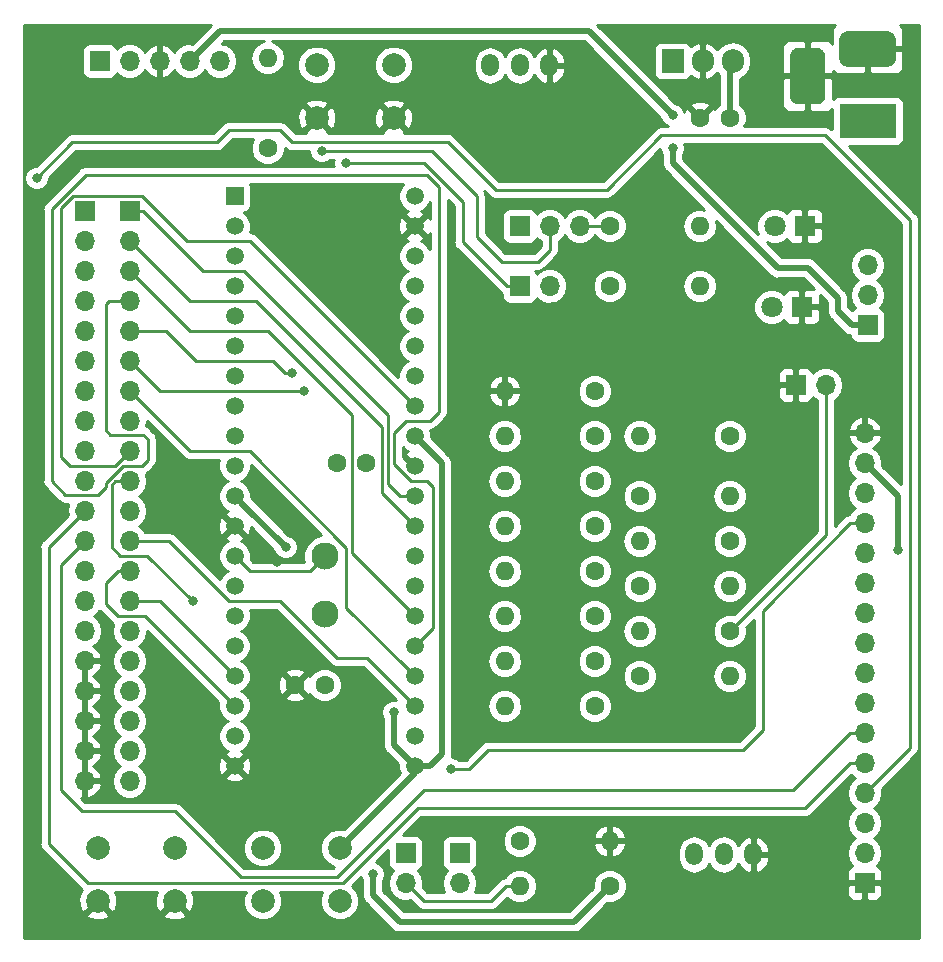
<source format=gbr>
G04 #@! TF.GenerationSoftware,KiCad,Pcbnew,(5.0.0)*
G04 #@! TF.CreationDate,2019-10-23T21:58:30-05:00*
G04 #@! TF.ProjectId,18F_DSPIC,3138465F44535049432E6B696361645F,rev?*
G04 #@! TF.SameCoordinates,Original*
G04 #@! TF.FileFunction,Copper,L2,Bot,Signal*
G04 #@! TF.FilePolarity,Positive*
%FSLAX46Y46*%
G04 Gerber Fmt 4.6, Leading zero omitted, Abs format (unit mm)*
G04 Created by KiCad (PCBNEW (5.0.0)) date 10/23/19 21:58:30*
%MOMM*%
%LPD*%
G01*
G04 APERTURE LIST*
G04 #@! TA.AperFunction,ComponentPad*
%ADD10O,1.700000X1.700000*%
G04 #@! TD*
G04 #@! TA.AperFunction,ComponentPad*
%ADD11R,1.700000X1.700000*%
G04 #@! TD*
G04 #@! TA.AperFunction,ComponentPad*
%ADD12R,1.800000X1.800000*%
G04 #@! TD*
G04 #@! TA.AperFunction,ComponentPad*
%ADD13C,1.800000*%
G04 #@! TD*
G04 #@! TA.AperFunction,ComponentPad*
%ADD14O,1.600000X1.600000*%
G04 #@! TD*
G04 #@! TA.AperFunction,ComponentPad*
%ADD15C,1.600000*%
G04 #@! TD*
G04 #@! TA.AperFunction,ComponentPad*
%ADD16C,2.000000*%
G04 #@! TD*
G04 #@! TA.AperFunction,ComponentPad*
%ADD17R,1.498600X1.498600*%
G04 #@! TD*
G04 #@! TA.AperFunction,ComponentPad*
%ADD18C,1.498600*%
G04 #@! TD*
G04 #@! TA.AperFunction,ComponentPad*
%ADD19C,2.300000*%
G04 #@! TD*
G04 #@! TA.AperFunction,Conductor*
%ADD20C,0.100000*%
G04 #@! TD*
G04 #@! TA.AperFunction,ComponentPad*
%ADD21C,3.000000*%
G04 #@! TD*
G04 #@! TA.AperFunction,ComponentPad*
%ADD22R,4.800000X3.000000*%
G04 #@! TD*
G04 #@! TA.AperFunction,ComponentPad*
%ADD23R,1.905000X2.000000*%
G04 #@! TD*
G04 #@! TA.AperFunction,ComponentPad*
%ADD24O,1.905000X2.000000*%
G04 #@! TD*
G04 #@! TA.AperFunction,ComponentPad*
%ADD25O,1.501140X1.899920*%
G04 #@! TD*
G04 #@! TA.AperFunction,ViaPad*
%ADD26C,0.800000*%
G04 #@! TD*
G04 #@! TA.AperFunction,Conductor*
%ADD27C,0.254000*%
G04 #@! TD*
G04 #@! TA.AperFunction,Conductor*
%ADD28C,0.250000*%
G04 #@! TD*
G04 #@! TA.AperFunction,Conductor*
%ADD29C,0.508000*%
G04 #@! TD*
G04 APERTURE END LIST*
D10*
G04 #@! TO.P,,20*
G04 #@! TO.N,GND*
X90170000Y-116840000D03*
G04 #@! TO.P,,19*
X90170000Y-114300000D03*
G04 #@! TO.P,,18*
X90170000Y-111760000D03*
G04 #@! TO.P,,17*
X90170000Y-109220000D03*
G04 #@! TO.P,,16*
X90170000Y-106680000D03*
G04 #@! TO.P,,15*
G04 #@! TO.N,/RC13*
X90170000Y-104140000D03*
G04 #@! TO.P,,14*
G04 #@! TO.N,/OSC2*
X90170000Y-101600000D03*
G04 #@! TO.P,,13*
G04 #@! TO.N,/RB12*
X90170000Y-99060000D03*
G04 #@! TO.P,,12*
G04 #@! TO.N,/RB11*
X90170000Y-96520000D03*
G04 #@! TO.P,,11*
G04 #@! TO.N,/RB10*
X90170000Y-93980000D03*
G04 #@! TO.P,,10*
G04 #@! TO.N,/RB9*
X90170000Y-91440000D03*
G04 #@! TO.P,,9*
G04 #@! TO.N,/RB8*
X90170000Y-88900000D03*
G04 #@! TO.P,,8*
G04 #@! TO.N,/RB7*
X90170000Y-86360000D03*
G04 #@! TO.P,,7*
G04 #@! TO.N,/RB6*
X90170000Y-83820000D03*
G04 #@! TO.P,,6*
G04 #@! TO.N,/RB5*
X90170000Y-81280000D03*
G04 #@! TO.P,,5*
G04 #@! TO.N,/RB4*
X90170000Y-78740000D03*
G04 #@! TO.P,,4*
G04 #@! TO.N,/RB3*
X90170000Y-76200000D03*
G04 #@! TO.P,,3*
G04 #@! TO.N,/RB2*
X90170000Y-73660000D03*
G04 #@! TO.P,,2*
G04 #@! TO.N,/RB1*
X90170000Y-71120000D03*
D11*
G04 #@! TO.P,,1*
G04 #@! TO.N,/RB0*
X90170000Y-68580000D03*
G04 #@! TD*
D12*
G04 #@! TO.P,D1,1*
G04 #@! TO.N,GND*
X151130000Y-69850000D03*
D13*
G04 #@! TO.P,D1,2*
G04 #@! TO.N,Net-(D1-Pad2)*
X148590000Y-69850000D03*
G04 #@! TD*
G04 #@! TO.P,D2,2*
G04 #@! TO.N,Net-(D2-Pad2)*
X148336000Y-76708000D03*
D12*
G04 #@! TO.P,D2,1*
G04 #@! TO.N,GND*
X150876000Y-76708000D03*
G04 #@! TD*
D10*
G04 #@! TO.P,INT0,2*
G04 #@! TO.N,Net-(J1-Pad2)*
X117348000Y-125476000D03*
D11*
G04 #@! TO.P,INT0,1*
G04 #@! TO.N,/RA11*
X117348000Y-122936000D03*
G04 #@! TD*
G04 #@! TO.P,INT1,1*
G04 #@! TO.N,/RD8*
X121920000Y-122936000D03*
D10*
G04 #@! TO.P,INT1,2*
G04 #@! TO.N,Net-(J2-Pad2)*
X121920000Y-125476000D03*
G04 #@! TD*
D11*
G04 #@! TO.P,RB1,1*
G04 #@! TO.N,/RB1*
X127000000Y-74930000D03*
D10*
G04 #@! TO.P,RB1,2*
G04 #@! TO.N,Net-(J4-Pad2)*
X129540000Y-74930000D03*
G04 #@! TD*
D11*
G04 #@! TO.P,SALIDA,1*
G04 #@! TO.N,GND*
X150368000Y-83312000D03*
D10*
G04 #@! TO.P,SALIDA,2*
G04 #@! TO.N,Net-(J6-Pad2)*
X152908000Y-83312000D03*
G04 #@! TD*
D11*
G04 #@! TO.P,PICKIT,1*
G04 #@! TO.N,/RB6*
X91440000Y-55880000D03*
D10*
G04 #@! TO.P,PICKIT,2*
G04 #@! TO.N,/RB7*
X93980000Y-55880000D03*
G04 #@! TO.P,PICKIT,3*
G04 #@! TO.N,GND*
X96520000Y-55880000D03*
G04 #@! TO.P,PICKIT,4*
G04 #@! TO.N,/VPK*
X99060000Y-55880000D03*
G04 #@! TO.P,PICKIT,5*
G04 #@! TO.N,/MCLR*
X101600000Y-55880000D03*
G04 #@! TD*
D14*
G04 #@! TO.P,10K,2*
G04 #@! TO.N,Net-(J1-Pad2)*
X127000000Y-125730000D03*
D15*
G04 #@! TO.P,10K,1*
G04 #@! TO.N,/VDD*
X134620000Y-125730000D03*
G04 #@! TD*
D14*
G04 #@! TO.P,10K,2*
G04 #@! TO.N,GND*
X134620000Y-121920000D03*
D15*
G04 #@! TO.P,10K,1*
G04 #@! TO.N,Net-(J2-Pad2)*
X127000000Y-121920000D03*
G04 #@! TD*
G04 #@! TO.P,10K,1*
G04 #@! TO.N,/VDD*
X105664000Y-63246000D03*
D14*
G04 #@! TO.P,10K,2*
G04 #@! TO.N,/MCLR*
X105664000Y-55626000D03*
G04 #@! TD*
D15*
G04 #@! TO.P,330,1*
G04 #@! TO.N,Net-(J3-Pad3)*
X134620000Y-69850000D03*
D14*
G04 #@! TO.P,330,2*
G04 #@! TO.N,Net-(D1-Pad2)*
X142240000Y-69850000D03*
G04 #@! TD*
G04 #@! TO.P,330,2*
G04 #@! TO.N,Net-(D2-Pad2)*
X142240000Y-74930000D03*
D15*
G04 #@! TO.P,330,1*
G04 #@! TO.N,Net-(J4-Pad2)*
X134620000Y-74930000D03*
G04 #@! TD*
D14*
G04 #@! TO.P,20K,2*
G04 #@! TO.N,GND*
X125730000Y-83820000D03*
D15*
G04 #@! TO.P,20K,1*
G04 #@! TO.N,Net-(R6-Pad1)*
X133350000Y-83820000D03*
G04 #@! TD*
D14*
G04 #@! TO.P,20K,2*
G04 #@! TO.N,/RF0*
X125730000Y-87630000D03*
D15*
G04 #@! TO.P,20K,1*
G04 #@! TO.N,Net-(R6-Pad1)*
X133350000Y-87630000D03*
G04 #@! TD*
G04 #@! TO.P,10K,1*
G04 #@! TO.N,Net-(R10-Pad2)*
X144780000Y-87630000D03*
D14*
G04 #@! TO.P,10K,2*
G04 #@! TO.N,Net-(R6-Pad1)*
X137160000Y-87630000D03*
G04 #@! TD*
D15*
G04 #@! TO.P,20K,1*
G04 #@! TO.N,Net-(R10-Pad2)*
X133350000Y-91440000D03*
D14*
G04 #@! TO.P,20K,2*
G04 #@! TO.N,/RF1*
X125730000Y-91440000D03*
G04 #@! TD*
G04 #@! TO.P,10K,2*
G04 #@! TO.N,Net-(R10-Pad2)*
X144780000Y-92710000D03*
D15*
G04 #@! TO.P,10K,1*
G04 #@! TO.N,Net-(R10-Pad1)*
X137160000Y-92710000D03*
G04 #@! TD*
G04 #@! TO.P,20K,1*
G04 #@! TO.N,Net-(R10-Pad1)*
X133350000Y-102870000D03*
D14*
G04 #@! TO.P,20K,2*
G04 #@! TO.N,/RF2*
X125730000Y-102870000D03*
G04 #@! TD*
D15*
G04 #@! TO.P,10K,1*
G04 #@! TO.N,Net-(R12-Pad1)*
X144780000Y-96520000D03*
D14*
G04 #@! TO.P,10K,2*
G04 #@! TO.N,Net-(R10-Pad1)*
X137160000Y-96520000D03*
G04 #@! TD*
G04 #@! TO.P,20K,2*
G04 #@! TO.N,/RF3*
X125730000Y-106680000D03*
D15*
G04 #@! TO.P,20K,1*
G04 #@! TO.N,Net-(R12-Pad1)*
X133350000Y-106680000D03*
G04 #@! TD*
D14*
G04 #@! TO.P,10K,2*
G04 #@! TO.N,Net-(R12-Pad1)*
X144780000Y-100330000D03*
D15*
G04 #@! TO.P,10K,1*
G04 #@! TO.N,Net-(R14-Pad1)*
X137160000Y-100330000D03*
G04 #@! TD*
G04 #@! TO.P,20K,1*
G04 #@! TO.N,Net-(R14-Pad1)*
X133350000Y-95250000D03*
D14*
G04 #@! TO.P,20K,2*
G04 #@! TO.N,/RF4*
X125730000Y-95250000D03*
G04 #@! TD*
D15*
G04 #@! TO.P,10K,1*
G04 #@! TO.N,Net-(R16-Pad1)*
X137160000Y-107950000D03*
D14*
G04 #@! TO.P,10K,2*
G04 #@! TO.N,Net-(R14-Pad1)*
X144780000Y-107950000D03*
G04 #@! TD*
G04 #@! TO.P,20K,2*
G04 #@! TO.N,/RF5*
X125730000Y-99060000D03*
D15*
G04 #@! TO.P,20K,1*
G04 #@! TO.N,Net-(R16-Pad1)*
X133350000Y-99060000D03*
G04 #@! TD*
G04 #@! TO.P,10K,1*
G04 #@! TO.N,Net-(J6-Pad2)*
X144780000Y-104140000D03*
D14*
G04 #@! TO.P,10K,2*
G04 #@! TO.N,Net-(R16-Pad1)*
X137160000Y-104140000D03*
G04 #@! TD*
D15*
G04 #@! TO.P,20K,1*
G04 #@! TO.N,Net-(J6-Pad2)*
X133350000Y-110490000D03*
D14*
G04 #@! TO.P,20K,2*
G04 #@! TO.N,/RF6*
X125730000Y-110490000D03*
G04 #@! TD*
D16*
G04 #@! TO.P,INT0,1*
G04 #@! TO.N,GND*
X91290000Y-127000000D03*
G04 #@! TO.P,INT0,2*
G04 #@! TO.N,Net-(J1-Pad2)*
X91290000Y-122500000D03*
G04 #@! TO.P,INT0,1*
G04 #@! TO.N,GND*
X97790000Y-127000000D03*
G04 #@! TO.P,INT0,2*
G04 #@! TO.N,Net-(J1-Pad2)*
X97790000Y-122500000D03*
G04 #@! TD*
G04 #@! TO.P,INT1,2*
G04 #@! TO.N,/VDD*
X111760000Y-122500000D03*
G04 #@! TO.P,INT1,1*
G04 #@! TO.N,Net-(J2-Pad2)*
X111760000Y-127000000D03*
G04 #@! TO.P,INT1,2*
G04 #@! TO.N,/VDD*
X105260000Y-122500000D03*
G04 #@! TO.P,INT1,1*
G04 #@! TO.N,Net-(J2-Pad2)*
X105260000Y-127000000D03*
G04 #@! TD*
G04 #@! TO.P,RESET,2*
G04 #@! TO.N,/MCLR*
X116332000Y-56206000D03*
G04 #@! TO.P,RESET,1*
G04 #@! TO.N,GND*
X116332000Y-60706000D03*
G04 #@! TO.P,RESET,2*
G04 #@! TO.N,/MCLR*
X109832000Y-56206000D03*
G04 #@! TO.P,RESET,1*
G04 #@! TO.N,GND*
X109832000Y-60706000D03*
G04 #@! TD*
D17*
G04 #@! TO.P,U1,1*
G04 #@! TO.N,/MCLR*
X102870000Y-67310000D03*
D18*
G04 #@! TO.P,U1,2*
G04 #@! TO.N,/RB0*
X102870000Y-69850000D03*
G04 #@! TO.P,U1,3*
G04 #@! TO.N,/RB1*
X102870000Y-72390000D03*
G04 #@! TO.P,U1,4*
G04 #@! TO.N,/RB2*
X102870000Y-74930000D03*
G04 #@! TO.P,U1,5*
G04 #@! TO.N,/RB3*
X102870000Y-77470000D03*
G04 #@! TO.P,U1,6*
G04 #@! TO.N,/RB4*
X102870000Y-80010000D03*
G04 #@! TO.P,U1,7*
G04 #@! TO.N,/RB5*
X102870000Y-82550000D03*
G04 #@! TO.P,U1,8*
G04 #@! TO.N,/RB6*
X102870000Y-85090000D03*
G04 #@! TO.P,U1,9*
G04 #@! TO.N,/RB7*
X102870000Y-87630000D03*
G04 #@! TO.P,U1,10*
G04 #@! TO.N,/RB8*
X102870000Y-90170000D03*
G04 #@! TO.P,U1,11*
G04 #@! TO.N,/VDD*
X102870000Y-92710000D03*
G04 #@! TO.P,U1,12*
G04 #@! TO.N,GND*
X102870000Y-95250000D03*
G04 #@! TO.P,U1,13*
G04 #@! TO.N,/OSC1*
X102870000Y-97790000D03*
G04 #@! TO.P,U1,14*
G04 #@! TO.N,/OSC2*
X102870000Y-100330000D03*
G04 #@! TO.P,U1,15*
G04 #@! TO.N,/RC13*
X102870000Y-102870000D03*
G04 #@! TO.P,U1,16*
G04 #@! TO.N,/RC14*
X102870000Y-105410000D03*
G04 #@! TO.P,U1,17*
G04 #@! TO.N,/RA11*
X102870000Y-107950000D03*
G04 #@! TO.P,U1,18*
G04 #@! TO.N,/RD9*
X102870000Y-110490000D03*
G04 #@! TO.P,U1,19*
G04 #@! TO.N,/RD3*
X102870000Y-113030000D03*
G04 #@! TO.P,U1,20*
G04 #@! TO.N,GND*
X102870000Y-115570000D03*
G04 #@! TO.P,U1,21*
G04 #@! TO.N,/VDD*
X118110000Y-115570000D03*
G04 #@! TO.P,U1,22*
G04 #@! TO.N,/RD2*
X118110000Y-113030000D03*
G04 #@! TO.P,U1,23*
G04 #@! TO.N,/RD8*
X118110000Y-110490000D03*
G04 #@! TO.P,U1,24*
G04 #@! TO.N,/RF6*
X118110000Y-107950000D03*
G04 #@! TO.P,U1,25*
G04 #@! TO.N,/RF3*
X118110000Y-105410000D03*
G04 #@! TO.P,U1,26*
G04 #@! TO.N,/RF2*
X118110000Y-102870000D03*
G04 #@! TO.P,U1,27*
G04 #@! TO.N,/RF5*
X118110000Y-100330000D03*
G04 #@! TO.P,U1,28*
G04 #@! TO.N,/RF4*
X118110000Y-97790000D03*
G04 #@! TO.P,U1,29*
G04 #@! TO.N,/RF1*
X118110000Y-95250000D03*
G04 #@! TO.P,U1,30*
G04 #@! TO.N,/RF0*
X118110000Y-92710000D03*
G04 #@! TO.P,U1,31*
G04 #@! TO.N,GND*
X118110000Y-90170000D03*
G04 #@! TO.P,U1,32*
G04 #@! TO.N,/VDD*
X118110000Y-87630000D03*
G04 #@! TO.P,U1,33*
G04 #@! TO.N,/RD1*
X118110000Y-85090000D03*
G04 #@! TO.P,U1,34*
G04 #@! TO.N,/RD0*
X118110000Y-82550000D03*
G04 #@! TO.P,U1,35*
G04 #@! TO.N,/RB12*
X118110000Y-80010000D03*
G04 #@! TO.P,U1,36*
G04 #@! TO.N,/RB11*
X118110000Y-77470000D03*
G04 #@! TO.P,U1,37*
G04 #@! TO.N,/RB10*
X118110000Y-74930000D03*
G04 #@! TO.P,U1,38*
G04 #@! TO.N,/RB9*
X118110000Y-72390000D03*
G04 #@! TO.P,U1,39*
G04 #@! TO.N,GND*
X118110000Y-69850000D03*
G04 #@! TO.P,U1,40*
G04 #@! TO.N,/VDD*
X118110000Y-67310000D03*
G04 #@! TD*
D11*
G04 #@! TO.P,,1*
G04 #@! TO.N,/RF0*
X93980000Y-68580000D03*
D10*
G04 #@! TO.P,,2*
G04 #@! TO.N,/RF1*
X93980000Y-71120000D03*
G04 #@! TO.P,,3*
G04 #@! TO.N,/RF2*
X93980000Y-73660000D03*
G04 #@! TO.P,,4*
G04 #@! TO.N,/RF3*
X93980000Y-76200000D03*
G04 #@! TO.P,,5*
G04 #@! TO.N,/RF4*
X93980000Y-78740000D03*
G04 #@! TO.P,,6*
G04 #@! TO.N,/RF5*
X93980000Y-81280000D03*
G04 #@! TO.P,,7*
G04 #@! TO.N,/RF6*
X93980000Y-83820000D03*
G04 #@! TO.P,,8*
G04 #@! TO.N,/RD0*
X93980000Y-86360000D03*
G04 #@! TO.P,,9*
G04 #@! TO.N,/RD1*
X93980000Y-88900000D03*
G04 #@! TO.P,,10*
G04 #@! TO.N,/RD2*
X93980000Y-91440000D03*
G04 #@! TO.P,,11*
G04 #@! TO.N,/RD3*
X93980000Y-93980000D03*
G04 #@! TO.P,,12*
G04 #@! TO.N,/RD8*
X93980000Y-96520000D03*
G04 #@! TO.P,,13*
G04 #@! TO.N,/RD9*
X93980000Y-99060000D03*
G04 #@! TO.P,,14*
G04 #@! TO.N,/RA11*
X93980000Y-101600000D03*
G04 #@! TO.P,,15*
G04 #@! TO.N,/RC14*
X93980000Y-104140000D03*
G04 #@! TO.P,,16*
G04 #@! TO.N,/VDD*
X93980000Y-106680000D03*
G04 #@! TO.P,,17*
X93980000Y-109220000D03*
G04 #@! TO.P,,18*
X93980000Y-111760000D03*
G04 #@! TO.P,,19*
X93980000Y-114300000D03*
G04 #@! TO.P,,20*
X93980000Y-116840000D03*
G04 #@! TD*
D15*
G04 #@! TO.P,15pF,1*
G04 #@! TO.N,/OSC1*
X111506000Y-89916000D03*
G04 #@! TO.P,15pF,2*
G04 #@! TO.N,GND*
X114006000Y-89916000D03*
G04 #@! TD*
G04 #@! TO.P,15pF,2*
G04 #@! TO.N,GND*
X107990000Y-108712000D03*
G04 #@! TO.P,15pF,1*
G04 #@! TO.N,/OSC2*
X110490000Y-108712000D03*
G04 #@! TD*
D19*
G04 #@! TO.P,12MHz,1*
G04 #@! TO.N,/OSC1*
X110490000Y-97790000D03*
G04 #@! TO.P,12MHz,2*
G04 #@! TO.N,/OSC2*
X110490000Y-102690000D03*
G04 #@! TD*
D11*
G04 #@! TO.P,1,1*
G04 #@! TO.N,GND*
X156210000Y-125476000D03*
D10*
G04 #@! TO.P,1,2*
G04 #@! TO.N,/VDD*
X156210000Y-122936000D03*
G04 #@! TO.P,1,3*
G04 #@! TO.N,Net-(J9-Pad3)*
X156210000Y-120396000D03*
G04 #@! TO.P,1,4*
G04 #@! TO.N,/RB9*
X156210000Y-117856000D03*
G04 #@! TO.P,1,5*
G04 #@! TO.N,/RB10*
X156210000Y-115316000D03*
G04 #@! TO.P,1,6*
G04 #@! TO.N,/RB11*
X156210000Y-112776000D03*
G04 #@! TO.P,1,7*
G04 #@! TO.N,N/C*
X156210000Y-110236000D03*
G04 #@! TO.P,1,8*
X156210000Y-107696000D03*
G04 #@! TO.P,1,9*
X156210000Y-105156000D03*
G04 #@! TO.P,1,10*
X156210000Y-102616000D03*
G04 #@! TO.P,1,11*
G04 #@! TO.N,/RD0*
X156210000Y-100076000D03*
G04 #@! TO.P,1,12*
G04 #@! TO.N,/RD1*
X156210000Y-97536000D03*
G04 #@! TO.P,1,13*
G04 #@! TO.N,/RD2*
X156210000Y-94996000D03*
G04 #@! TO.P,1,14*
G04 #@! TO.N,/RD3*
X156210000Y-92456000D03*
G04 #@! TO.P,1,15*
G04 #@! TO.N,/VDD*
X156210000Y-89916000D03*
G04 #@! TO.P,1,16*
G04 #@! TO.N,GND*
X156210000Y-87376000D03*
G04 #@! TD*
D15*
G04 #@! TO.P,100nF,1*
G04 #@! TO.N,/VF*
X144780000Y-60706000D03*
G04 #@! TO.P,100nF,2*
G04 #@! TO.N,GND*
X142280000Y-60706000D03*
G04 #@! TD*
D20*
G04 #@! TO.N,GND*
G04 #@! TO.C,J10*
G36*
X158187513Y-53363611D02*
X158260318Y-53374411D01*
X158331714Y-53392295D01*
X158401013Y-53417090D01*
X158467548Y-53448559D01*
X158530678Y-53486398D01*
X158589795Y-53530242D01*
X158644330Y-53579670D01*
X158693758Y-53634205D01*
X158737602Y-53693322D01*
X158775441Y-53756452D01*
X158806910Y-53822987D01*
X158831705Y-53892286D01*
X158849589Y-53963682D01*
X158860389Y-54036487D01*
X158864000Y-54110000D01*
X158864000Y-55610000D01*
X158860389Y-55683513D01*
X158849589Y-55756318D01*
X158831705Y-55827714D01*
X158806910Y-55897013D01*
X158775441Y-55963548D01*
X158737602Y-56026678D01*
X158693758Y-56085795D01*
X158644330Y-56140330D01*
X158589795Y-56189758D01*
X158530678Y-56233602D01*
X158467548Y-56271441D01*
X158401013Y-56302910D01*
X158331714Y-56327705D01*
X158260318Y-56345589D01*
X158187513Y-56356389D01*
X158114000Y-56360000D01*
X154814000Y-56360000D01*
X154740487Y-56356389D01*
X154667682Y-56345589D01*
X154596286Y-56327705D01*
X154526987Y-56302910D01*
X154460452Y-56271441D01*
X154397322Y-56233602D01*
X154338205Y-56189758D01*
X154283670Y-56140330D01*
X154234242Y-56085795D01*
X154190398Y-56026678D01*
X154152559Y-55963548D01*
X154121090Y-55897013D01*
X154096295Y-55827714D01*
X154078411Y-55756318D01*
X154067611Y-55683513D01*
X154064000Y-55610000D01*
X154064000Y-54110000D01*
X154067611Y-54036487D01*
X154078411Y-53963682D01*
X154096295Y-53892286D01*
X154121090Y-53822987D01*
X154152559Y-53756452D01*
X154190398Y-53693322D01*
X154234242Y-53634205D01*
X154283670Y-53579670D01*
X154338205Y-53530242D01*
X154397322Y-53486398D01*
X154460452Y-53448559D01*
X154526987Y-53417090D01*
X154596286Y-53392295D01*
X154667682Y-53374411D01*
X154740487Y-53363611D01*
X154814000Y-53360000D01*
X158114000Y-53360000D01*
X158187513Y-53363611D01*
X158187513Y-53363611D01*
G37*
D21*
G04 #@! TD*
G04 #@! TO.P,J10,2*
G04 #@! TO.N,GND*
X156464000Y-54860000D03*
D22*
G04 #@! TO.P,J10,1*
G04 #@! TO.N,Net-(J10-Pad1)*
X156464000Y-60960000D03*
D20*
G04 #@! TD*
G04 #@! TO.N,GND*
G04 #@! TO.C,J10*
G36*
X152207513Y-54753611D02*
X152280318Y-54764411D01*
X152351714Y-54782295D01*
X152421013Y-54807090D01*
X152487548Y-54838559D01*
X152550678Y-54876398D01*
X152609795Y-54920242D01*
X152664330Y-54969670D01*
X152713758Y-55024205D01*
X152757602Y-55083322D01*
X152795441Y-55146452D01*
X152826910Y-55212987D01*
X152851705Y-55282286D01*
X152869589Y-55353682D01*
X152880389Y-55426487D01*
X152884000Y-55500000D01*
X152884000Y-58800000D01*
X152880389Y-58873513D01*
X152869589Y-58946318D01*
X152851705Y-59017714D01*
X152826910Y-59087013D01*
X152795441Y-59153548D01*
X152757602Y-59216678D01*
X152713758Y-59275795D01*
X152664330Y-59330330D01*
X152609795Y-59379758D01*
X152550678Y-59423602D01*
X152487548Y-59461441D01*
X152421013Y-59492910D01*
X152351714Y-59517705D01*
X152280318Y-59535589D01*
X152207513Y-59546389D01*
X152134000Y-59550000D01*
X150634000Y-59550000D01*
X150560487Y-59546389D01*
X150487682Y-59535589D01*
X150416286Y-59517705D01*
X150346987Y-59492910D01*
X150280452Y-59461441D01*
X150217322Y-59423602D01*
X150158205Y-59379758D01*
X150103670Y-59330330D01*
X150054242Y-59275795D01*
X150010398Y-59216678D01*
X149972559Y-59153548D01*
X149941090Y-59087013D01*
X149916295Y-59017714D01*
X149898411Y-58946318D01*
X149887611Y-58873513D01*
X149884000Y-58800000D01*
X149884000Y-55500000D01*
X149887611Y-55426487D01*
X149898411Y-55353682D01*
X149916295Y-55282286D01*
X149941090Y-55212987D01*
X149972559Y-55146452D01*
X150010398Y-55083322D01*
X150054242Y-55024205D01*
X150103670Y-54969670D01*
X150158205Y-54920242D01*
X150217322Y-54876398D01*
X150280452Y-54838559D01*
X150346987Y-54807090D01*
X150416286Y-54782295D01*
X150487682Y-54764411D01*
X150560487Y-54753611D01*
X150634000Y-54750000D01*
X152134000Y-54750000D01*
X152207513Y-54753611D01*
X152207513Y-54753611D01*
G37*
D21*
G04 #@! TO.P,J10,3*
G04 #@! TO.N,GND*
X151384000Y-57150000D03*
G04 #@! TD*
D11*
G04 #@! TO.P,VDD,1*
G04 #@! TO.N,/VPK*
X156464000Y-78232000D03*
D10*
G04 #@! TO.P,VDD,2*
G04 #@! TO.N,/VDD*
X156464000Y-75692000D03*
G04 #@! TO.P,VDD,3*
G04 #@! TO.N,/VF*
X156464000Y-73152000D03*
G04 #@! TD*
D23*
G04 #@! TO.P,U2,1*
G04 #@! TO.N,Net-(J10-Pad1)*
X139954000Y-55880000D03*
D24*
G04 #@! TO.P,U2,2*
G04 #@! TO.N,GND*
X142494000Y-55880000D03*
G04 #@! TO.P,U2,3*
G04 #@! TO.N,/VF*
X145034000Y-55880000D03*
G04 #@! TD*
D11*
G04 #@! TO.P,RB0,1*
G04 #@! TO.N,Net-(J3-Pad1)*
X127000000Y-69850000D03*
D10*
G04 #@! TO.P,RB0,2*
G04 #@! TO.N,/RB0*
X129540000Y-69850000D03*
G04 #@! TO.P,RB0,3*
G04 #@! TO.N,Net-(J3-Pad3)*
X132080000Y-69850000D03*
G04 #@! TD*
D25*
G04 #@! TO.P,LCD,1*
G04 #@! TO.N,/VDD*
X141772640Y-123063000D03*
G04 #@! TO.P,LCD,2*
G04 #@! TO.N,Net-(J9-Pad3)*
X144272000Y-123063000D03*
G04 #@! TO.P,LCD,3*
G04 #@! TO.N,GND*
X146771360Y-123063000D03*
G04 #@! TD*
G04 #@! TO.P,ADC,3*
G04 #@! TO.N,GND*
X129499360Y-56261000D03*
G04 #@! TO.P,ADC,2*
G04 #@! TO.N,Net-(J3-Pad1)*
X127000000Y-56261000D03*
G04 #@! TO.P,ADC,1*
G04 #@! TO.N,/VDD*
X124500640Y-56261000D03*
G04 #@! TD*
D26*
G04 #@! TO.N,GND*
X106426000Y-98298000D03*
G04 #@! TO.N,/RB0*
X110236000Y-63500000D03*
G04 #@! TO.N,/RB1*
X112268000Y-64516000D03*
G04 #@! TO.N,/RB9*
X86106000Y-65786000D03*
G04 #@! TO.N,/RF4*
X107696000Y-82296000D03*
G04 #@! TO.N,/RF5*
X108712000Y-83820000D03*
G04 #@! TO.N,/RD2*
X99314000Y-101600000D03*
X121158000Y-115824000D03*
G04 #@! TO.N,/VDD*
X116332000Y-110998000D03*
X114554000Y-124714000D03*
X159004000Y-97282000D03*
X107188000Y-97028000D03*
G04 #@! TO.N,/VPK*
X139954000Y-63246000D03*
X139954000Y-60452000D03*
G04 #@! TD*
D27*
G04 #@! TO.N,Net-(J1-Pad2)*
X125868630Y-125730000D02*
X124598630Y-127000000D01*
X127000000Y-125730000D02*
X125868630Y-125730000D01*
X118872000Y-127000000D02*
X117348000Y-125476000D01*
X124598630Y-127000000D02*
X118872000Y-127000000D01*
G04 #@! TO.N,/RA11*
X96520000Y-101600000D02*
X93980000Y-101600000D01*
X102870000Y-107950000D02*
X96520000Y-101600000D01*
G04 #@! TO.N,/RD8*
X114046000Y-106426000D02*
X111506000Y-106426000D01*
X118110000Y-110490000D02*
X114046000Y-106426000D01*
X106426000Y-101600000D02*
X106680000Y-101600000D01*
X102362000Y-101600000D02*
X106426000Y-101600000D01*
X97282000Y-96520000D02*
X102362000Y-101600000D01*
X93980000Y-96520000D02*
X97282000Y-96520000D01*
X111506000Y-106426000D02*
X106680000Y-101600000D01*
G04 #@! TO.N,/RB0*
X119546000Y-63500000D02*
X110236000Y-63500000D01*
X123356000Y-67310000D02*
X123356000Y-70778000D01*
X123356000Y-67310000D02*
X119546000Y-63500000D01*
X123356000Y-70778000D02*
X125476000Y-72898000D01*
X125476000Y-72898000D02*
X128524000Y-72898000D01*
X129540000Y-71882000D02*
X129540000Y-69850000D01*
X128524000Y-72898000D02*
X129540000Y-71882000D01*
G04 #@! TO.N,/RB1*
X118872000Y-64516000D02*
X112268000Y-64516000D01*
X122174000Y-71208000D02*
X122174000Y-67818000D01*
X125896000Y-74930000D02*
X122174000Y-71208000D01*
X127000000Y-74930000D02*
X125896000Y-74930000D01*
X122174000Y-67818000D02*
X118872000Y-64516000D01*
G04 #@! TO.N,/RB11*
X150181919Y-117602000D02*
X155007919Y-112776000D01*
X155007919Y-112776000D02*
X156210000Y-112776000D01*
X118872000Y-117602000D02*
X150181919Y-117602000D01*
X88138000Y-98552000D02*
X88138000Y-117602000D01*
X111506000Y-124968000D02*
X118872000Y-117602000D01*
X90170000Y-96520000D02*
X88138000Y-98552000D01*
X88138000Y-117602000D02*
X89916000Y-119380000D01*
X89916000Y-119380000D02*
X97790000Y-119380000D01*
X97790000Y-119380000D02*
X103378000Y-124968000D01*
X103378000Y-124968000D02*
X111506000Y-124968000D01*
G04 #@! TO.N,/RB10*
X87122000Y-97028000D02*
X90170000Y-93980000D01*
X87122000Y-122174000D02*
X87122000Y-97028000D01*
X155007919Y-115316000D02*
X151197919Y-119126000D01*
X151197919Y-119126000D02*
X118364000Y-119126000D01*
X118364000Y-119126000D02*
X112014000Y-125476000D01*
X112014000Y-125476000D02*
X90424000Y-125476000D01*
X156210000Y-115316000D02*
X155007919Y-115316000D01*
X90424000Y-125476000D02*
X87122000Y-122174000D01*
G04 #@! TO.N,/RB9*
X156210000Y-117856000D02*
X160020000Y-114046000D01*
D28*
X152850999Y-62172999D02*
X152400000Y-62172999D01*
X158242000Y-67564000D02*
X152850999Y-62172999D01*
D27*
X160020000Y-114046000D02*
X160020000Y-69342000D01*
D28*
X160020000Y-69342000D02*
X158242000Y-67564000D01*
D27*
X101346000Y-62772999D02*
X89119001Y-62772999D01*
X106680000Y-61722000D02*
X102396999Y-61722000D01*
X152400000Y-62172999D02*
X138995001Y-62172999D01*
X138995001Y-62172999D02*
X134366000Y-66802000D01*
X89119001Y-62772999D02*
X86106000Y-65786000D01*
X102396999Y-61722000D02*
X101346000Y-62772999D01*
X134366000Y-66802000D02*
X124968000Y-66802000D01*
X124968000Y-66802000D02*
X120938999Y-62772999D01*
X120938999Y-62772999D02*
X107730999Y-62772999D01*
X107730999Y-62772999D02*
X106680000Y-61722000D01*
G04 #@! TO.N,Net-(J6-Pad2)*
X152908000Y-96012000D02*
X152908000Y-83312000D01*
X144780000Y-104140000D02*
X152908000Y-96012000D01*
G04 #@! TO.N,/RF0*
X95084000Y-68580000D02*
X93980000Y-68580000D01*
X116840000Y-92710000D02*
X115824000Y-91694000D01*
X118110000Y-92710000D02*
X116840000Y-92710000D01*
X115824000Y-91694000D02*
X115824000Y-85852000D01*
X115824000Y-85852000D02*
X103632000Y-73660000D01*
X103632000Y-73660000D02*
X100164000Y-73660000D01*
X100164000Y-73660000D02*
X95084000Y-68580000D01*
G04 #@! TO.N,/RF1*
X99060000Y-76200000D02*
X93980000Y-71120000D01*
X104648000Y-76200000D02*
X99060000Y-76200000D01*
X115316000Y-86868000D02*
X104648000Y-76200000D01*
X115316000Y-92456000D02*
X115316000Y-86868000D01*
X118110000Y-95250000D02*
X115316000Y-92456000D01*
G04 #@! TO.N,/RF2*
X112776000Y-97536000D02*
X118110000Y-102870000D01*
X112776000Y-85852000D02*
X112776000Y-97536000D01*
X105664000Y-78740000D02*
X112776000Y-85852000D01*
X93980000Y-73660000D02*
X99060000Y-78740000D01*
X99060000Y-78740000D02*
X105664000Y-78740000D01*
G04 #@! TO.N,/RF3*
X91948000Y-87122000D02*
X91948000Y-76454000D01*
X92363001Y-87537001D02*
X91948000Y-87122000D01*
X95157001Y-87537001D02*
X92363001Y-87537001D01*
X95504000Y-87884000D02*
X95157001Y-87537001D01*
X95504000Y-89662000D02*
X95504000Y-87884000D01*
X94996000Y-90170000D02*
X95504000Y-89662000D01*
X93405853Y-90170000D02*
X94996000Y-90170000D01*
X91948000Y-91627853D02*
X93405853Y-90170000D01*
X92202000Y-76200000D02*
X93980000Y-76200000D01*
X91948000Y-91948000D02*
X91948000Y-91627853D01*
X87376000Y-68443331D02*
X87376000Y-91440000D01*
X117787074Y-91440000D02*
X116332000Y-89984926D01*
X119126000Y-91440000D02*
X117787074Y-91440000D01*
X119380000Y-86360000D02*
X120142000Y-85598000D01*
X119634000Y-91948000D02*
X119126000Y-91440000D01*
X118110000Y-105410000D02*
X119634000Y-103886000D01*
X88553001Y-92617001D02*
X91278999Y-92617001D01*
X119634000Y-103886000D02*
X119634000Y-91948000D01*
X116332000Y-89984926D02*
X116332000Y-87376000D01*
X117348000Y-86360000D02*
X119380000Y-86360000D01*
X120142000Y-85598000D02*
X120142000Y-66548000D01*
X116332000Y-87376000D02*
X117348000Y-86360000D01*
X120142000Y-66548000D02*
X119126000Y-65532000D01*
X91278999Y-92617001D02*
X91948000Y-91948000D01*
X119126000Y-65532000D02*
X90287331Y-65532000D01*
X91948000Y-76454000D02*
X92202000Y-76200000D01*
X90287331Y-65532000D02*
X87376000Y-68443331D01*
X87376000Y-91440000D02*
X88553001Y-92617001D01*
G04 #@! TO.N,/RF4*
X93980000Y-78740000D02*
X97028000Y-78740000D01*
X97028000Y-78740000D02*
X99568000Y-81280000D01*
X106114315Y-81280000D02*
X99568000Y-81280000D01*
X107130315Y-82296000D02*
X106114315Y-81280000D01*
X107696000Y-82296000D02*
X107130315Y-82296000D01*
G04 #@! TO.N,/RF5*
X96520000Y-83820000D02*
X108712000Y-83820000D01*
X93980000Y-81280000D02*
X96520000Y-83820000D01*
G04 #@! TO.N,/RF6*
X117360701Y-107200701D02*
X118110000Y-107950000D01*
X112321990Y-102161990D02*
X117360701Y-107200701D01*
X112321990Y-97081990D02*
X112321990Y-102161990D01*
X104140000Y-88900000D02*
X112321990Y-97081990D01*
X99060000Y-88900000D02*
X104140000Y-88900000D01*
X93980000Y-83820000D02*
X99060000Y-88900000D01*
G04 #@! TO.N,/RD1*
X92710000Y-90170000D02*
X93980000Y-88900000D01*
X88138000Y-89408000D02*
X88900000Y-90170000D01*
X88138000Y-68323398D02*
X88138000Y-89408000D01*
X88900000Y-67561398D02*
X88138000Y-68323398D01*
X118110000Y-85090000D02*
X104140000Y-71120000D01*
X104140000Y-71120000D02*
X98808602Y-71120000D01*
X88900000Y-90170000D02*
X92710000Y-90170000D01*
X98808602Y-71120000D02*
X94998602Y-67310000D01*
X94998602Y-67310000D02*
X89154000Y-67310000D01*
X89154000Y-67310000D02*
X88902602Y-67561398D01*
X88902602Y-67561398D02*
X88900000Y-67561398D01*
G04 #@! TO.N,/RD2*
X92777919Y-91440000D02*
X93980000Y-91440000D01*
X92456000Y-91761919D02*
X92777919Y-91440000D01*
X92456000Y-97028000D02*
X92456000Y-91761919D01*
X93181962Y-97753962D02*
X92456000Y-97028000D01*
X95467962Y-97753962D02*
X93181962Y-97753962D01*
X99314000Y-101600000D02*
X95467962Y-97753962D01*
X155007919Y-94996000D02*
X147574000Y-102429919D01*
X156210000Y-94996000D02*
X155007919Y-94996000D01*
X147574000Y-102429919D02*
X147574000Y-112522000D01*
X145888999Y-114207001D02*
X124367001Y-114207001D01*
X147574000Y-112522000D02*
X145888999Y-114207001D01*
X124367001Y-114207001D02*
X122750002Y-115824000D01*
X122750002Y-115824000D02*
X121158000Y-115824000D01*
X121158000Y-115824000D02*
X120904000Y-115824000D01*
G04 #@! TO.N,/RD9*
X92964000Y-99060000D02*
X93980000Y-99060000D01*
X91948000Y-100076000D02*
X92964000Y-99060000D01*
X91948000Y-101854000D02*
X91948000Y-100076000D01*
X92964000Y-102870000D02*
X91948000Y-101854000D01*
X95250000Y-102870000D02*
X92964000Y-102870000D01*
X102870000Y-110490000D02*
X95250000Y-102870000D01*
D29*
G04 #@! TO.N,/VDD*
X118110000Y-115570000D02*
X119380000Y-115570000D01*
X119380000Y-115570000D02*
X120396000Y-114554000D01*
X120396000Y-89916000D02*
X118110000Y-87630000D01*
X120396000Y-114554000D02*
X120396000Y-89916000D01*
X118110000Y-116150000D02*
X118110000Y-115570000D01*
X111760000Y-122500000D02*
X118110000Y-116150000D01*
X102870000Y-92710000D02*
X103619299Y-93459299D01*
X116332000Y-113792000D02*
X116332000Y-110998000D01*
X118110000Y-115570000D02*
X116332000Y-113792000D01*
X134620000Y-125730000D02*
X131572000Y-128778000D01*
X131572000Y-128778000D02*
X116840000Y-128778000D01*
X116840000Y-128778000D02*
X114554000Y-126492000D01*
X114554000Y-126492000D02*
X114554000Y-124714000D01*
X159004000Y-92710000D02*
X156210000Y-89916000D01*
X159004000Y-97282000D02*
X159004000Y-92710000D01*
X103619299Y-93459299D02*
X107188000Y-97028000D01*
D27*
G04 #@! TO.N,/OSC1*
X102870000Y-97790000D02*
X104140000Y-99060000D01*
X109220000Y-99060000D02*
X110490000Y-97790000D01*
X104140000Y-99060000D02*
X109220000Y-99060000D01*
D29*
G04 #@! TO.N,/VF*
X144780000Y-56134000D02*
X145034000Y-55880000D01*
X144780000Y-60706000D02*
X144780000Y-56134000D01*
G04 #@! TO.N,/VPK*
X99060000Y-55880000D02*
X101600000Y-53340000D01*
X101600000Y-53340000D02*
X120142000Y-53340000D01*
X120142000Y-53340000D02*
X132842000Y-53340000D01*
X132842000Y-53340000D02*
X139954000Y-60452000D01*
X139954000Y-64516000D02*
X139954000Y-63246000D01*
X155106000Y-78232000D02*
X153924000Y-77050000D01*
X156464000Y-78232000D02*
X155106000Y-78232000D01*
X153924000Y-77050000D02*
X153924000Y-75946000D01*
X153924000Y-75946000D02*
X151384000Y-73406000D01*
X151384000Y-73406000D02*
X148844000Y-73406000D01*
X148844000Y-73406000D02*
X139954000Y-64516000D01*
D27*
G04 #@! TO.N,Net-(J3-Pad3)*
X133282081Y-69850000D02*
X134620000Y-69850000D01*
X132080000Y-69850000D02*
X133282081Y-69850000D01*
G04 #@! TD*
G04 #@! TO.N,GND*
G36*
X99274242Y-54408523D02*
X99206256Y-54395000D01*
X98913744Y-54395000D01*
X98480582Y-54481161D01*
X97989375Y-54809375D01*
X97776157Y-55128478D01*
X97715183Y-54998642D01*
X97286924Y-54608355D01*
X96876890Y-54438524D01*
X96647000Y-54559845D01*
X96647000Y-55753000D01*
X96667000Y-55753000D01*
X96667000Y-56007000D01*
X96647000Y-56007000D01*
X96647000Y-57200155D01*
X96876890Y-57321476D01*
X97286924Y-57151645D01*
X97715183Y-56761358D01*
X97776157Y-56631522D01*
X97989375Y-56950625D01*
X98480582Y-57278839D01*
X98913744Y-57365000D01*
X99206256Y-57365000D01*
X99639418Y-57278839D01*
X100130625Y-56950625D01*
X100330000Y-56652239D01*
X100529375Y-56950625D01*
X101020582Y-57278839D01*
X101453744Y-57365000D01*
X101746256Y-57365000D01*
X102179418Y-57278839D01*
X102670625Y-56950625D01*
X102998839Y-56459418D01*
X103114092Y-55880000D01*
X102998839Y-55300582D01*
X102670625Y-54809375D01*
X102179418Y-54481161D01*
X101792948Y-54404288D01*
X101968236Y-54229000D01*
X105331628Y-54229000D01*
X105104091Y-54274260D01*
X104629423Y-54591423D01*
X104312260Y-55066091D01*
X104200887Y-55626000D01*
X104312260Y-56185909D01*
X104629423Y-56660577D01*
X105104091Y-56977740D01*
X105522667Y-57061000D01*
X105805333Y-57061000D01*
X106223909Y-56977740D01*
X106698577Y-56660577D01*
X107015740Y-56185909D01*
X107076434Y-55880778D01*
X108197000Y-55880778D01*
X108197000Y-56531222D01*
X108445914Y-57132153D01*
X108905847Y-57592086D01*
X109506778Y-57841000D01*
X110157222Y-57841000D01*
X110758153Y-57592086D01*
X111218086Y-57132153D01*
X111467000Y-56531222D01*
X111467000Y-55880778D01*
X114697000Y-55880778D01*
X114697000Y-56531222D01*
X114945914Y-57132153D01*
X115405847Y-57592086D01*
X116006778Y-57841000D01*
X116657222Y-57841000D01*
X117258153Y-57592086D01*
X117718086Y-57132153D01*
X117967000Y-56531222D01*
X117967000Y-55925147D01*
X123115070Y-55925147D01*
X123115070Y-56596852D01*
X123195462Y-57001011D01*
X123501700Y-57459329D01*
X123960018Y-57765568D01*
X124500640Y-57873104D01*
X125041261Y-57765568D01*
X125499579Y-57459330D01*
X125750320Y-57084070D01*
X126001060Y-57459329D01*
X126459378Y-57765568D01*
X127000000Y-57873104D01*
X127540621Y-57765568D01*
X127998939Y-57459330D01*
X128260001Y-57068624D01*
X128277323Y-57124355D01*
X128624433Y-57541467D01*
X129104743Y-57793995D01*
X129158085Y-57803273D01*
X129372360Y-57680619D01*
X129372360Y-56388000D01*
X129626360Y-56388000D01*
X129626360Y-57680619D01*
X129840635Y-57803273D01*
X129893977Y-57793995D01*
X130374287Y-57541467D01*
X130721397Y-57124355D01*
X130882463Y-56606160D01*
X130729488Y-56388000D01*
X129626360Y-56388000D01*
X129372360Y-56388000D01*
X129352360Y-56388000D01*
X129352360Y-56134000D01*
X129372360Y-56134000D01*
X129372360Y-54841381D01*
X129626360Y-54841381D01*
X129626360Y-56134000D01*
X130729488Y-56134000D01*
X130882463Y-55915840D01*
X130721397Y-55397645D01*
X130374287Y-54980533D01*
X129893977Y-54728005D01*
X129840635Y-54718727D01*
X129626360Y-54841381D01*
X129372360Y-54841381D01*
X129158085Y-54718727D01*
X129104743Y-54728005D01*
X128624433Y-54980533D01*
X128277323Y-55397645D01*
X128260001Y-55453376D01*
X127998940Y-55062670D01*
X127540622Y-54756432D01*
X127000000Y-54648896D01*
X126459379Y-54756432D01*
X126001061Y-55062670D01*
X125750320Y-55437930D01*
X125499580Y-55062670D01*
X125041262Y-54756432D01*
X124500640Y-54648896D01*
X123960019Y-54756432D01*
X123501701Y-55062670D01*
X123195462Y-55520988D01*
X123115070Y-55925147D01*
X117967000Y-55925147D01*
X117967000Y-55880778D01*
X117718086Y-55279847D01*
X117258153Y-54819914D01*
X116657222Y-54571000D01*
X116006778Y-54571000D01*
X115405847Y-54819914D01*
X114945914Y-55279847D01*
X114697000Y-55880778D01*
X111467000Y-55880778D01*
X111218086Y-55279847D01*
X110758153Y-54819914D01*
X110157222Y-54571000D01*
X109506778Y-54571000D01*
X108905847Y-54819914D01*
X108445914Y-55279847D01*
X108197000Y-55880778D01*
X107076434Y-55880778D01*
X107127113Y-55626000D01*
X107015740Y-55066091D01*
X106698577Y-54591423D01*
X106223909Y-54274260D01*
X105996372Y-54229000D01*
X132473765Y-54229000D01*
X138930570Y-60685806D01*
X139076569Y-61038280D01*
X139367720Y-61329431D01*
X139564643Y-61410999D01*
X139070044Y-61410999D01*
X138995001Y-61396072D01*
X138919958Y-61410999D01*
X138919953Y-61410999D01*
X138697684Y-61455211D01*
X138445630Y-61623628D01*
X138403119Y-61687250D01*
X134050370Y-66040000D01*
X125283631Y-66040000D01*
X121530882Y-62287252D01*
X121488370Y-62223628D01*
X121236316Y-62055211D01*
X121014047Y-62010999D01*
X121014042Y-62010999D01*
X120938999Y-61996072D01*
X120863956Y-62010999D01*
X117248556Y-62010999D01*
X117304927Y-61858532D01*
X116332000Y-60885605D01*
X115359073Y-61858532D01*
X115415444Y-62010999D01*
X110748556Y-62010999D01*
X110804927Y-61858532D01*
X109832000Y-60885605D01*
X108859073Y-61858532D01*
X108915444Y-62010999D01*
X108046630Y-62010999D01*
X107271883Y-61236253D01*
X107229371Y-61172629D01*
X106977317Y-61004212D01*
X106755048Y-60960000D01*
X106755043Y-60960000D01*
X106680000Y-60945073D01*
X106604957Y-60960000D01*
X102472041Y-60960000D01*
X102396998Y-60945073D01*
X102321955Y-60960000D01*
X102321951Y-60960000D01*
X102099682Y-61004212D01*
X101847628Y-61172629D01*
X101805117Y-61236251D01*
X101030370Y-62010999D01*
X89194048Y-62010999D01*
X89119001Y-61996071D01*
X89043954Y-62010999D01*
X89043953Y-62010999D01*
X88821684Y-62055211D01*
X88569630Y-62223628D01*
X88527119Y-62287250D01*
X86063370Y-64751000D01*
X85900126Y-64751000D01*
X85519720Y-64908569D01*
X85228569Y-65199720D01*
X85071000Y-65580126D01*
X85071000Y-65991874D01*
X85228569Y-66372280D01*
X85519720Y-66663431D01*
X85900126Y-66821000D01*
X86311874Y-66821000D01*
X86692280Y-66663431D01*
X86983431Y-66372280D01*
X87141000Y-65991874D01*
X87141000Y-65828630D01*
X89434632Y-63534999D01*
X101270957Y-63534999D01*
X101346000Y-63549926D01*
X101421043Y-63534999D01*
X101421048Y-63534999D01*
X101643317Y-63490787D01*
X101895371Y-63322370D01*
X101937883Y-63258746D01*
X102712630Y-62484000D01*
X104426398Y-62484000D01*
X104229000Y-62960561D01*
X104229000Y-63531439D01*
X104447466Y-64058862D01*
X104851138Y-64462534D01*
X105378561Y-64681000D01*
X105949439Y-64681000D01*
X106476862Y-64462534D01*
X106880534Y-64058862D01*
X107099000Y-63531439D01*
X107099000Y-63218631D01*
X107139116Y-63258747D01*
X107181628Y-63322370D01*
X107433682Y-63490787D01*
X107655951Y-63534999D01*
X107655955Y-63534999D01*
X107730998Y-63549926D01*
X107806041Y-63534999D01*
X109201000Y-63534999D01*
X109201000Y-63705874D01*
X109358569Y-64086280D01*
X109649720Y-64377431D01*
X110030126Y-64535000D01*
X110441874Y-64535000D01*
X110822280Y-64377431D01*
X110937711Y-64262000D01*
X111252934Y-64262000D01*
X111233000Y-64310126D01*
X111233000Y-64721874D01*
X111252934Y-64770000D01*
X90362378Y-64770000D01*
X90287331Y-64755072D01*
X90212284Y-64770000D01*
X90212283Y-64770000D01*
X89990014Y-64814212D01*
X89737960Y-64982629D01*
X89695449Y-65046251D01*
X86890253Y-67851448D01*
X86826629Y-67893960D01*
X86658212Y-68146015D01*
X86614000Y-68368284D01*
X86614000Y-68368288D01*
X86599073Y-68443331D01*
X86614000Y-68518374D01*
X86614001Y-91364952D01*
X86599073Y-91440000D01*
X86658213Y-91737317D01*
X86771344Y-91906629D01*
X86826630Y-91989371D01*
X86890251Y-92031881D01*
X87961119Y-93102750D01*
X88003630Y-93166372D01*
X88255684Y-93334789D01*
X88477953Y-93379001D01*
X88477954Y-93379001D01*
X88553001Y-93393929D01*
X88628048Y-93379001D01*
X88785581Y-93379001D01*
X88771161Y-93400582D01*
X88655908Y-93980000D01*
X88728321Y-94344048D01*
X86636252Y-96436118D01*
X86572630Y-96478629D01*
X86530119Y-96542251D01*
X86530118Y-96542252D01*
X86404213Y-96730683D01*
X86345073Y-97028000D01*
X86360001Y-97103047D01*
X86360000Y-122098957D01*
X86345073Y-122174000D01*
X86360000Y-122249043D01*
X86360000Y-122249047D01*
X86404212Y-122471316D01*
X86572629Y-122723371D01*
X86636253Y-122765883D01*
X89832117Y-125961748D01*
X89874629Y-126025371D01*
X89938251Y-126067882D01*
X89969898Y-126089028D01*
X89870613Y-126125736D01*
X89644092Y-126735461D01*
X89668144Y-127385460D01*
X89870613Y-127874264D01*
X90137468Y-127972927D01*
X91110395Y-127000000D01*
X91096253Y-126985858D01*
X91275858Y-126806253D01*
X91290000Y-126820395D01*
X91304143Y-126806253D01*
X91483748Y-126985858D01*
X91469605Y-127000000D01*
X92442532Y-127972927D01*
X92709387Y-127874264D01*
X92935908Y-127264539D01*
X92911856Y-126614540D01*
X92755888Y-126238000D01*
X96328905Y-126238000D01*
X96144092Y-126735461D01*
X96168144Y-127385460D01*
X96370613Y-127874264D01*
X96637468Y-127972927D01*
X97610395Y-127000000D01*
X97596253Y-126985858D01*
X97775858Y-126806253D01*
X97790000Y-126820395D01*
X97804143Y-126806253D01*
X97983748Y-126985858D01*
X97969605Y-127000000D01*
X98942532Y-127972927D01*
X99209387Y-127874264D01*
X99435908Y-127264539D01*
X99411856Y-126614540D01*
X99255888Y-126238000D01*
X103805920Y-126238000D01*
X103625000Y-126674778D01*
X103625000Y-127325222D01*
X103873914Y-127926153D01*
X104333847Y-128386086D01*
X104934778Y-128635000D01*
X105585222Y-128635000D01*
X106186153Y-128386086D01*
X106646086Y-127926153D01*
X106895000Y-127325222D01*
X106895000Y-126674778D01*
X106714080Y-126238000D01*
X110305920Y-126238000D01*
X110125000Y-126674778D01*
X110125000Y-127325222D01*
X110373914Y-127926153D01*
X110833847Y-128386086D01*
X111434778Y-128635000D01*
X112085222Y-128635000D01*
X112686153Y-128386086D01*
X113146086Y-127926153D01*
X113395000Y-127325222D01*
X113395000Y-126674778D01*
X113146086Y-126073847D01*
X112819935Y-125747696D01*
X113556712Y-125010918D01*
X113665001Y-125272352D01*
X113665000Y-126404445D01*
X113647584Y-126492000D01*
X113665000Y-126579555D01*
X113716581Y-126838869D01*
X113913067Y-127132933D01*
X113987296Y-127182531D01*
X116149471Y-129344707D01*
X116199067Y-129418933D01*
X116493130Y-129615419D01*
X116752444Y-129667000D01*
X116752448Y-129667000D01*
X116839999Y-129684415D01*
X116927550Y-129667000D01*
X131484445Y-129667000D01*
X131572000Y-129684416D01*
X131659555Y-129667000D01*
X131659556Y-129667000D01*
X131918870Y-129615419D01*
X132212933Y-129418933D01*
X132262531Y-129344704D01*
X134442236Y-127165000D01*
X134905439Y-127165000D01*
X135432862Y-126946534D01*
X135836534Y-126542862D01*
X136055000Y-126015439D01*
X136055000Y-125761750D01*
X154725000Y-125761750D01*
X154725000Y-126452310D01*
X154821673Y-126685699D01*
X155000302Y-126864327D01*
X155233691Y-126961000D01*
X155924250Y-126961000D01*
X156083000Y-126802250D01*
X156083000Y-125603000D01*
X156337000Y-125603000D01*
X156337000Y-126802250D01*
X156495750Y-126961000D01*
X157186309Y-126961000D01*
X157419698Y-126864327D01*
X157598327Y-126685699D01*
X157695000Y-126452310D01*
X157695000Y-125761750D01*
X157536250Y-125603000D01*
X156337000Y-125603000D01*
X156083000Y-125603000D01*
X154883750Y-125603000D01*
X154725000Y-125761750D01*
X136055000Y-125761750D01*
X136055000Y-125444561D01*
X135836534Y-124917138D01*
X135432862Y-124513466D01*
X134905439Y-124295000D01*
X134334561Y-124295000D01*
X133807138Y-124513466D01*
X133403466Y-124917138D01*
X133185000Y-125444561D01*
X133185000Y-125907764D01*
X131203765Y-127889000D01*
X117208236Y-127889000D01*
X115443000Y-126123765D01*
X115443000Y-125272350D01*
X115589000Y-124919874D01*
X115589000Y-124508126D01*
X115431431Y-124127720D01*
X115140280Y-123836569D01*
X114850919Y-123716712D01*
X115850560Y-122717071D01*
X115850560Y-123786000D01*
X115899843Y-124033765D01*
X116040191Y-124243809D01*
X116250235Y-124384157D01*
X116295619Y-124393184D01*
X116277375Y-124405375D01*
X115949161Y-124896582D01*
X115833908Y-125476000D01*
X115949161Y-126055418D01*
X116277375Y-126546625D01*
X116768582Y-126874839D01*
X117201744Y-126961000D01*
X117494256Y-126961000D01*
X117712049Y-126917679D01*
X118280116Y-127485746D01*
X118322629Y-127549371D01*
X118520641Y-127681678D01*
X118574681Y-127717787D01*
X118574682Y-127717787D01*
X118574683Y-127717788D01*
X118796952Y-127762000D01*
X118796956Y-127762000D01*
X118871999Y-127776927D01*
X118947042Y-127762000D01*
X124523587Y-127762000D01*
X124598630Y-127776927D01*
X124673673Y-127762000D01*
X124673678Y-127762000D01*
X124895947Y-127717788D01*
X125148001Y-127549371D01*
X125190513Y-127485747D01*
X125943898Y-126732363D01*
X125965423Y-126764577D01*
X126440091Y-127081740D01*
X126858667Y-127165000D01*
X127141333Y-127165000D01*
X127559909Y-127081740D01*
X128034577Y-126764577D01*
X128351740Y-126289909D01*
X128463113Y-125730000D01*
X128351740Y-125170091D01*
X128034577Y-124695423D01*
X127559909Y-124378260D01*
X127141333Y-124295000D01*
X126858667Y-124295000D01*
X126440091Y-124378260D01*
X125965423Y-124695423D01*
X125781716Y-124970360D01*
X125571313Y-125012212D01*
X125571312Y-125012213D01*
X125571311Y-125012213D01*
X125382881Y-125138118D01*
X125319259Y-125180629D01*
X125276748Y-125244251D01*
X124283000Y-126238000D01*
X123196842Y-126238000D01*
X123318839Y-126055418D01*
X123434092Y-125476000D01*
X123318839Y-124896582D01*
X122990625Y-124405375D01*
X122972381Y-124393184D01*
X123017765Y-124384157D01*
X123227809Y-124243809D01*
X123368157Y-124033765D01*
X123417440Y-123786000D01*
X123417440Y-122086000D01*
X123368157Y-121838235D01*
X123232066Y-121634561D01*
X125565000Y-121634561D01*
X125565000Y-122205439D01*
X125783466Y-122732862D01*
X126187138Y-123136534D01*
X126714561Y-123355000D01*
X127285439Y-123355000D01*
X127812862Y-123136534D01*
X128216534Y-122732862D01*
X128408655Y-122269039D01*
X133228096Y-122269039D01*
X133388959Y-122657423D01*
X133764866Y-123072389D01*
X134270959Y-123311914D01*
X134493000Y-123190629D01*
X134493000Y-122047000D01*
X134747000Y-122047000D01*
X134747000Y-123190629D01*
X134969041Y-123311914D01*
X135475134Y-123072389D01*
X135787879Y-122727147D01*
X140387070Y-122727147D01*
X140387070Y-123398852D01*
X140467462Y-123803011D01*
X140773700Y-124261329D01*
X141232018Y-124567568D01*
X141772640Y-124675104D01*
X142313261Y-124567568D01*
X142771579Y-124261330D01*
X143022320Y-123886070D01*
X143273060Y-124261329D01*
X143731378Y-124567568D01*
X144272000Y-124675104D01*
X144812621Y-124567568D01*
X145270939Y-124261330D01*
X145532001Y-123870624D01*
X145549323Y-123926355D01*
X145896433Y-124343467D01*
X146376743Y-124595995D01*
X146430085Y-124605273D01*
X146644360Y-124482619D01*
X146644360Y-123190000D01*
X146898360Y-123190000D01*
X146898360Y-124482619D01*
X147112635Y-124605273D01*
X147165977Y-124595995D01*
X147646287Y-124343467D01*
X147993397Y-123926355D01*
X148154463Y-123408160D01*
X148001488Y-123190000D01*
X146898360Y-123190000D01*
X146644360Y-123190000D01*
X146624360Y-123190000D01*
X146624360Y-122936000D01*
X146644360Y-122936000D01*
X146644360Y-121643381D01*
X146898360Y-121643381D01*
X146898360Y-122936000D01*
X148001488Y-122936000D01*
X148154463Y-122717840D01*
X147993397Y-122199645D01*
X147646287Y-121782533D01*
X147165977Y-121530005D01*
X147112635Y-121520727D01*
X146898360Y-121643381D01*
X146644360Y-121643381D01*
X146430085Y-121520727D01*
X146376743Y-121530005D01*
X145896433Y-121782533D01*
X145549323Y-122199645D01*
X145532001Y-122255376D01*
X145270940Y-121864670D01*
X144812622Y-121558432D01*
X144272000Y-121450896D01*
X143731379Y-121558432D01*
X143273061Y-121864670D01*
X143022320Y-122239930D01*
X142771580Y-121864670D01*
X142313262Y-121558432D01*
X141772640Y-121450896D01*
X141232019Y-121558432D01*
X140773701Y-121864670D01*
X140467462Y-122322988D01*
X140387070Y-122727147D01*
X135787879Y-122727147D01*
X135851041Y-122657423D01*
X136011904Y-122269039D01*
X135889915Y-122047000D01*
X134747000Y-122047000D01*
X134493000Y-122047000D01*
X133350085Y-122047000D01*
X133228096Y-122269039D01*
X128408655Y-122269039D01*
X128435000Y-122205439D01*
X128435000Y-121634561D01*
X128408656Y-121570961D01*
X133228096Y-121570961D01*
X133350085Y-121793000D01*
X134493000Y-121793000D01*
X134493000Y-120649371D01*
X134747000Y-120649371D01*
X134747000Y-121793000D01*
X135889915Y-121793000D01*
X136011904Y-121570961D01*
X135851041Y-121182577D01*
X135475134Y-120767611D01*
X134969041Y-120528086D01*
X134747000Y-120649371D01*
X134493000Y-120649371D01*
X134270959Y-120528086D01*
X133764866Y-120767611D01*
X133388959Y-121182577D01*
X133228096Y-121570961D01*
X128408656Y-121570961D01*
X128216534Y-121107138D01*
X127812862Y-120703466D01*
X127285439Y-120485000D01*
X126714561Y-120485000D01*
X126187138Y-120703466D01*
X125783466Y-121107138D01*
X125565000Y-121634561D01*
X123232066Y-121634561D01*
X123227809Y-121628191D01*
X123017765Y-121487843D01*
X122770000Y-121438560D01*
X121070000Y-121438560D01*
X120822235Y-121487843D01*
X120612191Y-121628191D01*
X120471843Y-121838235D01*
X120422560Y-122086000D01*
X120422560Y-123786000D01*
X120471843Y-124033765D01*
X120612191Y-124243809D01*
X120822235Y-124384157D01*
X120867619Y-124393184D01*
X120849375Y-124405375D01*
X120521161Y-124896582D01*
X120405908Y-125476000D01*
X120521161Y-126055418D01*
X120643158Y-126238000D01*
X119187630Y-126238000D01*
X118789679Y-125840049D01*
X118862092Y-125476000D01*
X118746839Y-124896582D01*
X118418625Y-124405375D01*
X118400381Y-124393184D01*
X118445765Y-124384157D01*
X118655809Y-124243809D01*
X118796157Y-124033765D01*
X118845440Y-123786000D01*
X118845440Y-122086000D01*
X118796157Y-121838235D01*
X118655809Y-121628191D01*
X118445765Y-121487843D01*
X118198000Y-121438560D01*
X117129071Y-121438560D01*
X118679631Y-119888000D01*
X151122876Y-119888000D01*
X151197919Y-119902927D01*
X151272962Y-119888000D01*
X151272967Y-119888000D01*
X151495236Y-119843788D01*
X151747290Y-119675371D01*
X151789802Y-119611747D01*
X155089527Y-116312023D01*
X155139375Y-116386625D01*
X155437761Y-116586000D01*
X155139375Y-116785375D01*
X154811161Y-117276582D01*
X154695908Y-117856000D01*
X154811161Y-118435418D01*
X155139375Y-118926625D01*
X155437761Y-119126000D01*
X155139375Y-119325375D01*
X154811161Y-119816582D01*
X154695908Y-120396000D01*
X154811161Y-120975418D01*
X155139375Y-121466625D01*
X155437761Y-121666000D01*
X155139375Y-121865375D01*
X154811161Y-122356582D01*
X154695908Y-122936000D01*
X154811161Y-123515418D01*
X155139375Y-124006625D01*
X155161033Y-124021096D01*
X155000302Y-124087673D01*
X154821673Y-124266301D01*
X154725000Y-124499690D01*
X154725000Y-125190250D01*
X154883750Y-125349000D01*
X156083000Y-125349000D01*
X156083000Y-125329000D01*
X156337000Y-125329000D01*
X156337000Y-125349000D01*
X157536250Y-125349000D01*
X157695000Y-125190250D01*
X157695000Y-124499690D01*
X157598327Y-124266301D01*
X157419698Y-124087673D01*
X157258967Y-124021096D01*
X157280625Y-124006625D01*
X157608839Y-123515418D01*
X157724092Y-122936000D01*
X157608839Y-122356582D01*
X157280625Y-121865375D01*
X156982239Y-121666000D01*
X157280625Y-121466625D01*
X157608839Y-120975418D01*
X157724092Y-120396000D01*
X157608839Y-119816582D01*
X157280625Y-119325375D01*
X156982239Y-119126000D01*
X157280625Y-118926625D01*
X157608839Y-118435418D01*
X157724092Y-117856000D01*
X157651679Y-117491952D01*
X160505750Y-114637881D01*
X160569371Y-114595371D01*
X160737788Y-114343317D01*
X160782000Y-114121048D01*
X160782000Y-114121047D01*
X160796928Y-114046000D01*
X160782000Y-113970953D01*
X160782000Y-69406793D01*
X160794888Y-69342000D01*
X160782000Y-69277206D01*
X160782000Y-69266952D01*
X160737788Y-69044683D01*
X160569371Y-68792629D01*
X160497224Y-68744422D01*
X158832331Y-67079530D01*
X158832329Y-67079527D01*
X154860241Y-63107440D01*
X158864000Y-63107440D01*
X159111765Y-63058157D01*
X159321809Y-62917809D01*
X159462157Y-62707765D01*
X159511440Y-62460000D01*
X159511440Y-59460000D01*
X159462157Y-59212235D01*
X159321809Y-59002191D01*
X159111765Y-58861843D01*
X158864000Y-58812560D01*
X154064000Y-58812560D01*
X153816235Y-58861843D01*
X153606191Y-59002191D01*
X153519000Y-59132681D01*
X153519000Y-57435750D01*
X153360250Y-57277000D01*
X151511000Y-57277000D01*
X151511000Y-60026250D01*
X151669750Y-60185000D01*
X153010310Y-60185000D01*
X153243699Y-60088327D01*
X153416560Y-59915465D01*
X153416560Y-61651458D01*
X153398928Y-61625070D01*
X153147536Y-61457095D01*
X152925851Y-61412999D01*
X152925846Y-61412999D01*
X152850999Y-61398111D01*
X152776152Y-61412999D01*
X152485103Y-61412999D01*
X152475048Y-61410999D01*
X146041212Y-61410999D01*
X146215000Y-60991439D01*
X146215000Y-60420561D01*
X145996534Y-59893138D01*
X145669000Y-59565604D01*
X145669000Y-57435750D01*
X149249000Y-57435750D01*
X149249000Y-59676309D01*
X149345673Y-59909698D01*
X149524301Y-60088327D01*
X149757690Y-60185000D01*
X151098250Y-60185000D01*
X151257000Y-60026250D01*
X151257000Y-57277000D01*
X149407750Y-57277000D01*
X149249000Y-57435750D01*
X145669000Y-57435750D01*
X145669000Y-57412475D01*
X146178523Y-57072023D01*
X146529391Y-56546910D01*
X146621500Y-56083849D01*
X146621500Y-55676150D01*
X146529391Y-55213089D01*
X146178523Y-54687977D01*
X146082312Y-54623691D01*
X149249000Y-54623691D01*
X149249000Y-56864250D01*
X149407750Y-57023000D01*
X151257000Y-57023000D01*
X151257000Y-54273750D01*
X151098250Y-54115000D01*
X149757690Y-54115000D01*
X149524301Y-54211673D01*
X149345673Y-54390302D01*
X149249000Y-54623691D01*
X146082312Y-54623691D01*
X145653410Y-54337109D01*
X145034000Y-54213900D01*
X144414589Y-54337109D01*
X143889477Y-54687977D01*
X143754841Y-54889474D01*
X143360924Y-54504027D01*
X142866980Y-54289437D01*
X142621000Y-54409406D01*
X142621000Y-55753000D01*
X142641000Y-55753000D01*
X142641000Y-56007000D01*
X142621000Y-56007000D01*
X142621000Y-57350594D01*
X142866980Y-57470563D01*
X143360924Y-57255973D01*
X143754841Y-56870526D01*
X143889477Y-57072023D01*
X143891001Y-57073041D01*
X143891000Y-59565604D01*
X143563466Y-59893138D01*
X143536475Y-59958299D01*
X143533864Y-59951995D01*
X143287745Y-59877861D01*
X142459605Y-60706000D01*
X142473748Y-60720142D01*
X142294142Y-60899748D01*
X142280000Y-60885605D01*
X142265858Y-60899748D01*
X142086252Y-60720142D01*
X142100395Y-60706000D01*
X141272255Y-59877861D01*
X141026136Y-59951995D01*
X140952279Y-60157473D01*
X140831431Y-59865720D01*
X140663966Y-59698255D01*
X141451861Y-59698255D01*
X142280000Y-60526395D01*
X143108139Y-59698255D01*
X143034005Y-59452136D01*
X142496777Y-59259035D01*
X141926546Y-59286222D01*
X141525995Y-59452136D01*
X141451861Y-59698255D01*
X140663966Y-59698255D01*
X140540280Y-59574569D01*
X140187806Y-59428570D01*
X135639236Y-54880000D01*
X138354060Y-54880000D01*
X138354060Y-56880000D01*
X138403343Y-57127765D01*
X138543691Y-57337809D01*
X138753735Y-57478157D01*
X139001500Y-57527440D01*
X140906500Y-57527440D01*
X141154265Y-57478157D01*
X141364309Y-57337809D01*
X141501255Y-57132857D01*
X141627076Y-57255973D01*
X142121020Y-57470563D01*
X142367000Y-57350594D01*
X142367000Y-56007000D01*
X142347000Y-56007000D01*
X142347000Y-55753000D01*
X142367000Y-55753000D01*
X142367000Y-54409406D01*
X142121020Y-54289437D01*
X141627076Y-54504027D01*
X141501255Y-54627143D01*
X141364309Y-54422191D01*
X141154265Y-54281843D01*
X140906500Y-54232560D01*
X139001500Y-54232560D01*
X138753735Y-54281843D01*
X138543691Y-54422191D01*
X138403343Y-54632235D01*
X138354060Y-54880000D01*
X135639236Y-54880000D01*
X133564235Y-52805000D01*
X153744553Y-52805000D01*
X153704301Y-52821673D01*
X153525673Y-53000302D01*
X153429000Y-53233691D01*
X153429000Y-54406412D01*
X153422327Y-54390302D01*
X153243699Y-54211673D01*
X153010310Y-54115000D01*
X151669750Y-54115000D01*
X151511000Y-54273750D01*
X151511000Y-57023000D01*
X153360250Y-57023000D01*
X153519000Y-56864250D01*
X153519000Y-56703588D01*
X153525673Y-56719698D01*
X153704301Y-56898327D01*
X153937690Y-56995000D01*
X156178250Y-56995000D01*
X156337000Y-56836250D01*
X156337000Y-54987000D01*
X156591000Y-54987000D01*
X156591000Y-56836250D01*
X156749750Y-56995000D01*
X158990310Y-56995000D01*
X159223699Y-56898327D01*
X159402327Y-56719698D01*
X159499000Y-56486309D01*
X159499000Y-55145750D01*
X159340250Y-54987000D01*
X156591000Y-54987000D01*
X156337000Y-54987000D01*
X156317000Y-54987000D01*
X156317000Y-54733000D01*
X156337000Y-54733000D01*
X156337000Y-54713000D01*
X156591000Y-54713000D01*
X156591000Y-54733000D01*
X159340250Y-54733000D01*
X159499000Y-54574250D01*
X159499000Y-53233691D01*
X159402327Y-53000302D01*
X159223699Y-52821673D01*
X159183447Y-52805000D01*
X160834000Y-52805000D01*
X160834001Y-130100000D01*
X85038000Y-130100000D01*
X85038000Y-128152532D01*
X90317073Y-128152532D01*
X90415736Y-128419387D01*
X91025461Y-128645908D01*
X91675460Y-128621856D01*
X92164264Y-128419387D01*
X92262927Y-128152532D01*
X96817073Y-128152532D01*
X96915736Y-128419387D01*
X97525461Y-128645908D01*
X98175460Y-128621856D01*
X98664264Y-128419387D01*
X98762927Y-128152532D01*
X97790000Y-127179605D01*
X96817073Y-128152532D01*
X92262927Y-128152532D01*
X91290000Y-127179605D01*
X90317073Y-128152532D01*
X85038000Y-128152532D01*
X85038000Y-60441461D01*
X108186092Y-60441461D01*
X108210144Y-61091460D01*
X108412613Y-61580264D01*
X108679468Y-61678927D01*
X109652395Y-60706000D01*
X110011605Y-60706000D01*
X110984532Y-61678927D01*
X111251387Y-61580264D01*
X111477908Y-60970539D01*
X111458331Y-60441461D01*
X114686092Y-60441461D01*
X114710144Y-61091460D01*
X114912613Y-61580264D01*
X115179468Y-61678927D01*
X116152395Y-60706000D01*
X116511605Y-60706000D01*
X117484532Y-61678927D01*
X117751387Y-61580264D01*
X117977908Y-60970539D01*
X117953856Y-60320540D01*
X117751387Y-59831736D01*
X117484532Y-59733073D01*
X116511605Y-60706000D01*
X116152395Y-60706000D01*
X115179468Y-59733073D01*
X114912613Y-59831736D01*
X114686092Y-60441461D01*
X111458331Y-60441461D01*
X111453856Y-60320540D01*
X111251387Y-59831736D01*
X110984532Y-59733073D01*
X110011605Y-60706000D01*
X109652395Y-60706000D01*
X108679468Y-59733073D01*
X108412613Y-59831736D01*
X108186092Y-60441461D01*
X85038000Y-60441461D01*
X85038000Y-59553468D01*
X108859073Y-59553468D01*
X109832000Y-60526395D01*
X110804927Y-59553468D01*
X115359073Y-59553468D01*
X116332000Y-60526395D01*
X117304927Y-59553468D01*
X117206264Y-59286613D01*
X116596539Y-59060092D01*
X115946540Y-59084144D01*
X115457736Y-59286613D01*
X115359073Y-59553468D01*
X110804927Y-59553468D01*
X110706264Y-59286613D01*
X110096539Y-59060092D01*
X109446540Y-59084144D01*
X108957736Y-59286613D01*
X108859073Y-59553468D01*
X85038000Y-59553468D01*
X85038000Y-55030000D01*
X89942560Y-55030000D01*
X89942560Y-56730000D01*
X89991843Y-56977765D01*
X90132191Y-57187809D01*
X90342235Y-57328157D01*
X90590000Y-57377440D01*
X92290000Y-57377440D01*
X92537765Y-57328157D01*
X92747809Y-57187809D01*
X92888157Y-56977765D01*
X92897184Y-56932381D01*
X92909375Y-56950625D01*
X93400582Y-57278839D01*
X93833744Y-57365000D01*
X94126256Y-57365000D01*
X94559418Y-57278839D01*
X95050625Y-56950625D01*
X95263843Y-56631522D01*
X95324817Y-56761358D01*
X95753076Y-57151645D01*
X96163110Y-57321476D01*
X96393000Y-57200155D01*
X96393000Y-56007000D01*
X96373000Y-56007000D01*
X96373000Y-55753000D01*
X96393000Y-55753000D01*
X96393000Y-54559845D01*
X96163110Y-54438524D01*
X95753076Y-54608355D01*
X95324817Y-54998642D01*
X95263843Y-55128478D01*
X95050625Y-54809375D01*
X94559418Y-54481161D01*
X94126256Y-54395000D01*
X93833744Y-54395000D01*
X93400582Y-54481161D01*
X92909375Y-54809375D01*
X92897184Y-54827619D01*
X92888157Y-54782235D01*
X92747809Y-54572191D01*
X92537765Y-54431843D01*
X92290000Y-54382560D01*
X90590000Y-54382560D01*
X90342235Y-54431843D01*
X90132191Y-54572191D01*
X89991843Y-54782235D01*
X89942560Y-55030000D01*
X85038000Y-55030000D01*
X85038000Y-52805000D01*
X100877764Y-52805000D01*
X99274242Y-54408523D01*
X99274242Y-54408523D01*
G37*
X99274242Y-54408523D02*
X99206256Y-54395000D01*
X98913744Y-54395000D01*
X98480582Y-54481161D01*
X97989375Y-54809375D01*
X97776157Y-55128478D01*
X97715183Y-54998642D01*
X97286924Y-54608355D01*
X96876890Y-54438524D01*
X96647000Y-54559845D01*
X96647000Y-55753000D01*
X96667000Y-55753000D01*
X96667000Y-56007000D01*
X96647000Y-56007000D01*
X96647000Y-57200155D01*
X96876890Y-57321476D01*
X97286924Y-57151645D01*
X97715183Y-56761358D01*
X97776157Y-56631522D01*
X97989375Y-56950625D01*
X98480582Y-57278839D01*
X98913744Y-57365000D01*
X99206256Y-57365000D01*
X99639418Y-57278839D01*
X100130625Y-56950625D01*
X100330000Y-56652239D01*
X100529375Y-56950625D01*
X101020582Y-57278839D01*
X101453744Y-57365000D01*
X101746256Y-57365000D01*
X102179418Y-57278839D01*
X102670625Y-56950625D01*
X102998839Y-56459418D01*
X103114092Y-55880000D01*
X102998839Y-55300582D01*
X102670625Y-54809375D01*
X102179418Y-54481161D01*
X101792948Y-54404288D01*
X101968236Y-54229000D01*
X105331628Y-54229000D01*
X105104091Y-54274260D01*
X104629423Y-54591423D01*
X104312260Y-55066091D01*
X104200887Y-55626000D01*
X104312260Y-56185909D01*
X104629423Y-56660577D01*
X105104091Y-56977740D01*
X105522667Y-57061000D01*
X105805333Y-57061000D01*
X106223909Y-56977740D01*
X106698577Y-56660577D01*
X107015740Y-56185909D01*
X107076434Y-55880778D01*
X108197000Y-55880778D01*
X108197000Y-56531222D01*
X108445914Y-57132153D01*
X108905847Y-57592086D01*
X109506778Y-57841000D01*
X110157222Y-57841000D01*
X110758153Y-57592086D01*
X111218086Y-57132153D01*
X111467000Y-56531222D01*
X111467000Y-55880778D01*
X114697000Y-55880778D01*
X114697000Y-56531222D01*
X114945914Y-57132153D01*
X115405847Y-57592086D01*
X116006778Y-57841000D01*
X116657222Y-57841000D01*
X117258153Y-57592086D01*
X117718086Y-57132153D01*
X117967000Y-56531222D01*
X117967000Y-55925147D01*
X123115070Y-55925147D01*
X123115070Y-56596852D01*
X123195462Y-57001011D01*
X123501700Y-57459329D01*
X123960018Y-57765568D01*
X124500640Y-57873104D01*
X125041261Y-57765568D01*
X125499579Y-57459330D01*
X125750320Y-57084070D01*
X126001060Y-57459329D01*
X126459378Y-57765568D01*
X127000000Y-57873104D01*
X127540621Y-57765568D01*
X127998939Y-57459330D01*
X128260001Y-57068624D01*
X128277323Y-57124355D01*
X128624433Y-57541467D01*
X129104743Y-57793995D01*
X129158085Y-57803273D01*
X129372360Y-57680619D01*
X129372360Y-56388000D01*
X129626360Y-56388000D01*
X129626360Y-57680619D01*
X129840635Y-57803273D01*
X129893977Y-57793995D01*
X130374287Y-57541467D01*
X130721397Y-57124355D01*
X130882463Y-56606160D01*
X130729488Y-56388000D01*
X129626360Y-56388000D01*
X129372360Y-56388000D01*
X129352360Y-56388000D01*
X129352360Y-56134000D01*
X129372360Y-56134000D01*
X129372360Y-54841381D01*
X129626360Y-54841381D01*
X129626360Y-56134000D01*
X130729488Y-56134000D01*
X130882463Y-55915840D01*
X130721397Y-55397645D01*
X130374287Y-54980533D01*
X129893977Y-54728005D01*
X129840635Y-54718727D01*
X129626360Y-54841381D01*
X129372360Y-54841381D01*
X129158085Y-54718727D01*
X129104743Y-54728005D01*
X128624433Y-54980533D01*
X128277323Y-55397645D01*
X128260001Y-55453376D01*
X127998940Y-55062670D01*
X127540622Y-54756432D01*
X127000000Y-54648896D01*
X126459379Y-54756432D01*
X126001061Y-55062670D01*
X125750320Y-55437930D01*
X125499580Y-55062670D01*
X125041262Y-54756432D01*
X124500640Y-54648896D01*
X123960019Y-54756432D01*
X123501701Y-55062670D01*
X123195462Y-55520988D01*
X123115070Y-55925147D01*
X117967000Y-55925147D01*
X117967000Y-55880778D01*
X117718086Y-55279847D01*
X117258153Y-54819914D01*
X116657222Y-54571000D01*
X116006778Y-54571000D01*
X115405847Y-54819914D01*
X114945914Y-55279847D01*
X114697000Y-55880778D01*
X111467000Y-55880778D01*
X111218086Y-55279847D01*
X110758153Y-54819914D01*
X110157222Y-54571000D01*
X109506778Y-54571000D01*
X108905847Y-54819914D01*
X108445914Y-55279847D01*
X108197000Y-55880778D01*
X107076434Y-55880778D01*
X107127113Y-55626000D01*
X107015740Y-55066091D01*
X106698577Y-54591423D01*
X106223909Y-54274260D01*
X105996372Y-54229000D01*
X132473765Y-54229000D01*
X138930570Y-60685806D01*
X139076569Y-61038280D01*
X139367720Y-61329431D01*
X139564643Y-61410999D01*
X139070044Y-61410999D01*
X138995001Y-61396072D01*
X138919958Y-61410999D01*
X138919953Y-61410999D01*
X138697684Y-61455211D01*
X138445630Y-61623628D01*
X138403119Y-61687250D01*
X134050370Y-66040000D01*
X125283631Y-66040000D01*
X121530882Y-62287252D01*
X121488370Y-62223628D01*
X121236316Y-62055211D01*
X121014047Y-62010999D01*
X121014042Y-62010999D01*
X120938999Y-61996072D01*
X120863956Y-62010999D01*
X117248556Y-62010999D01*
X117304927Y-61858532D01*
X116332000Y-60885605D01*
X115359073Y-61858532D01*
X115415444Y-62010999D01*
X110748556Y-62010999D01*
X110804927Y-61858532D01*
X109832000Y-60885605D01*
X108859073Y-61858532D01*
X108915444Y-62010999D01*
X108046630Y-62010999D01*
X107271883Y-61236253D01*
X107229371Y-61172629D01*
X106977317Y-61004212D01*
X106755048Y-60960000D01*
X106755043Y-60960000D01*
X106680000Y-60945073D01*
X106604957Y-60960000D01*
X102472041Y-60960000D01*
X102396998Y-60945073D01*
X102321955Y-60960000D01*
X102321951Y-60960000D01*
X102099682Y-61004212D01*
X101847628Y-61172629D01*
X101805117Y-61236251D01*
X101030370Y-62010999D01*
X89194048Y-62010999D01*
X89119001Y-61996071D01*
X89043954Y-62010999D01*
X89043953Y-62010999D01*
X88821684Y-62055211D01*
X88569630Y-62223628D01*
X88527119Y-62287250D01*
X86063370Y-64751000D01*
X85900126Y-64751000D01*
X85519720Y-64908569D01*
X85228569Y-65199720D01*
X85071000Y-65580126D01*
X85071000Y-65991874D01*
X85228569Y-66372280D01*
X85519720Y-66663431D01*
X85900126Y-66821000D01*
X86311874Y-66821000D01*
X86692280Y-66663431D01*
X86983431Y-66372280D01*
X87141000Y-65991874D01*
X87141000Y-65828630D01*
X89434632Y-63534999D01*
X101270957Y-63534999D01*
X101346000Y-63549926D01*
X101421043Y-63534999D01*
X101421048Y-63534999D01*
X101643317Y-63490787D01*
X101895371Y-63322370D01*
X101937883Y-63258746D01*
X102712630Y-62484000D01*
X104426398Y-62484000D01*
X104229000Y-62960561D01*
X104229000Y-63531439D01*
X104447466Y-64058862D01*
X104851138Y-64462534D01*
X105378561Y-64681000D01*
X105949439Y-64681000D01*
X106476862Y-64462534D01*
X106880534Y-64058862D01*
X107099000Y-63531439D01*
X107099000Y-63218631D01*
X107139116Y-63258747D01*
X107181628Y-63322370D01*
X107433682Y-63490787D01*
X107655951Y-63534999D01*
X107655955Y-63534999D01*
X107730998Y-63549926D01*
X107806041Y-63534999D01*
X109201000Y-63534999D01*
X109201000Y-63705874D01*
X109358569Y-64086280D01*
X109649720Y-64377431D01*
X110030126Y-64535000D01*
X110441874Y-64535000D01*
X110822280Y-64377431D01*
X110937711Y-64262000D01*
X111252934Y-64262000D01*
X111233000Y-64310126D01*
X111233000Y-64721874D01*
X111252934Y-64770000D01*
X90362378Y-64770000D01*
X90287331Y-64755072D01*
X90212284Y-64770000D01*
X90212283Y-64770000D01*
X89990014Y-64814212D01*
X89737960Y-64982629D01*
X89695449Y-65046251D01*
X86890253Y-67851448D01*
X86826629Y-67893960D01*
X86658212Y-68146015D01*
X86614000Y-68368284D01*
X86614000Y-68368288D01*
X86599073Y-68443331D01*
X86614000Y-68518374D01*
X86614001Y-91364952D01*
X86599073Y-91440000D01*
X86658213Y-91737317D01*
X86771344Y-91906629D01*
X86826630Y-91989371D01*
X86890251Y-92031881D01*
X87961119Y-93102750D01*
X88003630Y-93166372D01*
X88255684Y-93334789D01*
X88477953Y-93379001D01*
X88477954Y-93379001D01*
X88553001Y-93393929D01*
X88628048Y-93379001D01*
X88785581Y-93379001D01*
X88771161Y-93400582D01*
X88655908Y-93980000D01*
X88728321Y-94344048D01*
X86636252Y-96436118D01*
X86572630Y-96478629D01*
X86530119Y-96542251D01*
X86530118Y-96542252D01*
X86404213Y-96730683D01*
X86345073Y-97028000D01*
X86360001Y-97103047D01*
X86360000Y-122098957D01*
X86345073Y-122174000D01*
X86360000Y-122249043D01*
X86360000Y-122249047D01*
X86404212Y-122471316D01*
X86572629Y-122723371D01*
X86636253Y-122765883D01*
X89832117Y-125961748D01*
X89874629Y-126025371D01*
X89938251Y-126067882D01*
X89969898Y-126089028D01*
X89870613Y-126125736D01*
X89644092Y-126735461D01*
X89668144Y-127385460D01*
X89870613Y-127874264D01*
X90137468Y-127972927D01*
X91110395Y-127000000D01*
X91096253Y-126985858D01*
X91275858Y-126806253D01*
X91290000Y-126820395D01*
X91304143Y-126806253D01*
X91483748Y-126985858D01*
X91469605Y-127000000D01*
X92442532Y-127972927D01*
X92709387Y-127874264D01*
X92935908Y-127264539D01*
X92911856Y-126614540D01*
X92755888Y-126238000D01*
X96328905Y-126238000D01*
X96144092Y-126735461D01*
X96168144Y-127385460D01*
X96370613Y-127874264D01*
X96637468Y-127972927D01*
X97610395Y-127000000D01*
X97596253Y-126985858D01*
X97775858Y-126806253D01*
X97790000Y-126820395D01*
X97804143Y-126806253D01*
X97983748Y-126985858D01*
X97969605Y-127000000D01*
X98942532Y-127972927D01*
X99209387Y-127874264D01*
X99435908Y-127264539D01*
X99411856Y-126614540D01*
X99255888Y-126238000D01*
X103805920Y-126238000D01*
X103625000Y-126674778D01*
X103625000Y-127325222D01*
X103873914Y-127926153D01*
X104333847Y-128386086D01*
X104934778Y-128635000D01*
X105585222Y-128635000D01*
X106186153Y-128386086D01*
X106646086Y-127926153D01*
X106895000Y-127325222D01*
X106895000Y-126674778D01*
X106714080Y-126238000D01*
X110305920Y-126238000D01*
X110125000Y-126674778D01*
X110125000Y-127325222D01*
X110373914Y-127926153D01*
X110833847Y-128386086D01*
X111434778Y-128635000D01*
X112085222Y-128635000D01*
X112686153Y-128386086D01*
X113146086Y-127926153D01*
X113395000Y-127325222D01*
X113395000Y-126674778D01*
X113146086Y-126073847D01*
X112819935Y-125747696D01*
X113556712Y-125010918D01*
X113665001Y-125272352D01*
X113665000Y-126404445D01*
X113647584Y-126492000D01*
X113665000Y-126579555D01*
X113716581Y-126838869D01*
X113913067Y-127132933D01*
X113987296Y-127182531D01*
X116149471Y-129344707D01*
X116199067Y-129418933D01*
X116493130Y-129615419D01*
X116752444Y-129667000D01*
X116752448Y-129667000D01*
X116839999Y-129684415D01*
X116927550Y-129667000D01*
X131484445Y-129667000D01*
X131572000Y-129684416D01*
X131659555Y-129667000D01*
X131659556Y-129667000D01*
X131918870Y-129615419D01*
X132212933Y-129418933D01*
X132262531Y-129344704D01*
X134442236Y-127165000D01*
X134905439Y-127165000D01*
X135432862Y-126946534D01*
X135836534Y-126542862D01*
X136055000Y-126015439D01*
X136055000Y-125761750D01*
X154725000Y-125761750D01*
X154725000Y-126452310D01*
X154821673Y-126685699D01*
X155000302Y-126864327D01*
X155233691Y-126961000D01*
X155924250Y-126961000D01*
X156083000Y-126802250D01*
X156083000Y-125603000D01*
X156337000Y-125603000D01*
X156337000Y-126802250D01*
X156495750Y-126961000D01*
X157186309Y-126961000D01*
X157419698Y-126864327D01*
X157598327Y-126685699D01*
X157695000Y-126452310D01*
X157695000Y-125761750D01*
X157536250Y-125603000D01*
X156337000Y-125603000D01*
X156083000Y-125603000D01*
X154883750Y-125603000D01*
X154725000Y-125761750D01*
X136055000Y-125761750D01*
X136055000Y-125444561D01*
X135836534Y-124917138D01*
X135432862Y-124513466D01*
X134905439Y-124295000D01*
X134334561Y-124295000D01*
X133807138Y-124513466D01*
X133403466Y-124917138D01*
X133185000Y-125444561D01*
X133185000Y-125907764D01*
X131203765Y-127889000D01*
X117208236Y-127889000D01*
X115443000Y-126123765D01*
X115443000Y-125272350D01*
X115589000Y-124919874D01*
X115589000Y-124508126D01*
X115431431Y-124127720D01*
X115140280Y-123836569D01*
X114850919Y-123716712D01*
X115850560Y-122717071D01*
X115850560Y-123786000D01*
X115899843Y-124033765D01*
X116040191Y-124243809D01*
X116250235Y-124384157D01*
X116295619Y-124393184D01*
X116277375Y-124405375D01*
X115949161Y-124896582D01*
X115833908Y-125476000D01*
X115949161Y-126055418D01*
X116277375Y-126546625D01*
X116768582Y-126874839D01*
X117201744Y-126961000D01*
X117494256Y-126961000D01*
X117712049Y-126917679D01*
X118280116Y-127485746D01*
X118322629Y-127549371D01*
X118520641Y-127681678D01*
X118574681Y-127717787D01*
X118574682Y-127717787D01*
X118574683Y-127717788D01*
X118796952Y-127762000D01*
X118796956Y-127762000D01*
X118871999Y-127776927D01*
X118947042Y-127762000D01*
X124523587Y-127762000D01*
X124598630Y-127776927D01*
X124673673Y-127762000D01*
X124673678Y-127762000D01*
X124895947Y-127717788D01*
X125148001Y-127549371D01*
X125190513Y-127485747D01*
X125943898Y-126732363D01*
X125965423Y-126764577D01*
X126440091Y-127081740D01*
X126858667Y-127165000D01*
X127141333Y-127165000D01*
X127559909Y-127081740D01*
X128034577Y-126764577D01*
X128351740Y-126289909D01*
X128463113Y-125730000D01*
X128351740Y-125170091D01*
X128034577Y-124695423D01*
X127559909Y-124378260D01*
X127141333Y-124295000D01*
X126858667Y-124295000D01*
X126440091Y-124378260D01*
X125965423Y-124695423D01*
X125781716Y-124970360D01*
X125571313Y-125012212D01*
X125571312Y-125012213D01*
X125571311Y-125012213D01*
X125382881Y-125138118D01*
X125319259Y-125180629D01*
X125276748Y-125244251D01*
X124283000Y-126238000D01*
X123196842Y-126238000D01*
X123318839Y-126055418D01*
X123434092Y-125476000D01*
X123318839Y-124896582D01*
X122990625Y-124405375D01*
X122972381Y-124393184D01*
X123017765Y-124384157D01*
X123227809Y-124243809D01*
X123368157Y-124033765D01*
X123417440Y-123786000D01*
X123417440Y-122086000D01*
X123368157Y-121838235D01*
X123232066Y-121634561D01*
X125565000Y-121634561D01*
X125565000Y-122205439D01*
X125783466Y-122732862D01*
X126187138Y-123136534D01*
X126714561Y-123355000D01*
X127285439Y-123355000D01*
X127812862Y-123136534D01*
X128216534Y-122732862D01*
X128408655Y-122269039D01*
X133228096Y-122269039D01*
X133388959Y-122657423D01*
X133764866Y-123072389D01*
X134270959Y-123311914D01*
X134493000Y-123190629D01*
X134493000Y-122047000D01*
X134747000Y-122047000D01*
X134747000Y-123190629D01*
X134969041Y-123311914D01*
X135475134Y-123072389D01*
X135787879Y-122727147D01*
X140387070Y-122727147D01*
X140387070Y-123398852D01*
X140467462Y-123803011D01*
X140773700Y-124261329D01*
X141232018Y-124567568D01*
X141772640Y-124675104D01*
X142313261Y-124567568D01*
X142771579Y-124261330D01*
X143022320Y-123886070D01*
X143273060Y-124261329D01*
X143731378Y-124567568D01*
X144272000Y-124675104D01*
X144812621Y-124567568D01*
X145270939Y-124261330D01*
X145532001Y-123870624D01*
X145549323Y-123926355D01*
X145896433Y-124343467D01*
X146376743Y-124595995D01*
X146430085Y-124605273D01*
X146644360Y-124482619D01*
X146644360Y-123190000D01*
X146898360Y-123190000D01*
X146898360Y-124482619D01*
X147112635Y-124605273D01*
X147165977Y-124595995D01*
X147646287Y-124343467D01*
X147993397Y-123926355D01*
X148154463Y-123408160D01*
X148001488Y-123190000D01*
X146898360Y-123190000D01*
X146644360Y-123190000D01*
X146624360Y-123190000D01*
X146624360Y-122936000D01*
X146644360Y-122936000D01*
X146644360Y-121643381D01*
X146898360Y-121643381D01*
X146898360Y-122936000D01*
X148001488Y-122936000D01*
X148154463Y-122717840D01*
X147993397Y-122199645D01*
X147646287Y-121782533D01*
X147165977Y-121530005D01*
X147112635Y-121520727D01*
X146898360Y-121643381D01*
X146644360Y-121643381D01*
X146430085Y-121520727D01*
X146376743Y-121530005D01*
X145896433Y-121782533D01*
X145549323Y-122199645D01*
X145532001Y-122255376D01*
X145270940Y-121864670D01*
X144812622Y-121558432D01*
X144272000Y-121450896D01*
X143731379Y-121558432D01*
X143273061Y-121864670D01*
X143022320Y-122239930D01*
X142771580Y-121864670D01*
X142313262Y-121558432D01*
X141772640Y-121450896D01*
X141232019Y-121558432D01*
X140773701Y-121864670D01*
X140467462Y-122322988D01*
X140387070Y-122727147D01*
X135787879Y-122727147D01*
X135851041Y-122657423D01*
X136011904Y-122269039D01*
X135889915Y-122047000D01*
X134747000Y-122047000D01*
X134493000Y-122047000D01*
X133350085Y-122047000D01*
X133228096Y-122269039D01*
X128408655Y-122269039D01*
X128435000Y-122205439D01*
X128435000Y-121634561D01*
X128408656Y-121570961D01*
X133228096Y-121570961D01*
X133350085Y-121793000D01*
X134493000Y-121793000D01*
X134493000Y-120649371D01*
X134747000Y-120649371D01*
X134747000Y-121793000D01*
X135889915Y-121793000D01*
X136011904Y-121570961D01*
X135851041Y-121182577D01*
X135475134Y-120767611D01*
X134969041Y-120528086D01*
X134747000Y-120649371D01*
X134493000Y-120649371D01*
X134270959Y-120528086D01*
X133764866Y-120767611D01*
X133388959Y-121182577D01*
X133228096Y-121570961D01*
X128408656Y-121570961D01*
X128216534Y-121107138D01*
X127812862Y-120703466D01*
X127285439Y-120485000D01*
X126714561Y-120485000D01*
X126187138Y-120703466D01*
X125783466Y-121107138D01*
X125565000Y-121634561D01*
X123232066Y-121634561D01*
X123227809Y-121628191D01*
X123017765Y-121487843D01*
X122770000Y-121438560D01*
X121070000Y-121438560D01*
X120822235Y-121487843D01*
X120612191Y-121628191D01*
X120471843Y-121838235D01*
X120422560Y-122086000D01*
X120422560Y-123786000D01*
X120471843Y-124033765D01*
X120612191Y-124243809D01*
X120822235Y-124384157D01*
X120867619Y-124393184D01*
X120849375Y-124405375D01*
X120521161Y-124896582D01*
X120405908Y-125476000D01*
X120521161Y-126055418D01*
X120643158Y-126238000D01*
X119187630Y-126238000D01*
X118789679Y-125840049D01*
X118862092Y-125476000D01*
X118746839Y-124896582D01*
X118418625Y-124405375D01*
X118400381Y-124393184D01*
X118445765Y-124384157D01*
X118655809Y-124243809D01*
X118796157Y-124033765D01*
X118845440Y-123786000D01*
X118845440Y-122086000D01*
X118796157Y-121838235D01*
X118655809Y-121628191D01*
X118445765Y-121487843D01*
X118198000Y-121438560D01*
X117129071Y-121438560D01*
X118679631Y-119888000D01*
X151122876Y-119888000D01*
X151197919Y-119902927D01*
X151272962Y-119888000D01*
X151272967Y-119888000D01*
X151495236Y-119843788D01*
X151747290Y-119675371D01*
X151789802Y-119611747D01*
X155089527Y-116312023D01*
X155139375Y-116386625D01*
X155437761Y-116586000D01*
X155139375Y-116785375D01*
X154811161Y-117276582D01*
X154695908Y-117856000D01*
X154811161Y-118435418D01*
X155139375Y-118926625D01*
X155437761Y-119126000D01*
X155139375Y-119325375D01*
X154811161Y-119816582D01*
X154695908Y-120396000D01*
X154811161Y-120975418D01*
X155139375Y-121466625D01*
X155437761Y-121666000D01*
X155139375Y-121865375D01*
X154811161Y-122356582D01*
X154695908Y-122936000D01*
X154811161Y-123515418D01*
X155139375Y-124006625D01*
X155161033Y-124021096D01*
X155000302Y-124087673D01*
X154821673Y-124266301D01*
X154725000Y-124499690D01*
X154725000Y-125190250D01*
X154883750Y-125349000D01*
X156083000Y-125349000D01*
X156083000Y-125329000D01*
X156337000Y-125329000D01*
X156337000Y-125349000D01*
X157536250Y-125349000D01*
X157695000Y-125190250D01*
X157695000Y-124499690D01*
X157598327Y-124266301D01*
X157419698Y-124087673D01*
X157258967Y-124021096D01*
X157280625Y-124006625D01*
X157608839Y-123515418D01*
X157724092Y-122936000D01*
X157608839Y-122356582D01*
X157280625Y-121865375D01*
X156982239Y-121666000D01*
X157280625Y-121466625D01*
X157608839Y-120975418D01*
X157724092Y-120396000D01*
X157608839Y-119816582D01*
X157280625Y-119325375D01*
X156982239Y-119126000D01*
X157280625Y-118926625D01*
X157608839Y-118435418D01*
X157724092Y-117856000D01*
X157651679Y-117491952D01*
X160505750Y-114637881D01*
X160569371Y-114595371D01*
X160737788Y-114343317D01*
X160782000Y-114121048D01*
X160782000Y-114121047D01*
X160796928Y-114046000D01*
X160782000Y-113970953D01*
X160782000Y-69406793D01*
X160794888Y-69342000D01*
X160782000Y-69277206D01*
X160782000Y-69266952D01*
X160737788Y-69044683D01*
X160569371Y-68792629D01*
X160497224Y-68744422D01*
X158832331Y-67079530D01*
X158832329Y-67079527D01*
X154860241Y-63107440D01*
X158864000Y-63107440D01*
X159111765Y-63058157D01*
X159321809Y-62917809D01*
X159462157Y-62707765D01*
X159511440Y-62460000D01*
X159511440Y-59460000D01*
X159462157Y-59212235D01*
X159321809Y-59002191D01*
X159111765Y-58861843D01*
X158864000Y-58812560D01*
X154064000Y-58812560D01*
X153816235Y-58861843D01*
X153606191Y-59002191D01*
X153519000Y-59132681D01*
X153519000Y-57435750D01*
X153360250Y-57277000D01*
X151511000Y-57277000D01*
X151511000Y-60026250D01*
X151669750Y-60185000D01*
X153010310Y-60185000D01*
X153243699Y-60088327D01*
X153416560Y-59915465D01*
X153416560Y-61651458D01*
X153398928Y-61625070D01*
X153147536Y-61457095D01*
X152925851Y-61412999D01*
X152925846Y-61412999D01*
X152850999Y-61398111D01*
X152776152Y-61412999D01*
X152485103Y-61412999D01*
X152475048Y-61410999D01*
X146041212Y-61410999D01*
X146215000Y-60991439D01*
X146215000Y-60420561D01*
X145996534Y-59893138D01*
X145669000Y-59565604D01*
X145669000Y-57435750D01*
X149249000Y-57435750D01*
X149249000Y-59676309D01*
X149345673Y-59909698D01*
X149524301Y-60088327D01*
X149757690Y-60185000D01*
X151098250Y-60185000D01*
X151257000Y-60026250D01*
X151257000Y-57277000D01*
X149407750Y-57277000D01*
X149249000Y-57435750D01*
X145669000Y-57435750D01*
X145669000Y-57412475D01*
X146178523Y-57072023D01*
X146529391Y-56546910D01*
X146621500Y-56083849D01*
X146621500Y-55676150D01*
X146529391Y-55213089D01*
X146178523Y-54687977D01*
X146082312Y-54623691D01*
X149249000Y-54623691D01*
X149249000Y-56864250D01*
X149407750Y-57023000D01*
X151257000Y-57023000D01*
X151257000Y-54273750D01*
X151098250Y-54115000D01*
X149757690Y-54115000D01*
X149524301Y-54211673D01*
X149345673Y-54390302D01*
X149249000Y-54623691D01*
X146082312Y-54623691D01*
X145653410Y-54337109D01*
X145034000Y-54213900D01*
X144414589Y-54337109D01*
X143889477Y-54687977D01*
X143754841Y-54889474D01*
X143360924Y-54504027D01*
X142866980Y-54289437D01*
X142621000Y-54409406D01*
X142621000Y-55753000D01*
X142641000Y-55753000D01*
X142641000Y-56007000D01*
X142621000Y-56007000D01*
X142621000Y-57350594D01*
X142866980Y-57470563D01*
X143360924Y-57255973D01*
X143754841Y-56870526D01*
X143889477Y-57072023D01*
X143891001Y-57073041D01*
X143891000Y-59565604D01*
X143563466Y-59893138D01*
X143536475Y-59958299D01*
X143533864Y-59951995D01*
X143287745Y-59877861D01*
X142459605Y-60706000D01*
X142473748Y-60720142D01*
X142294142Y-60899748D01*
X142280000Y-60885605D01*
X142265858Y-60899748D01*
X142086252Y-60720142D01*
X142100395Y-60706000D01*
X141272255Y-59877861D01*
X141026136Y-59951995D01*
X140952279Y-60157473D01*
X140831431Y-59865720D01*
X140663966Y-59698255D01*
X141451861Y-59698255D01*
X142280000Y-60526395D01*
X143108139Y-59698255D01*
X143034005Y-59452136D01*
X142496777Y-59259035D01*
X141926546Y-59286222D01*
X141525995Y-59452136D01*
X141451861Y-59698255D01*
X140663966Y-59698255D01*
X140540280Y-59574569D01*
X140187806Y-59428570D01*
X135639236Y-54880000D01*
X138354060Y-54880000D01*
X138354060Y-56880000D01*
X138403343Y-57127765D01*
X138543691Y-57337809D01*
X138753735Y-57478157D01*
X139001500Y-57527440D01*
X140906500Y-57527440D01*
X141154265Y-57478157D01*
X141364309Y-57337809D01*
X141501255Y-57132857D01*
X141627076Y-57255973D01*
X142121020Y-57470563D01*
X142367000Y-57350594D01*
X142367000Y-56007000D01*
X142347000Y-56007000D01*
X142347000Y-55753000D01*
X142367000Y-55753000D01*
X142367000Y-54409406D01*
X142121020Y-54289437D01*
X141627076Y-54504027D01*
X141501255Y-54627143D01*
X141364309Y-54422191D01*
X141154265Y-54281843D01*
X140906500Y-54232560D01*
X139001500Y-54232560D01*
X138753735Y-54281843D01*
X138543691Y-54422191D01*
X138403343Y-54632235D01*
X138354060Y-54880000D01*
X135639236Y-54880000D01*
X133564235Y-52805000D01*
X153744553Y-52805000D01*
X153704301Y-52821673D01*
X153525673Y-53000302D01*
X153429000Y-53233691D01*
X153429000Y-54406412D01*
X153422327Y-54390302D01*
X153243699Y-54211673D01*
X153010310Y-54115000D01*
X151669750Y-54115000D01*
X151511000Y-54273750D01*
X151511000Y-57023000D01*
X153360250Y-57023000D01*
X153519000Y-56864250D01*
X153519000Y-56703588D01*
X153525673Y-56719698D01*
X153704301Y-56898327D01*
X153937690Y-56995000D01*
X156178250Y-56995000D01*
X156337000Y-56836250D01*
X156337000Y-54987000D01*
X156591000Y-54987000D01*
X156591000Y-56836250D01*
X156749750Y-56995000D01*
X158990310Y-56995000D01*
X159223699Y-56898327D01*
X159402327Y-56719698D01*
X159499000Y-56486309D01*
X159499000Y-55145750D01*
X159340250Y-54987000D01*
X156591000Y-54987000D01*
X156337000Y-54987000D01*
X156317000Y-54987000D01*
X156317000Y-54733000D01*
X156337000Y-54733000D01*
X156337000Y-54713000D01*
X156591000Y-54713000D01*
X156591000Y-54733000D01*
X159340250Y-54733000D01*
X159499000Y-54574250D01*
X159499000Y-53233691D01*
X159402327Y-53000302D01*
X159223699Y-52821673D01*
X159183447Y-52805000D01*
X160834000Y-52805000D01*
X160834001Y-130100000D01*
X85038000Y-130100000D01*
X85038000Y-128152532D01*
X90317073Y-128152532D01*
X90415736Y-128419387D01*
X91025461Y-128645908D01*
X91675460Y-128621856D01*
X92164264Y-128419387D01*
X92262927Y-128152532D01*
X96817073Y-128152532D01*
X96915736Y-128419387D01*
X97525461Y-128645908D01*
X98175460Y-128621856D01*
X98664264Y-128419387D01*
X98762927Y-128152532D01*
X97790000Y-127179605D01*
X96817073Y-128152532D01*
X92262927Y-128152532D01*
X91290000Y-127179605D01*
X90317073Y-128152532D01*
X85038000Y-128152532D01*
X85038000Y-60441461D01*
X108186092Y-60441461D01*
X108210144Y-61091460D01*
X108412613Y-61580264D01*
X108679468Y-61678927D01*
X109652395Y-60706000D01*
X110011605Y-60706000D01*
X110984532Y-61678927D01*
X111251387Y-61580264D01*
X111477908Y-60970539D01*
X111458331Y-60441461D01*
X114686092Y-60441461D01*
X114710144Y-61091460D01*
X114912613Y-61580264D01*
X115179468Y-61678927D01*
X116152395Y-60706000D01*
X116511605Y-60706000D01*
X117484532Y-61678927D01*
X117751387Y-61580264D01*
X117977908Y-60970539D01*
X117953856Y-60320540D01*
X117751387Y-59831736D01*
X117484532Y-59733073D01*
X116511605Y-60706000D01*
X116152395Y-60706000D01*
X115179468Y-59733073D01*
X114912613Y-59831736D01*
X114686092Y-60441461D01*
X111458331Y-60441461D01*
X111453856Y-60320540D01*
X111251387Y-59831736D01*
X110984532Y-59733073D01*
X110011605Y-60706000D01*
X109652395Y-60706000D01*
X108679468Y-59733073D01*
X108412613Y-59831736D01*
X108186092Y-60441461D01*
X85038000Y-60441461D01*
X85038000Y-59553468D01*
X108859073Y-59553468D01*
X109832000Y-60526395D01*
X110804927Y-59553468D01*
X115359073Y-59553468D01*
X116332000Y-60526395D01*
X117304927Y-59553468D01*
X117206264Y-59286613D01*
X116596539Y-59060092D01*
X115946540Y-59084144D01*
X115457736Y-59286613D01*
X115359073Y-59553468D01*
X110804927Y-59553468D01*
X110706264Y-59286613D01*
X110096539Y-59060092D01*
X109446540Y-59084144D01*
X108957736Y-59286613D01*
X108859073Y-59553468D01*
X85038000Y-59553468D01*
X85038000Y-55030000D01*
X89942560Y-55030000D01*
X89942560Y-56730000D01*
X89991843Y-56977765D01*
X90132191Y-57187809D01*
X90342235Y-57328157D01*
X90590000Y-57377440D01*
X92290000Y-57377440D01*
X92537765Y-57328157D01*
X92747809Y-57187809D01*
X92888157Y-56977765D01*
X92897184Y-56932381D01*
X92909375Y-56950625D01*
X93400582Y-57278839D01*
X93833744Y-57365000D01*
X94126256Y-57365000D01*
X94559418Y-57278839D01*
X95050625Y-56950625D01*
X95263843Y-56631522D01*
X95324817Y-56761358D01*
X95753076Y-57151645D01*
X96163110Y-57321476D01*
X96393000Y-57200155D01*
X96393000Y-56007000D01*
X96373000Y-56007000D01*
X96373000Y-55753000D01*
X96393000Y-55753000D01*
X96393000Y-54559845D01*
X96163110Y-54438524D01*
X95753076Y-54608355D01*
X95324817Y-54998642D01*
X95263843Y-55128478D01*
X95050625Y-54809375D01*
X94559418Y-54481161D01*
X94126256Y-54395000D01*
X93833744Y-54395000D01*
X93400582Y-54481161D01*
X92909375Y-54809375D01*
X92897184Y-54827619D01*
X92888157Y-54782235D01*
X92747809Y-54572191D01*
X92537765Y-54431843D01*
X92290000Y-54382560D01*
X90590000Y-54382560D01*
X90342235Y-54431843D01*
X90132191Y-54572191D01*
X89991843Y-54782235D01*
X89942560Y-55030000D01*
X85038000Y-55030000D01*
X85038000Y-52805000D01*
X100877764Y-52805000D01*
X99274242Y-54408523D01*
G36*
X110914117Y-106911748D02*
X110956629Y-106975371D01*
X111208683Y-107143788D01*
X111430952Y-107188000D01*
X111430953Y-107188000D01*
X111506000Y-107202928D01*
X111581047Y-107188000D01*
X113730370Y-107188000D01*
X116505369Y-109963000D01*
X116126126Y-109963000D01*
X115745720Y-110120569D01*
X115454569Y-110411720D01*
X115297000Y-110792126D01*
X115297000Y-111203874D01*
X115443001Y-111556352D01*
X115443000Y-113704445D01*
X115425584Y-113792000D01*
X115443000Y-113879555D01*
X115494581Y-114138869D01*
X115691067Y-114432933D01*
X115765296Y-114482531D01*
X116725700Y-115442936D01*
X116725700Y-115845354D01*
X116852145Y-116150619D01*
X112122375Y-120880389D01*
X112085222Y-120865000D01*
X111434778Y-120865000D01*
X110833847Y-121113914D01*
X110373914Y-121573847D01*
X110125000Y-122174778D01*
X110125000Y-122825222D01*
X110373914Y-123426153D01*
X110833847Y-123886086D01*
X111312160Y-124084210D01*
X111190370Y-124206000D01*
X103693631Y-124206000D01*
X101662409Y-122174778D01*
X103625000Y-122174778D01*
X103625000Y-122825222D01*
X103873914Y-123426153D01*
X104333847Y-123886086D01*
X104934778Y-124135000D01*
X105585222Y-124135000D01*
X106186153Y-123886086D01*
X106646086Y-123426153D01*
X106895000Y-122825222D01*
X106895000Y-122174778D01*
X106646086Y-121573847D01*
X106186153Y-121113914D01*
X105585222Y-120865000D01*
X104934778Y-120865000D01*
X104333847Y-121113914D01*
X103873914Y-121573847D01*
X103625000Y-122174778D01*
X101662409Y-122174778D01*
X98381883Y-118894253D01*
X98339371Y-118830629D01*
X98087317Y-118662212D01*
X97865048Y-118618000D01*
X97865043Y-118618000D01*
X97790000Y-118603073D01*
X97714957Y-118618000D01*
X90231631Y-118618000D01*
X89866888Y-118253258D01*
X90043000Y-118160819D01*
X90043000Y-116967000D01*
X90297000Y-116967000D01*
X90297000Y-118160819D01*
X90526892Y-118281486D01*
X91051358Y-118035183D01*
X91441645Y-117606924D01*
X91611476Y-117196890D01*
X91490155Y-116967000D01*
X90297000Y-116967000D01*
X90043000Y-116967000D01*
X90023000Y-116967000D01*
X90023000Y-116713000D01*
X90043000Y-116713000D01*
X90043000Y-114427000D01*
X90297000Y-114427000D01*
X90297000Y-116713000D01*
X91490155Y-116713000D01*
X91611476Y-116483110D01*
X91441645Y-116073076D01*
X91051358Y-115644817D01*
X90892046Y-115570000D01*
X91051358Y-115495183D01*
X91441645Y-115066924D01*
X91611476Y-114656890D01*
X91490155Y-114427000D01*
X90297000Y-114427000D01*
X90043000Y-114427000D01*
X90023000Y-114427000D01*
X90023000Y-114173000D01*
X90043000Y-114173000D01*
X90043000Y-111887000D01*
X90297000Y-111887000D01*
X90297000Y-114173000D01*
X91490155Y-114173000D01*
X91611476Y-113943110D01*
X91441645Y-113533076D01*
X91051358Y-113104817D01*
X90892046Y-113030000D01*
X91051358Y-112955183D01*
X91441645Y-112526924D01*
X91611476Y-112116890D01*
X91490155Y-111887000D01*
X90297000Y-111887000D01*
X90043000Y-111887000D01*
X90023000Y-111887000D01*
X90023000Y-111633000D01*
X90043000Y-111633000D01*
X90043000Y-109347000D01*
X90297000Y-109347000D01*
X90297000Y-111633000D01*
X91490155Y-111633000D01*
X91611476Y-111403110D01*
X91441645Y-110993076D01*
X91051358Y-110564817D01*
X90892046Y-110490000D01*
X91051358Y-110415183D01*
X91441645Y-109986924D01*
X91611476Y-109576890D01*
X91490155Y-109347000D01*
X90297000Y-109347000D01*
X90043000Y-109347000D01*
X90023000Y-109347000D01*
X90023000Y-109093000D01*
X90043000Y-109093000D01*
X90043000Y-106807000D01*
X90297000Y-106807000D01*
X90297000Y-109093000D01*
X91490155Y-109093000D01*
X91611476Y-108863110D01*
X91441645Y-108453076D01*
X91051358Y-108024817D01*
X90892046Y-107950000D01*
X91051358Y-107875183D01*
X91441645Y-107446924D01*
X91611476Y-107036890D01*
X91490155Y-106807000D01*
X90297000Y-106807000D01*
X90043000Y-106807000D01*
X90023000Y-106807000D01*
X90023000Y-106553000D01*
X90043000Y-106553000D01*
X90043000Y-106533000D01*
X90297000Y-106533000D01*
X90297000Y-106553000D01*
X91490155Y-106553000D01*
X91611476Y-106323110D01*
X91441645Y-105913076D01*
X91051358Y-105484817D01*
X90921522Y-105423843D01*
X91240625Y-105210625D01*
X91568839Y-104719418D01*
X91684092Y-104140000D01*
X91568839Y-103560582D01*
X91240625Y-103069375D01*
X90942239Y-102870000D01*
X91240625Y-102670625D01*
X91412849Y-102412873D01*
X91462253Y-102445883D01*
X92372117Y-103355748D01*
X92414629Y-103419371D01*
X92594991Y-103539885D01*
X92581161Y-103560582D01*
X92465908Y-104140000D01*
X92581161Y-104719418D01*
X92909375Y-105210625D01*
X93207761Y-105410000D01*
X92909375Y-105609375D01*
X92581161Y-106100582D01*
X92465908Y-106680000D01*
X92581161Y-107259418D01*
X92909375Y-107750625D01*
X93207761Y-107950000D01*
X92909375Y-108149375D01*
X92581161Y-108640582D01*
X92465908Y-109220000D01*
X92581161Y-109799418D01*
X92909375Y-110290625D01*
X93207761Y-110490000D01*
X92909375Y-110689375D01*
X92581161Y-111180582D01*
X92465908Y-111760000D01*
X92581161Y-112339418D01*
X92909375Y-112830625D01*
X93207761Y-113030000D01*
X92909375Y-113229375D01*
X92581161Y-113720582D01*
X92465908Y-114300000D01*
X92581161Y-114879418D01*
X92909375Y-115370625D01*
X93207761Y-115570000D01*
X92909375Y-115769375D01*
X92581161Y-116260582D01*
X92465908Y-116840000D01*
X92581161Y-117419418D01*
X92909375Y-117910625D01*
X93400582Y-118238839D01*
X93833744Y-118325000D01*
X94126256Y-118325000D01*
X94559418Y-118238839D01*
X95050625Y-117910625D01*
X95378839Y-117419418D01*
X95494092Y-116840000D01*
X95434620Y-116541010D01*
X102078595Y-116541010D01*
X102146499Y-116781880D01*
X102665339Y-116966503D01*
X103215336Y-116938521D01*
X103593501Y-116781880D01*
X103661405Y-116541010D01*
X102870000Y-115749605D01*
X102078595Y-116541010D01*
X95434620Y-116541010D01*
X95378839Y-116260582D01*
X95050625Y-115769375D01*
X94752239Y-115570000D01*
X95050625Y-115370625D01*
X95054156Y-115365339D01*
X101473497Y-115365339D01*
X101501479Y-115915336D01*
X101658120Y-116293501D01*
X101898990Y-116361405D01*
X102690395Y-115570000D01*
X103049605Y-115570000D01*
X103841010Y-116361405D01*
X104081880Y-116293501D01*
X104266503Y-115774661D01*
X104238521Y-115224664D01*
X104081880Y-114846499D01*
X103841010Y-114778595D01*
X103049605Y-115570000D01*
X102690395Y-115570000D01*
X101898990Y-114778595D01*
X101658120Y-114846499D01*
X101473497Y-115365339D01*
X95054156Y-115365339D01*
X95378839Y-114879418D01*
X95494092Y-114300000D01*
X95378839Y-113720582D01*
X95050625Y-113229375D01*
X94752239Y-113030000D01*
X95050625Y-112830625D01*
X95378839Y-112339418D01*
X95494092Y-111760000D01*
X95378839Y-111180582D01*
X95050625Y-110689375D01*
X94752239Y-110490000D01*
X95050625Y-110290625D01*
X95378839Y-109799418D01*
X95494092Y-109220000D01*
X95378839Y-108640582D01*
X95050625Y-108149375D01*
X94752239Y-107950000D01*
X95050625Y-107750625D01*
X95378839Y-107259418D01*
X95494092Y-106680000D01*
X95378839Y-106100582D01*
X95050625Y-105609375D01*
X94752239Y-105410000D01*
X95050625Y-105210625D01*
X95378839Y-104719418D01*
X95485511Y-104183141D01*
X101494872Y-110192503D01*
X101485700Y-110214646D01*
X101485700Y-110765354D01*
X101696447Y-111274143D01*
X102085857Y-111663553D01*
X102318701Y-111760000D01*
X102085857Y-111856447D01*
X101696447Y-112245857D01*
X101485700Y-112754646D01*
X101485700Y-113305354D01*
X101696447Y-113814143D01*
X102085857Y-114203553D01*
X102302757Y-114293396D01*
X102146499Y-114358120D01*
X102078595Y-114598990D01*
X102870000Y-115390395D01*
X103661405Y-114598990D01*
X103593501Y-114358120D01*
X103425397Y-114298302D01*
X103654143Y-114203553D01*
X104043553Y-113814143D01*
X104254300Y-113305354D01*
X104254300Y-112754646D01*
X104043553Y-112245857D01*
X103654143Y-111856447D01*
X103421299Y-111760000D01*
X103654143Y-111663553D01*
X104043553Y-111274143D01*
X104254300Y-110765354D01*
X104254300Y-110214646D01*
X104049306Y-109719745D01*
X107161861Y-109719745D01*
X107235995Y-109965864D01*
X107773223Y-110158965D01*
X108343454Y-110131778D01*
X108744005Y-109965864D01*
X108818139Y-109719745D01*
X107990000Y-108891605D01*
X107161861Y-109719745D01*
X104049306Y-109719745D01*
X104043553Y-109705857D01*
X103654143Y-109316447D01*
X103421299Y-109220000D01*
X103654143Y-109123553D01*
X104043553Y-108734143D01*
X104142516Y-108495223D01*
X106543035Y-108495223D01*
X106570222Y-109065454D01*
X106736136Y-109466005D01*
X106982255Y-109540139D01*
X107810395Y-108712000D01*
X108169605Y-108712000D01*
X108997745Y-109540139D01*
X109243864Y-109466005D01*
X109246290Y-109459254D01*
X109273466Y-109524862D01*
X109677138Y-109928534D01*
X110204561Y-110147000D01*
X110775439Y-110147000D01*
X111302862Y-109928534D01*
X111706534Y-109524862D01*
X111925000Y-108997439D01*
X111925000Y-108426561D01*
X111706534Y-107899138D01*
X111302862Y-107495466D01*
X110775439Y-107277000D01*
X110204561Y-107277000D01*
X109677138Y-107495466D01*
X109273466Y-107899138D01*
X109246475Y-107964299D01*
X109243864Y-107957995D01*
X108997745Y-107883861D01*
X108169605Y-108712000D01*
X107810395Y-108712000D01*
X106982255Y-107883861D01*
X106736136Y-107957995D01*
X106543035Y-108495223D01*
X104142516Y-108495223D01*
X104254300Y-108225354D01*
X104254300Y-107704255D01*
X107161861Y-107704255D01*
X107990000Y-108532395D01*
X108818139Y-107704255D01*
X108744005Y-107458136D01*
X108206777Y-107265035D01*
X107636546Y-107292222D01*
X107235995Y-107458136D01*
X107161861Y-107704255D01*
X104254300Y-107704255D01*
X104254300Y-107674646D01*
X104043553Y-107165857D01*
X103654143Y-106776447D01*
X103421299Y-106680000D01*
X103654143Y-106583553D01*
X104043553Y-106194143D01*
X104254300Y-105685354D01*
X104254300Y-105134646D01*
X104043553Y-104625857D01*
X103654143Y-104236447D01*
X103421299Y-104140000D01*
X103654143Y-104043553D01*
X104043553Y-103654143D01*
X104254300Y-103145354D01*
X104254300Y-102594646D01*
X104157935Y-102362000D01*
X106364370Y-102362000D01*
X110914117Y-106911748D01*
X110914117Y-106911748D01*
G37*
X110914117Y-106911748D02*
X110956629Y-106975371D01*
X111208683Y-107143788D01*
X111430952Y-107188000D01*
X111430953Y-107188000D01*
X111506000Y-107202928D01*
X111581047Y-107188000D01*
X113730370Y-107188000D01*
X116505369Y-109963000D01*
X116126126Y-109963000D01*
X115745720Y-110120569D01*
X115454569Y-110411720D01*
X115297000Y-110792126D01*
X115297000Y-111203874D01*
X115443001Y-111556352D01*
X115443000Y-113704445D01*
X115425584Y-113792000D01*
X115443000Y-113879555D01*
X115494581Y-114138869D01*
X115691067Y-114432933D01*
X115765296Y-114482531D01*
X116725700Y-115442936D01*
X116725700Y-115845354D01*
X116852145Y-116150619D01*
X112122375Y-120880389D01*
X112085222Y-120865000D01*
X111434778Y-120865000D01*
X110833847Y-121113914D01*
X110373914Y-121573847D01*
X110125000Y-122174778D01*
X110125000Y-122825222D01*
X110373914Y-123426153D01*
X110833847Y-123886086D01*
X111312160Y-124084210D01*
X111190370Y-124206000D01*
X103693631Y-124206000D01*
X101662409Y-122174778D01*
X103625000Y-122174778D01*
X103625000Y-122825222D01*
X103873914Y-123426153D01*
X104333847Y-123886086D01*
X104934778Y-124135000D01*
X105585222Y-124135000D01*
X106186153Y-123886086D01*
X106646086Y-123426153D01*
X106895000Y-122825222D01*
X106895000Y-122174778D01*
X106646086Y-121573847D01*
X106186153Y-121113914D01*
X105585222Y-120865000D01*
X104934778Y-120865000D01*
X104333847Y-121113914D01*
X103873914Y-121573847D01*
X103625000Y-122174778D01*
X101662409Y-122174778D01*
X98381883Y-118894253D01*
X98339371Y-118830629D01*
X98087317Y-118662212D01*
X97865048Y-118618000D01*
X97865043Y-118618000D01*
X97790000Y-118603073D01*
X97714957Y-118618000D01*
X90231631Y-118618000D01*
X89866888Y-118253258D01*
X90043000Y-118160819D01*
X90043000Y-116967000D01*
X90297000Y-116967000D01*
X90297000Y-118160819D01*
X90526892Y-118281486D01*
X91051358Y-118035183D01*
X91441645Y-117606924D01*
X91611476Y-117196890D01*
X91490155Y-116967000D01*
X90297000Y-116967000D01*
X90043000Y-116967000D01*
X90023000Y-116967000D01*
X90023000Y-116713000D01*
X90043000Y-116713000D01*
X90043000Y-114427000D01*
X90297000Y-114427000D01*
X90297000Y-116713000D01*
X91490155Y-116713000D01*
X91611476Y-116483110D01*
X91441645Y-116073076D01*
X91051358Y-115644817D01*
X90892046Y-115570000D01*
X91051358Y-115495183D01*
X91441645Y-115066924D01*
X91611476Y-114656890D01*
X91490155Y-114427000D01*
X90297000Y-114427000D01*
X90043000Y-114427000D01*
X90023000Y-114427000D01*
X90023000Y-114173000D01*
X90043000Y-114173000D01*
X90043000Y-111887000D01*
X90297000Y-111887000D01*
X90297000Y-114173000D01*
X91490155Y-114173000D01*
X91611476Y-113943110D01*
X91441645Y-113533076D01*
X91051358Y-113104817D01*
X90892046Y-113030000D01*
X91051358Y-112955183D01*
X91441645Y-112526924D01*
X91611476Y-112116890D01*
X91490155Y-111887000D01*
X90297000Y-111887000D01*
X90043000Y-111887000D01*
X90023000Y-111887000D01*
X90023000Y-111633000D01*
X90043000Y-111633000D01*
X90043000Y-109347000D01*
X90297000Y-109347000D01*
X90297000Y-111633000D01*
X91490155Y-111633000D01*
X91611476Y-111403110D01*
X91441645Y-110993076D01*
X91051358Y-110564817D01*
X90892046Y-110490000D01*
X91051358Y-110415183D01*
X91441645Y-109986924D01*
X91611476Y-109576890D01*
X91490155Y-109347000D01*
X90297000Y-109347000D01*
X90043000Y-109347000D01*
X90023000Y-109347000D01*
X90023000Y-109093000D01*
X90043000Y-109093000D01*
X90043000Y-106807000D01*
X90297000Y-106807000D01*
X90297000Y-109093000D01*
X91490155Y-109093000D01*
X91611476Y-108863110D01*
X91441645Y-108453076D01*
X91051358Y-108024817D01*
X90892046Y-107950000D01*
X91051358Y-107875183D01*
X91441645Y-107446924D01*
X91611476Y-107036890D01*
X91490155Y-106807000D01*
X90297000Y-106807000D01*
X90043000Y-106807000D01*
X90023000Y-106807000D01*
X90023000Y-106553000D01*
X90043000Y-106553000D01*
X90043000Y-106533000D01*
X90297000Y-106533000D01*
X90297000Y-106553000D01*
X91490155Y-106553000D01*
X91611476Y-106323110D01*
X91441645Y-105913076D01*
X91051358Y-105484817D01*
X90921522Y-105423843D01*
X91240625Y-105210625D01*
X91568839Y-104719418D01*
X91684092Y-104140000D01*
X91568839Y-103560582D01*
X91240625Y-103069375D01*
X90942239Y-102870000D01*
X91240625Y-102670625D01*
X91412849Y-102412873D01*
X91462253Y-102445883D01*
X92372117Y-103355748D01*
X92414629Y-103419371D01*
X92594991Y-103539885D01*
X92581161Y-103560582D01*
X92465908Y-104140000D01*
X92581161Y-104719418D01*
X92909375Y-105210625D01*
X93207761Y-105410000D01*
X92909375Y-105609375D01*
X92581161Y-106100582D01*
X92465908Y-106680000D01*
X92581161Y-107259418D01*
X92909375Y-107750625D01*
X93207761Y-107950000D01*
X92909375Y-108149375D01*
X92581161Y-108640582D01*
X92465908Y-109220000D01*
X92581161Y-109799418D01*
X92909375Y-110290625D01*
X93207761Y-110490000D01*
X92909375Y-110689375D01*
X92581161Y-111180582D01*
X92465908Y-111760000D01*
X92581161Y-112339418D01*
X92909375Y-112830625D01*
X93207761Y-113030000D01*
X92909375Y-113229375D01*
X92581161Y-113720582D01*
X92465908Y-114300000D01*
X92581161Y-114879418D01*
X92909375Y-115370625D01*
X93207761Y-115570000D01*
X92909375Y-115769375D01*
X92581161Y-116260582D01*
X92465908Y-116840000D01*
X92581161Y-117419418D01*
X92909375Y-117910625D01*
X93400582Y-118238839D01*
X93833744Y-118325000D01*
X94126256Y-118325000D01*
X94559418Y-118238839D01*
X95050625Y-117910625D01*
X95378839Y-117419418D01*
X95494092Y-116840000D01*
X95434620Y-116541010D01*
X102078595Y-116541010D01*
X102146499Y-116781880D01*
X102665339Y-116966503D01*
X103215336Y-116938521D01*
X103593501Y-116781880D01*
X103661405Y-116541010D01*
X102870000Y-115749605D01*
X102078595Y-116541010D01*
X95434620Y-116541010D01*
X95378839Y-116260582D01*
X95050625Y-115769375D01*
X94752239Y-115570000D01*
X95050625Y-115370625D01*
X95054156Y-115365339D01*
X101473497Y-115365339D01*
X101501479Y-115915336D01*
X101658120Y-116293501D01*
X101898990Y-116361405D01*
X102690395Y-115570000D01*
X103049605Y-115570000D01*
X103841010Y-116361405D01*
X104081880Y-116293501D01*
X104266503Y-115774661D01*
X104238521Y-115224664D01*
X104081880Y-114846499D01*
X103841010Y-114778595D01*
X103049605Y-115570000D01*
X102690395Y-115570000D01*
X101898990Y-114778595D01*
X101658120Y-114846499D01*
X101473497Y-115365339D01*
X95054156Y-115365339D01*
X95378839Y-114879418D01*
X95494092Y-114300000D01*
X95378839Y-113720582D01*
X95050625Y-113229375D01*
X94752239Y-113030000D01*
X95050625Y-112830625D01*
X95378839Y-112339418D01*
X95494092Y-111760000D01*
X95378839Y-111180582D01*
X95050625Y-110689375D01*
X94752239Y-110490000D01*
X95050625Y-110290625D01*
X95378839Y-109799418D01*
X95494092Y-109220000D01*
X95378839Y-108640582D01*
X95050625Y-108149375D01*
X94752239Y-107950000D01*
X95050625Y-107750625D01*
X95378839Y-107259418D01*
X95494092Y-106680000D01*
X95378839Y-106100582D01*
X95050625Y-105609375D01*
X94752239Y-105410000D01*
X95050625Y-105210625D01*
X95378839Y-104719418D01*
X95485511Y-104183141D01*
X101494872Y-110192503D01*
X101485700Y-110214646D01*
X101485700Y-110765354D01*
X101696447Y-111274143D01*
X102085857Y-111663553D01*
X102318701Y-111760000D01*
X102085857Y-111856447D01*
X101696447Y-112245857D01*
X101485700Y-112754646D01*
X101485700Y-113305354D01*
X101696447Y-113814143D01*
X102085857Y-114203553D01*
X102302757Y-114293396D01*
X102146499Y-114358120D01*
X102078595Y-114598990D01*
X102870000Y-115390395D01*
X103661405Y-114598990D01*
X103593501Y-114358120D01*
X103425397Y-114298302D01*
X103654143Y-114203553D01*
X104043553Y-113814143D01*
X104254300Y-113305354D01*
X104254300Y-112754646D01*
X104043553Y-112245857D01*
X103654143Y-111856447D01*
X103421299Y-111760000D01*
X103654143Y-111663553D01*
X104043553Y-111274143D01*
X104254300Y-110765354D01*
X104254300Y-110214646D01*
X104049306Y-109719745D01*
X107161861Y-109719745D01*
X107235995Y-109965864D01*
X107773223Y-110158965D01*
X108343454Y-110131778D01*
X108744005Y-109965864D01*
X108818139Y-109719745D01*
X107990000Y-108891605D01*
X107161861Y-109719745D01*
X104049306Y-109719745D01*
X104043553Y-109705857D01*
X103654143Y-109316447D01*
X103421299Y-109220000D01*
X103654143Y-109123553D01*
X104043553Y-108734143D01*
X104142516Y-108495223D01*
X106543035Y-108495223D01*
X106570222Y-109065454D01*
X106736136Y-109466005D01*
X106982255Y-109540139D01*
X107810395Y-108712000D01*
X108169605Y-108712000D01*
X108997745Y-109540139D01*
X109243864Y-109466005D01*
X109246290Y-109459254D01*
X109273466Y-109524862D01*
X109677138Y-109928534D01*
X110204561Y-110147000D01*
X110775439Y-110147000D01*
X111302862Y-109928534D01*
X111706534Y-109524862D01*
X111925000Y-108997439D01*
X111925000Y-108426561D01*
X111706534Y-107899138D01*
X111302862Y-107495466D01*
X110775439Y-107277000D01*
X110204561Y-107277000D01*
X109677138Y-107495466D01*
X109273466Y-107899138D01*
X109246475Y-107964299D01*
X109243864Y-107957995D01*
X108997745Y-107883861D01*
X108169605Y-108712000D01*
X107810395Y-108712000D01*
X106982255Y-107883861D01*
X106736136Y-107957995D01*
X106543035Y-108495223D01*
X104142516Y-108495223D01*
X104254300Y-108225354D01*
X104254300Y-107704255D01*
X107161861Y-107704255D01*
X107990000Y-108532395D01*
X108818139Y-107704255D01*
X108744005Y-107458136D01*
X108206777Y-107265035D01*
X107636546Y-107292222D01*
X107235995Y-107458136D01*
X107161861Y-107704255D01*
X104254300Y-107704255D01*
X104254300Y-107674646D01*
X104043553Y-107165857D01*
X103654143Y-106776447D01*
X103421299Y-106680000D01*
X103654143Y-106583553D01*
X104043553Y-106194143D01*
X104254300Y-105685354D01*
X104254300Y-105134646D01*
X104043553Y-104625857D01*
X103654143Y-104236447D01*
X103421299Y-104140000D01*
X103654143Y-104043553D01*
X104043553Y-103654143D01*
X104254300Y-103145354D01*
X104254300Y-102594646D01*
X104157935Y-102362000D01*
X106364370Y-102362000D01*
X110914117Y-106911748D01*
G36*
X157757527Y-68154329D02*
X157757530Y-68154331D01*
X159258001Y-69654803D01*
X159258000Y-91706765D01*
X157681477Y-90130242D01*
X157724092Y-89916000D01*
X157608839Y-89336582D01*
X157280625Y-88845375D01*
X156961522Y-88632157D01*
X157091358Y-88571183D01*
X157481645Y-88142924D01*
X157651476Y-87732890D01*
X157530155Y-87503000D01*
X156337000Y-87503000D01*
X156337000Y-87523000D01*
X156083000Y-87523000D01*
X156083000Y-87503000D01*
X154889845Y-87503000D01*
X154768524Y-87732890D01*
X154938355Y-88142924D01*
X155328642Y-88571183D01*
X155458478Y-88632157D01*
X155139375Y-88845375D01*
X154811161Y-89336582D01*
X154695908Y-89916000D01*
X154811161Y-90495418D01*
X155139375Y-90986625D01*
X155437761Y-91186000D01*
X155139375Y-91385375D01*
X154811161Y-91876582D01*
X154695908Y-92456000D01*
X154811161Y-93035418D01*
X155139375Y-93526625D01*
X155437761Y-93726000D01*
X155139375Y-93925375D01*
X154933202Y-94233935D01*
X154932875Y-94234000D01*
X154932871Y-94234000D01*
X154710602Y-94278212D01*
X154458548Y-94446629D01*
X154416037Y-94510251D01*
X153670000Y-95256288D01*
X153670000Y-87019110D01*
X154768524Y-87019110D01*
X154889845Y-87249000D01*
X156083000Y-87249000D01*
X156083000Y-86055181D01*
X156337000Y-86055181D01*
X156337000Y-87249000D01*
X157530155Y-87249000D01*
X157651476Y-87019110D01*
X157481645Y-86609076D01*
X157091358Y-86180817D01*
X156566892Y-85934514D01*
X156337000Y-86055181D01*
X156083000Y-86055181D01*
X155853108Y-85934514D01*
X155328642Y-86180817D01*
X154938355Y-86609076D01*
X154768524Y-87019110D01*
X153670000Y-87019110D01*
X153670000Y-84588842D01*
X153978625Y-84382625D01*
X154306839Y-83891418D01*
X154422092Y-83312000D01*
X154306839Y-82732582D01*
X153978625Y-82241375D01*
X153487418Y-81913161D01*
X153054256Y-81827000D01*
X152761744Y-81827000D01*
X152328582Y-81913161D01*
X151837375Y-82241375D01*
X151822904Y-82263033D01*
X151756327Y-82102302D01*
X151577699Y-81923673D01*
X151344310Y-81827000D01*
X150653750Y-81827000D01*
X150495000Y-81985750D01*
X150495000Y-83185000D01*
X150515000Y-83185000D01*
X150515000Y-83439000D01*
X150495000Y-83439000D01*
X150495000Y-84638250D01*
X150653750Y-84797000D01*
X151344310Y-84797000D01*
X151577699Y-84700327D01*
X151756327Y-84521698D01*
X151822904Y-84360967D01*
X151837375Y-84382625D01*
X152146001Y-84588842D01*
X152146000Y-95696369D01*
X145116302Y-102726068D01*
X145065439Y-102705000D01*
X144494561Y-102705000D01*
X143967138Y-102923466D01*
X143563466Y-103327138D01*
X143345000Y-103854561D01*
X143345000Y-104425439D01*
X143563466Y-104952862D01*
X143967138Y-105356534D01*
X144494561Y-105575000D01*
X145065439Y-105575000D01*
X145592862Y-105356534D01*
X145996534Y-104952862D01*
X146215000Y-104425439D01*
X146215000Y-103854561D01*
X146193932Y-103803698D01*
X146812000Y-103185630D01*
X146812001Y-112206368D01*
X145573369Y-113445001D01*
X124442044Y-113445001D01*
X124367001Y-113430074D01*
X124291958Y-113445001D01*
X124291953Y-113445001D01*
X124069684Y-113489213D01*
X123817630Y-113657630D01*
X123775119Y-113721252D01*
X122434372Y-115062000D01*
X121859711Y-115062000D01*
X121744280Y-114946569D01*
X121363874Y-114789000D01*
X121255671Y-114789000D01*
X121285000Y-114641556D01*
X121285000Y-114641555D01*
X121302416Y-114554000D01*
X121285000Y-114466445D01*
X121285000Y-110490000D01*
X124266887Y-110490000D01*
X124378260Y-111049909D01*
X124695423Y-111524577D01*
X125170091Y-111841740D01*
X125588667Y-111925000D01*
X125871333Y-111925000D01*
X126289909Y-111841740D01*
X126764577Y-111524577D01*
X127081740Y-111049909D01*
X127193113Y-110490000D01*
X127136336Y-110204561D01*
X131915000Y-110204561D01*
X131915000Y-110775439D01*
X132133466Y-111302862D01*
X132537138Y-111706534D01*
X133064561Y-111925000D01*
X133635439Y-111925000D01*
X134162862Y-111706534D01*
X134566534Y-111302862D01*
X134785000Y-110775439D01*
X134785000Y-110204561D01*
X134566534Y-109677138D01*
X134162862Y-109273466D01*
X133635439Y-109055000D01*
X133064561Y-109055000D01*
X132537138Y-109273466D01*
X132133466Y-109677138D01*
X131915000Y-110204561D01*
X127136336Y-110204561D01*
X127081740Y-109930091D01*
X126764577Y-109455423D01*
X126289909Y-109138260D01*
X125871333Y-109055000D01*
X125588667Y-109055000D01*
X125170091Y-109138260D01*
X124695423Y-109455423D01*
X124378260Y-109930091D01*
X124266887Y-110490000D01*
X121285000Y-110490000D01*
X121285000Y-106680000D01*
X124266887Y-106680000D01*
X124378260Y-107239909D01*
X124695423Y-107714577D01*
X125170091Y-108031740D01*
X125588667Y-108115000D01*
X125871333Y-108115000D01*
X126289909Y-108031740D01*
X126764577Y-107714577D01*
X127081740Y-107239909D01*
X127193113Y-106680000D01*
X127136336Y-106394561D01*
X131915000Y-106394561D01*
X131915000Y-106965439D01*
X132133466Y-107492862D01*
X132537138Y-107896534D01*
X133064561Y-108115000D01*
X133635439Y-108115000D01*
X134162862Y-107896534D01*
X134394835Y-107664561D01*
X135725000Y-107664561D01*
X135725000Y-108235439D01*
X135943466Y-108762862D01*
X136347138Y-109166534D01*
X136874561Y-109385000D01*
X137445439Y-109385000D01*
X137972862Y-109166534D01*
X138376534Y-108762862D01*
X138595000Y-108235439D01*
X138595000Y-107950000D01*
X143316887Y-107950000D01*
X143428260Y-108509909D01*
X143745423Y-108984577D01*
X144220091Y-109301740D01*
X144638667Y-109385000D01*
X144921333Y-109385000D01*
X145339909Y-109301740D01*
X145814577Y-108984577D01*
X146131740Y-108509909D01*
X146243113Y-107950000D01*
X146131740Y-107390091D01*
X145814577Y-106915423D01*
X145339909Y-106598260D01*
X144921333Y-106515000D01*
X144638667Y-106515000D01*
X144220091Y-106598260D01*
X143745423Y-106915423D01*
X143428260Y-107390091D01*
X143316887Y-107950000D01*
X138595000Y-107950000D01*
X138595000Y-107664561D01*
X138376534Y-107137138D01*
X137972862Y-106733466D01*
X137445439Y-106515000D01*
X136874561Y-106515000D01*
X136347138Y-106733466D01*
X135943466Y-107137138D01*
X135725000Y-107664561D01*
X134394835Y-107664561D01*
X134566534Y-107492862D01*
X134785000Y-106965439D01*
X134785000Y-106394561D01*
X134566534Y-105867138D01*
X134162862Y-105463466D01*
X133635439Y-105245000D01*
X133064561Y-105245000D01*
X132537138Y-105463466D01*
X132133466Y-105867138D01*
X131915000Y-106394561D01*
X127136336Y-106394561D01*
X127081740Y-106120091D01*
X126764577Y-105645423D01*
X126289909Y-105328260D01*
X125871333Y-105245000D01*
X125588667Y-105245000D01*
X125170091Y-105328260D01*
X124695423Y-105645423D01*
X124378260Y-106120091D01*
X124266887Y-106680000D01*
X121285000Y-106680000D01*
X121285000Y-102870000D01*
X124266887Y-102870000D01*
X124378260Y-103429909D01*
X124695423Y-103904577D01*
X125170091Y-104221740D01*
X125588667Y-104305000D01*
X125871333Y-104305000D01*
X126289909Y-104221740D01*
X126764577Y-103904577D01*
X127081740Y-103429909D01*
X127193113Y-102870000D01*
X127136336Y-102584561D01*
X131915000Y-102584561D01*
X131915000Y-103155439D01*
X132133466Y-103682862D01*
X132537138Y-104086534D01*
X133064561Y-104305000D01*
X133635439Y-104305000D01*
X134033783Y-104140000D01*
X135696887Y-104140000D01*
X135808260Y-104699909D01*
X136125423Y-105174577D01*
X136600091Y-105491740D01*
X137018667Y-105575000D01*
X137301333Y-105575000D01*
X137719909Y-105491740D01*
X138194577Y-105174577D01*
X138511740Y-104699909D01*
X138623113Y-104140000D01*
X138511740Y-103580091D01*
X138194577Y-103105423D01*
X137719909Y-102788260D01*
X137301333Y-102705000D01*
X137018667Y-102705000D01*
X136600091Y-102788260D01*
X136125423Y-103105423D01*
X135808260Y-103580091D01*
X135696887Y-104140000D01*
X134033783Y-104140000D01*
X134162862Y-104086534D01*
X134566534Y-103682862D01*
X134785000Y-103155439D01*
X134785000Y-102584561D01*
X134566534Y-102057138D01*
X134162862Y-101653466D01*
X133635439Y-101435000D01*
X133064561Y-101435000D01*
X132537138Y-101653466D01*
X132133466Y-102057138D01*
X131915000Y-102584561D01*
X127136336Y-102584561D01*
X127081740Y-102310091D01*
X126764577Y-101835423D01*
X126289909Y-101518260D01*
X125871333Y-101435000D01*
X125588667Y-101435000D01*
X125170091Y-101518260D01*
X124695423Y-101835423D01*
X124378260Y-102310091D01*
X124266887Y-102870000D01*
X121285000Y-102870000D01*
X121285000Y-99060000D01*
X124266887Y-99060000D01*
X124378260Y-99619909D01*
X124695423Y-100094577D01*
X125170091Y-100411740D01*
X125588667Y-100495000D01*
X125871333Y-100495000D01*
X126289909Y-100411740D01*
X126764577Y-100094577D01*
X127081740Y-99619909D01*
X127193113Y-99060000D01*
X127136336Y-98774561D01*
X131915000Y-98774561D01*
X131915000Y-99345439D01*
X132133466Y-99872862D01*
X132537138Y-100276534D01*
X133064561Y-100495000D01*
X133635439Y-100495000D01*
X134162862Y-100276534D01*
X134394835Y-100044561D01*
X135725000Y-100044561D01*
X135725000Y-100615439D01*
X135943466Y-101142862D01*
X136347138Y-101546534D01*
X136874561Y-101765000D01*
X137445439Y-101765000D01*
X137972862Y-101546534D01*
X138376534Y-101142862D01*
X138595000Y-100615439D01*
X138595000Y-100330000D01*
X143316887Y-100330000D01*
X143428260Y-100889909D01*
X143745423Y-101364577D01*
X144220091Y-101681740D01*
X144638667Y-101765000D01*
X144921333Y-101765000D01*
X145339909Y-101681740D01*
X145814577Y-101364577D01*
X146131740Y-100889909D01*
X146243113Y-100330000D01*
X146131740Y-99770091D01*
X145814577Y-99295423D01*
X145339909Y-98978260D01*
X144921333Y-98895000D01*
X144638667Y-98895000D01*
X144220091Y-98978260D01*
X143745423Y-99295423D01*
X143428260Y-99770091D01*
X143316887Y-100330000D01*
X138595000Y-100330000D01*
X138595000Y-100044561D01*
X138376534Y-99517138D01*
X137972862Y-99113466D01*
X137445439Y-98895000D01*
X136874561Y-98895000D01*
X136347138Y-99113466D01*
X135943466Y-99517138D01*
X135725000Y-100044561D01*
X134394835Y-100044561D01*
X134566534Y-99872862D01*
X134785000Y-99345439D01*
X134785000Y-98774561D01*
X134566534Y-98247138D01*
X134162862Y-97843466D01*
X133635439Y-97625000D01*
X133064561Y-97625000D01*
X132537138Y-97843466D01*
X132133466Y-98247138D01*
X131915000Y-98774561D01*
X127136336Y-98774561D01*
X127081740Y-98500091D01*
X126764577Y-98025423D01*
X126289909Y-97708260D01*
X125871333Y-97625000D01*
X125588667Y-97625000D01*
X125170091Y-97708260D01*
X124695423Y-98025423D01*
X124378260Y-98500091D01*
X124266887Y-99060000D01*
X121285000Y-99060000D01*
X121285000Y-95250000D01*
X124266887Y-95250000D01*
X124378260Y-95809909D01*
X124695423Y-96284577D01*
X125170091Y-96601740D01*
X125588667Y-96685000D01*
X125871333Y-96685000D01*
X126289909Y-96601740D01*
X126764577Y-96284577D01*
X127081740Y-95809909D01*
X127193113Y-95250000D01*
X127136336Y-94964561D01*
X131915000Y-94964561D01*
X131915000Y-95535439D01*
X132133466Y-96062862D01*
X132537138Y-96466534D01*
X133064561Y-96685000D01*
X133635439Y-96685000D01*
X134033783Y-96520000D01*
X135696887Y-96520000D01*
X135808260Y-97079909D01*
X136125423Y-97554577D01*
X136600091Y-97871740D01*
X137018667Y-97955000D01*
X137301333Y-97955000D01*
X137719909Y-97871740D01*
X138194577Y-97554577D01*
X138511740Y-97079909D01*
X138623113Y-96520000D01*
X138566336Y-96234561D01*
X143345000Y-96234561D01*
X143345000Y-96805439D01*
X143563466Y-97332862D01*
X143967138Y-97736534D01*
X144494561Y-97955000D01*
X145065439Y-97955000D01*
X145592862Y-97736534D01*
X145996534Y-97332862D01*
X146215000Y-96805439D01*
X146215000Y-96234561D01*
X145996534Y-95707138D01*
X145592862Y-95303466D01*
X145065439Y-95085000D01*
X144494561Y-95085000D01*
X143967138Y-95303466D01*
X143563466Y-95707138D01*
X143345000Y-96234561D01*
X138566336Y-96234561D01*
X138511740Y-95960091D01*
X138194577Y-95485423D01*
X137719909Y-95168260D01*
X137301333Y-95085000D01*
X137018667Y-95085000D01*
X136600091Y-95168260D01*
X136125423Y-95485423D01*
X135808260Y-95960091D01*
X135696887Y-96520000D01*
X134033783Y-96520000D01*
X134162862Y-96466534D01*
X134566534Y-96062862D01*
X134785000Y-95535439D01*
X134785000Y-94964561D01*
X134566534Y-94437138D01*
X134162862Y-94033466D01*
X133635439Y-93815000D01*
X133064561Y-93815000D01*
X132537138Y-94033466D01*
X132133466Y-94437138D01*
X131915000Y-94964561D01*
X127136336Y-94964561D01*
X127081740Y-94690091D01*
X126764577Y-94215423D01*
X126289909Y-93898260D01*
X125871333Y-93815000D01*
X125588667Y-93815000D01*
X125170091Y-93898260D01*
X124695423Y-94215423D01*
X124378260Y-94690091D01*
X124266887Y-95250000D01*
X121285000Y-95250000D01*
X121285000Y-91440000D01*
X124266887Y-91440000D01*
X124378260Y-91999909D01*
X124695423Y-92474577D01*
X125170091Y-92791740D01*
X125588667Y-92875000D01*
X125871333Y-92875000D01*
X126289909Y-92791740D01*
X126764577Y-92474577D01*
X127081740Y-91999909D01*
X127193113Y-91440000D01*
X127136336Y-91154561D01*
X131915000Y-91154561D01*
X131915000Y-91725439D01*
X132133466Y-92252862D01*
X132537138Y-92656534D01*
X133064561Y-92875000D01*
X133635439Y-92875000D01*
X134162862Y-92656534D01*
X134394835Y-92424561D01*
X135725000Y-92424561D01*
X135725000Y-92995439D01*
X135943466Y-93522862D01*
X136347138Y-93926534D01*
X136874561Y-94145000D01*
X137445439Y-94145000D01*
X137972862Y-93926534D01*
X138376534Y-93522862D01*
X138595000Y-92995439D01*
X138595000Y-92710000D01*
X143316887Y-92710000D01*
X143428260Y-93269909D01*
X143745423Y-93744577D01*
X144220091Y-94061740D01*
X144638667Y-94145000D01*
X144921333Y-94145000D01*
X145339909Y-94061740D01*
X145814577Y-93744577D01*
X146131740Y-93269909D01*
X146243113Y-92710000D01*
X146131740Y-92150091D01*
X145814577Y-91675423D01*
X145339909Y-91358260D01*
X144921333Y-91275000D01*
X144638667Y-91275000D01*
X144220091Y-91358260D01*
X143745423Y-91675423D01*
X143428260Y-92150091D01*
X143316887Y-92710000D01*
X138595000Y-92710000D01*
X138595000Y-92424561D01*
X138376534Y-91897138D01*
X137972862Y-91493466D01*
X137445439Y-91275000D01*
X136874561Y-91275000D01*
X136347138Y-91493466D01*
X135943466Y-91897138D01*
X135725000Y-92424561D01*
X134394835Y-92424561D01*
X134566534Y-92252862D01*
X134785000Y-91725439D01*
X134785000Y-91154561D01*
X134566534Y-90627138D01*
X134162862Y-90223466D01*
X133635439Y-90005000D01*
X133064561Y-90005000D01*
X132537138Y-90223466D01*
X132133466Y-90627138D01*
X131915000Y-91154561D01*
X127136336Y-91154561D01*
X127081740Y-90880091D01*
X126764577Y-90405423D01*
X126289909Y-90088260D01*
X125871333Y-90005000D01*
X125588667Y-90005000D01*
X125170091Y-90088260D01*
X124695423Y-90405423D01*
X124378260Y-90880091D01*
X124266887Y-91440000D01*
X121285000Y-91440000D01*
X121285000Y-90003550D01*
X121302415Y-89915999D01*
X121285000Y-89828448D01*
X121285000Y-89828444D01*
X121233419Y-89569130D01*
X121036933Y-89275067D01*
X120962707Y-89225471D01*
X119494300Y-87757065D01*
X119494300Y-87630000D01*
X124266887Y-87630000D01*
X124378260Y-88189909D01*
X124695423Y-88664577D01*
X125170091Y-88981740D01*
X125588667Y-89065000D01*
X125871333Y-89065000D01*
X126289909Y-88981740D01*
X126764577Y-88664577D01*
X127081740Y-88189909D01*
X127193113Y-87630000D01*
X127136336Y-87344561D01*
X131915000Y-87344561D01*
X131915000Y-87915439D01*
X132133466Y-88442862D01*
X132537138Y-88846534D01*
X133064561Y-89065000D01*
X133635439Y-89065000D01*
X134162862Y-88846534D01*
X134566534Y-88442862D01*
X134785000Y-87915439D01*
X134785000Y-87630000D01*
X135696887Y-87630000D01*
X135808260Y-88189909D01*
X136125423Y-88664577D01*
X136600091Y-88981740D01*
X137018667Y-89065000D01*
X137301333Y-89065000D01*
X137719909Y-88981740D01*
X138194577Y-88664577D01*
X138511740Y-88189909D01*
X138623113Y-87630000D01*
X138566336Y-87344561D01*
X143345000Y-87344561D01*
X143345000Y-87915439D01*
X143563466Y-88442862D01*
X143967138Y-88846534D01*
X144494561Y-89065000D01*
X145065439Y-89065000D01*
X145592862Y-88846534D01*
X145996534Y-88442862D01*
X146215000Y-87915439D01*
X146215000Y-87344561D01*
X145996534Y-86817138D01*
X145592862Y-86413466D01*
X145065439Y-86195000D01*
X144494561Y-86195000D01*
X143967138Y-86413466D01*
X143563466Y-86817138D01*
X143345000Y-87344561D01*
X138566336Y-87344561D01*
X138511740Y-87070091D01*
X138194577Y-86595423D01*
X137719909Y-86278260D01*
X137301333Y-86195000D01*
X137018667Y-86195000D01*
X136600091Y-86278260D01*
X136125423Y-86595423D01*
X135808260Y-87070091D01*
X135696887Y-87630000D01*
X134785000Y-87630000D01*
X134785000Y-87344561D01*
X134566534Y-86817138D01*
X134162862Y-86413466D01*
X133635439Y-86195000D01*
X133064561Y-86195000D01*
X132537138Y-86413466D01*
X132133466Y-86817138D01*
X131915000Y-87344561D01*
X127136336Y-87344561D01*
X127081740Y-87070091D01*
X126764577Y-86595423D01*
X126289909Y-86278260D01*
X125871333Y-86195000D01*
X125588667Y-86195000D01*
X125170091Y-86278260D01*
X124695423Y-86595423D01*
X124378260Y-87070091D01*
X124266887Y-87630000D01*
X119494300Y-87630000D01*
X119494300Y-87354646D01*
X119402282Y-87132495D01*
X119455043Y-87122000D01*
X119455048Y-87122000D01*
X119677317Y-87077788D01*
X119929371Y-86909371D01*
X119971883Y-86845747D01*
X120627750Y-86189881D01*
X120691371Y-86147371D01*
X120859788Y-85895317D01*
X120904000Y-85673048D01*
X120904000Y-85673047D01*
X120918928Y-85598000D01*
X120904000Y-85522953D01*
X120904000Y-84169039D01*
X124338096Y-84169039D01*
X124498959Y-84557423D01*
X124874866Y-84972389D01*
X125380959Y-85211914D01*
X125603000Y-85090629D01*
X125603000Y-83947000D01*
X125857000Y-83947000D01*
X125857000Y-85090629D01*
X126079041Y-85211914D01*
X126585134Y-84972389D01*
X126961041Y-84557423D01*
X127121904Y-84169039D01*
X126999915Y-83947000D01*
X125857000Y-83947000D01*
X125603000Y-83947000D01*
X124460085Y-83947000D01*
X124338096Y-84169039D01*
X120904000Y-84169039D01*
X120904000Y-83470961D01*
X124338096Y-83470961D01*
X124460085Y-83693000D01*
X125603000Y-83693000D01*
X125603000Y-82549371D01*
X125857000Y-82549371D01*
X125857000Y-83693000D01*
X126999915Y-83693000D01*
X127086961Y-83534561D01*
X131915000Y-83534561D01*
X131915000Y-84105439D01*
X132133466Y-84632862D01*
X132537138Y-85036534D01*
X133064561Y-85255000D01*
X133635439Y-85255000D01*
X134162862Y-85036534D01*
X134566534Y-84632862D01*
X134785000Y-84105439D01*
X134785000Y-83597750D01*
X148883000Y-83597750D01*
X148883000Y-84288309D01*
X148979673Y-84521698D01*
X149158301Y-84700327D01*
X149391690Y-84797000D01*
X150082250Y-84797000D01*
X150241000Y-84638250D01*
X150241000Y-83439000D01*
X149041750Y-83439000D01*
X148883000Y-83597750D01*
X134785000Y-83597750D01*
X134785000Y-83534561D01*
X134566534Y-83007138D01*
X134162862Y-82603466D01*
X133635439Y-82385000D01*
X133064561Y-82385000D01*
X132537138Y-82603466D01*
X132133466Y-83007138D01*
X131915000Y-83534561D01*
X127086961Y-83534561D01*
X127121904Y-83470961D01*
X126961041Y-83082577D01*
X126585134Y-82667611D01*
X126079041Y-82428086D01*
X125857000Y-82549371D01*
X125603000Y-82549371D01*
X125380959Y-82428086D01*
X124874866Y-82667611D01*
X124498959Y-83082577D01*
X124338096Y-83470961D01*
X120904000Y-83470961D01*
X120904000Y-82335691D01*
X148883000Y-82335691D01*
X148883000Y-83026250D01*
X149041750Y-83185000D01*
X150241000Y-83185000D01*
X150241000Y-81985750D01*
X150082250Y-81827000D01*
X149391690Y-81827000D01*
X149158301Y-81923673D01*
X148979673Y-82102302D01*
X148883000Y-82335691D01*
X120904000Y-82335691D01*
X120904000Y-67625631D01*
X121412001Y-68133632D01*
X121412000Y-71132957D01*
X121397073Y-71208000D01*
X121412000Y-71283043D01*
X121412000Y-71283047D01*
X121456212Y-71505316D01*
X121624629Y-71757371D01*
X121688253Y-71799883D01*
X125304118Y-75415749D01*
X125346629Y-75479371D01*
X125502560Y-75583561D01*
X125502560Y-75780000D01*
X125551843Y-76027765D01*
X125692191Y-76237809D01*
X125902235Y-76378157D01*
X126150000Y-76427440D01*
X127850000Y-76427440D01*
X128097765Y-76378157D01*
X128307809Y-76237809D01*
X128448157Y-76027765D01*
X128457184Y-75982381D01*
X128469375Y-76000625D01*
X128960582Y-76328839D01*
X129393744Y-76415000D01*
X129686256Y-76415000D01*
X129748243Y-76402670D01*
X146801000Y-76402670D01*
X146801000Y-77013330D01*
X147034690Y-77577507D01*
X147466493Y-78009310D01*
X148030670Y-78243000D01*
X148641330Y-78243000D01*
X149205507Y-78009310D01*
X149381861Y-77832956D01*
X149437673Y-77967699D01*
X149616302Y-78146327D01*
X149849691Y-78243000D01*
X150590250Y-78243000D01*
X150749000Y-78084250D01*
X150749000Y-76835000D01*
X151003000Y-76835000D01*
X151003000Y-78084250D01*
X151161750Y-78243000D01*
X151902309Y-78243000D01*
X152135698Y-78146327D01*
X152314327Y-77967699D01*
X152411000Y-77734310D01*
X152411000Y-76993750D01*
X152252250Y-76835000D01*
X151003000Y-76835000D01*
X150749000Y-76835000D01*
X150729000Y-76835000D01*
X150729000Y-76581000D01*
X150749000Y-76581000D01*
X150749000Y-75331750D01*
X150590250Y-75173000D01*
X149849691Y-75173000D01*
X149616302Y-75269673D01*
X149437673Y-75448301D01*
X149381861Y-75583044D01*
X149205507Y-75406690D01*
X148641330Y-75173000D01*
X148030670Y-75173000D01*
X147466493Y-75406690D01*
X147034690Y-75838493D01*
X146801000Y-76402670D01*
X129748243Y-76402670D01*
X130119418Y-76328839D01*
X130610625Y-76000625D01*
X130938839Y-75509418D01*
X131054092Y-74930000D01*
X130997315Y-74644561D01*
X133185000Y-74644561D01*
X133185000Y-75215439D01*
X133403466Y-75742862D01*
X133807138Y-76146534D01*
X134334561Y-76365000D01*
X134905439Y-76365000D01*
X135432862Y-76146534D01*
X135836534Y-75742862D01*
X136055000Y-75215439D01*
X136055000Y-74930000D01*
X140776887Y-74930000D01*
X140888260Y-75489909D01*
X141205423Y-75964577D01*
X141680091Y-76281740D01*
X142098667Y-76365000D01*
X142381333Y-76365000D01*
X142799909Y-76281740D01*
X143274577Y-75964577D01*
X143591740Y-75489909D01*
X143703113Y-74930000D01*
X143591740Y-74370091D01*
X143274577Y-73895423D01*
X142799909Y-73578260D01*
X142381333Y-73495000D01*
X142098667Y-73495000D01*
X141680091Y-73578260D01*
X141205423Y-73895423D01*
X140888260Y-74370091D01*
X140776887Y-74930000D01*
X136055000Y-74930000D01*
X136055000Y-74644561D01*
X135836534Y-74117138D01*
X135432862Y-73713466D01*
X134905439Y-73495000D01*
X134334561Y-73495000D01*
X133807138Y-73713466D01*
X133403466Y-74117138D01*
X133185000Y-74644561D01*
X130997315Y-74644561D01*
X130938839Y-74350582D01*
X130610625Y-73859375D01*
X130119418Y-73531161D01*
X129686256Y-73445000D01*
X129393744Y-73445000D01*
X128960582Y-73531161D01*
X128469375Y-73859375D01*
X128457184Y-73877619D01*
X128448157Y-73832235D01*
X128333072Y-73660000D01*
X128448957Y-73660000D01*
X128524000Y-73674927D01*
X128599043Y-73660000D01*
X128599048Y-73660000D01*
X128821317Y-73615788D01*
X129073371Y-73447371D01*
X129115883Y-73383747D01*
X130025750Y-72473881D01*
X130089371Y-72431371D01*
X130144658Y-72348629D01*
X130257787Y-72179318D01*
X130257788Y-72179317D01*
X130302000Y-71957048D01*
X130302000Y-71957043D01*
X130316927Y-71882000D01*
X130302000Y-71806957D01*
X130302000Y-71126842D01*
X130610625Y-70920625D01*
X130810000Y-70622239D01*
X131009375Y-70920625D01*
X131500582Y-71248839D01*
X131933744Y-71335000D01*
X132226256Y-71335000D01*
X132659418Y-71248839D01*
X133150625Y-70920625D01*
X133356842Y-70612000D01*
X133382398Y-70612000D01*
X133403466Y-70662862D01*
X133807138Y-71066534D01*
X134334561Y-71285000D01*
X134905439Y-71285000D01*
X135432862Y-71066534D01*
X135836534Y-70662862D01*
X136055000Y-70135439D01*
X136055000Y-69564561D01*
X135836534Y-69037138D01*
X135432862Y-68633466D01*
X134905439Y-68415000D01*
X134334561Y-68415000D01*
X133807138Y-68633466D01*
X133403466Y-69037138D01*
X133382398Y-69088000D01*
X133356842Y-69088000D01*
X133150625Y-68779375D01*
X132659418Y-68451161D01*
X132226256Y-68365000D01*
X131933744Y-68365000D01*
X131500582Y-68451161D01*
X131009375Y-68779375D01*
X130810000Y-69077761D01*
X130610625Y-68779375D01*
X130119418Y-68451161D01*
X129686256Y-68365000D01*
X129393744Y-68365000D01*
X128960582Y-68451161D01*
X128469375Y-68779375D01*
X128457184Y-68797619D01*
X128448157Y-68752235D01*
X128307809Y-68542191D01*
X128097765Y-68401843D01*
X127850000Y-68352560D01*
X126150000Y-68352560D01*
X125902235Y-68401843D01*
X125692191Y-68542191D01*
X125551843Y-68752235D01*
X125502560Y-69000000D01*
X125502560Y-70700000D01*
X125551843Y-70947765D01*
X125692191Y-71157809D01*
X125902235Y-71298157D01*
X126150000Y-71347440D01*
X127850000Y-71347440D01*
X128097765Y-71298157D01*
X128307809Y-71157809D01*
X128448157Y-70947765D01*
X128457184Y-70902381D01*
X128469375Y-70920625D01*
X128778000Y-71126842D01*
X128778000Y-71566369D01*
X128208370Y-72136000D01*
X125791631Y-72136000D01*
X124118000Y-70462370D01*
X124118000Y-67385047D01*
X124132928Y-67310000D01*
X124097490Y-67131843D01*
X124073788Y-67012683D01*
X124018887Y-66930518D01*
X124376118Y-67287749D01*
X124418629Y-67351371D01*
X124670683Y-67519788D01*
X124892952Y-67564000D01*
X124892953Y-67564000D01*
X124968000Y-67578928D01*
X125043047Y-67564000D01*
X134290957Y-67564000D01*
X134366000Y-67578927D01*
X134441043Y-67564000D01*
X134441048Y-67564000D01*
X134663317Y-67519788D01*
X134915371Y-67351371D01*
X134957883Y-67287747D01*
X138919000Y-63326631D01*
X138919000Y-63451874D01*
X139065001Y-63804351D01*
X139065000Y-64428445D01*
X139047584Y-64516000D01*
X139065000Y-64603555D01*
X139116581Y-64862869D01*
X139313067Y-65156933D01*
X139387296Y-65206531D01*
X142649009Y-68468244D01*
X142381333Y-68415000D01*
X142098667Y-68415000D01*
X141680091Y-68498260D01*
X141205423Y-68815423D01*
X140888260Y-69290091D01*
X140776887Y-69850000D01*
X140888260Y-70409909D01*
X141205423Y-70884577D01*
X141680091Y-71201740D01*
X142098667Y-71285000D01*
X142381333Y-71285000D01*
X142799909Y-71201740D01*
X143274577Y-70884577D01*
X143591740Y-70409909D01*
X143703113Y-69850000D01*
X143621756Y-69440992D01*
X148153470Y-73972706D01*
X148203067Y-74046933D01*
X148277293Y-74096529D01*
X148497129Y-74243419D01*
X148844000Y-74312416D01*
X148931556Y-74295000D01*
X151015765Y-74295000D01*
X151893765Y-75173000D01*
X151161750Y-75173000D01*
X151003000Y-75331750D01*
X151003000Y-76581000D01*
X152252250Y-76581000D01*
X152411000Y-76422250D01*
X152411000Y-75690236D01*
X153035001Y-76314237D01*
X153035000Y-76962445D01*
X153017584Y-77050000D01*
X153035000Y-77137555D01*
X153086581Y-77396869D01*
X153283067Y-77690933D01*
X153357296Y-77740531D01*
X154415471Y-78798706D01*
X154465067Y-78872933D01*
X154759130Y-79069419D01*
X154972500Y-79111861D01*
X155015843Y-79329765D01*
X155156191Y-79539809D01*
X155366235Y-79680157D01*
X155614000Y-79729440D01*
X157314000Y-79729440D01*
X157561765Y-79680157D01*
X157771809Y-79539809D01*
X157912157Y-79329765D01*
X157961440Y-79082000D01*
X157961440Y-77382000D01*
X157912157Y-77134235D01*
X157771809Y-76924191D01*
X157561765Y-76783843D01*
X157516381Y-76774816D01*
X157534625Y-76762625D01*
X157862839Y-76271418D01*
X157978092Y-75692000D01*
X157862839Y-75112582D01*
X157534625Y-74621375D01*
X157236239Y-74422000D01*
X157534625Y-74222625D01*
X157862839Y-73731418D01*
X157978092Y-73152000D01*
X157862839Y-72572582D01*
X157534625Y-72081375D01*
X157043418Y-71753161D01*
X156610256Y-71667000D01*
X156317744Y-71667000D01*
X155884582Y-71753161D01*
X155393375Y-72081375D01*
X155065161Y-72572582D01*
X154949908Y-73152000D01*
X155065161Y-73731418D01*
X155393375Y-74222625D01*
X155691761Y-74422000D01*
X155393375Y-74621375D01*
X155065161Y-75112582D01*
X154949908Y-75692000D01*
X155065161Y-76271418D01*
X155393375Y-76762625D01*
X155411619Y-76774816D01*
X155366235Y-76783843D01*
X155156191Y-76924191D01*
X155115830Y-76984595D01*
X154813000Y-76681765D01*
X154813000Y-76033550D01*
X154830415Y-75945999D01*
X154813000Y-75858448D01*
X154813000Y-75858444D01*
X154761419Y-75599130D01*
X154564933Y-75305067D01*
X154490707Y-75255471D01*
X152074531Y-72839296D01*
X152024933Y-72765067D01*
X151730870Y-72568581D01*
X151471556Y-72517000D01*
X151471555Y-72517000D01*
X151384000Y-72499584D01*
X151296445Y-72517000D01*
X149212236Y-72517000D01*
X147935679Y-71240443D01*
X148284670Y-71385000D01*
X148895330Y-71385000D01*
X149459507Y-71151310D01*
X149635861Y-70974956D01*
X149691673Y-71109699D01*
X149870302Y-71288327D01*
X150103691Y-71385000D01*
X150844250Y-71385000D01*
X151003000Y-71226250D01*
X151003000Y-69977000D01*
X151257000Y-69977000D01*
X151257000Y-71226250D01*
X151415750Y-71385000D01*
X152156309Y-71385000D01*
X152389698Y-71288327D01*
X152568327Y-71109699D01*
X152665000Y-70876310D01*
X152665000Y-70135750D01*
X152506250Y-69977000D01*
X151257000Y-69977000D01*
X151003000Y-69977000D01*
X150983000Y-69977000D01*
X150983000Y-69723000D01*
X151003000Y-69723000D01*
X151003000Y-68473750D01*
X151257000Y-68473750D01*
X151257000Y-69723000D01*
X152506250Y-69723000D01*
X152665000Y-69564250D01*
X152665000Y-68823690D01*
X152568327Y-68590301D01*
X152389698Y-68411673D01*
X152156309Y-68315000D01*
X151415750Y-68315000D01*
X151257000Y-68473750D01*
X151003000Y-68473750D01*
X150844250Y-68315000D01*
X150103691Y-68315000D01*
X149870302Y-68411673D01*
X149691673Y-68590301D01*
X149635861Y-68725044D01*
X149459507Y-68548690D01*
X148895330Y-68315000D01*
X148284670Y-68315000D01*
X147720493Y-68548690D01*
X147288690Y-68980493D01*
X147055000Y-69544670D01*
X147055000Y-70155330D01*
X147199557Y-70504321D01*
X140843000Y-64147765D01*
X140843000Y-63804350D01*
X140989000Y-63451874D01*
X140989000Y-63040126D01*
X140945455Y-62934999D01*
X152475048Y-62934999D01*
X152485103Y-62932999D01*
X152536198Y-62932999D01*
X157757527Y-68154329D01*
X157757527Y-68154329D01*
G37*
X157757527Y-68154329D02*
X157757530Y-68154331D01*
X159258001Y-69654803D01*
X159258000Y-91706765D01*
X157681477Y-90130242D01*
X157724092Y-89916000D01*
X157608839Y-89336582D01*
X157280625Y-88845375D01*
X156961522Y-88632157D01*
X157091358Y-88571183D01*
X157481645Y-88142924D01*
X157651476Y-87732890D01*
X157530155Y-87503000D01*
X156337000Y-87503000D01*
X156337000Y-87523000D01*
X156083000Y-87523000D01*
X156083000Y-87503000D01*
X154889845Y-87503000D01*
X154768524Y-87732890D01*
X154938355Y-88142924D01*
X155328642Y-88571183D01*
X155458478Y-88632157D01*
X155139375Y-88845375D01*
X154811161Y-89336582D01*
X154695908Y-89916000D01*
X154811161Y-90495418D01*
X155139375Y-90986625D01*
X155437761Y-91186000D01*
X155139375Y-91385375D01*
X154811161Y-91876582D01*
X154695908Y-92456000D01*
X154811161Y-93035418D01*
X155139375Y-93526625D01*
X155437761Y-93726000D01*
X155139375Y-93925375D01*
X154933202Y-94233935D01*
X154932875Y-94234000D01*
X154932871Y-94234000D01*
X154710602Y-94278212D01*
X154458548Y-94446629D01*
X154416037Y-94510251D01*
X153670000Y-95256288D01*
X153670000Y-87019110D01*
X154768524Y-87019110D01*
X154889845Y-87249000D01*
X156083000Y-87249000D01*
X156083000Y-86055181D01*
X156337000Y-86055181D01*
X156337000Y-87249000D01*
X157530155Y-87249000D01*
X157651476Y-87019110D01*
X157481645Y-86609076D01*
X157091358Y-86180817D01*
X156566892Y-85934514D01*
X156337000Y-86055181D01*
X156083000Y-86055181D01*
X155853108Y-85934514D01*
X155328642Y-86180817D01*
X154938355Y-86609076D01*
X154768524Y-87019110D01*
X153670000Y-87019110D01*
X153670000Y-84588842D01*
X153978625Y-84382625D01*
X154306839Y-83891418D01*
X154422092Y-83312000D01*
X154306839Y-82732582D01*
X153978625Y-82241375D01*
X153487418Y-81913161D01*
X153054256Y-81827000D01*
X152761744Y-81827000D01*
X152328582Y-81913161D01*
X151837375Y-82241375D01*
X151822904Y-82263033D01*
X151756327Y-82102302D01*
X151577699Y-81923673D01*
X151344310Y-81827000D01*
X150653750Y-81827000D01*
X150495000Y-81985750D01*
X150495000Y-83185000D01*
X150515000Y-83185000D01*
X150515000Y-83439000D01*
X150495000Y-83439000D01*
X150495000Y-84638250D01*
X150653750Y-84797000D01*
X151344310Y-84797000D01*
X151577699Y-84700327D01*
X151756327Y-84521698D01*
X151822904Y-84360967D01*
X151837375Y-84382625D01*
X152146001Y-84588842D01*
X152146000Y-95696369D01*
X145116302Y-102726068D01*
X145065439Y-102705000D01*
X144494561Y-102705000D01*
X143967138Y-102923466D01*
X143563466Y-103327138D01*
X143345000Y-103854561D01*
X143345000Y-104425439D01*
X143563466Y-104952862D01*
X143967138Y-105356534D01*
X144494561Y-105575000D01*
X145065439Y-105575000D01*
X145592862Y-105356534D01*
X145996534Y-104952862D01*
X146215000Y-104425439D01*
X146215000Y-103854561D01*
X146193932Y-103803698D01*
X146812000Y-103185630D01*
X146812001Y-112206368D01*
X145573369Y-113445001D01*
X124442044Y-113445001D01*
X124367001Y-113430074D01*
X124291958Y-113445001D01*
X124291953Y-113445001D01*
X124069684Y-113489213D01*
X123817630Y-113657630D01*
X123775119Y-113721252D01*
X122434372Y-115062000D01*
X121859711Y-115062000D01*
X121744280Y-114946569D01*
X121363874Y-114789000D01*
X121255671Y-114789000D01*
X121285000Y-114641556D01*
X121285000Y-114641555D01*
X121302416Y-114554000D01*
X121285000Y-114466445D01*
X121285000Y-110490000D01*
X124266887Y-110490000D01*
X124378260Y-111049909D01*
X124695423Y-111524577D01*
X125170091Y-111841740D01*
X125588667Y-111925000D01*
X125871333Y-111925000D01*
X126289909Y-111841740D01*
X126764577Y-111524577D01*
X127081740Y-111049909D01*
X127193113Y-110490000D01*
X127136336Y-110204561D01*
X131915000Y-110204561D01*
X131915000Y-110775439D01*
X132133466Y-111302862D01*
X132537138Y-111706534D01*
X133064561Y-111925000D01*
X133635439Y-111925000D01*
X134162862Y-111706534D01*
X134566534Y-111302862D01*
X134785000Y-110775439D01*
X134785000Y-110204561D01*
X134566534Y-109677138D01*
X134162862Y-109273466D01*
X133635439Y-109055000D01*
X133064561Y-109055000D01*
X132537138Y-109273466D01*
X132133466Y-109677138D01*
X131915000Y-110204561D01*
X127136336Y-110204561D01*
X127081740Y-109930091D01*
X126764577Y-109455423D01*
X126289909Y-109138260D01*
X125871333Y-109055000D01*
X125588667Y-109055000D01*
X125170091Y-109138260D01*
X124695423Y-109455423D01*
X124378260Y-109930091D01*
X124266887Y-110490000D01*
X121285000Y-110490000D01*
X121285000Y-106680000D01*
X124266887Y-106680000D01*
X124378260Y-107239909D01*
X124695423Y-107714577D01*
X125170091Y-108031740D01*
X125588667Y-108115000D01*
X125871333Y-108115000D01*
X126289909Y-108031740D01*
X126764577Y-107714577D01*
X127081740Y-107239909D01*
X127193113Y-106680000D01*
X127136336Y-106394561D01*
X131915000Y-106394561D01*
X131915000Y-106965439D01*
X132133466Y-107492862D01*
X132537138Y-107896534D01*
X133064561Y-108115000D01*
X133635439Y-108115000D01*
X134162862Y-107896534D01*
X134394835Y-107664561D01*
X135725000Y-107664561D01*
X135725000Y-108235439D01*
X135943466Y-108762862D01*
X136347138Y-109166534D01*
X136874561Y-109385000D01*
X137445439Y-109385000D01*
X137972862Y-109166534D01*
X138376534Y-108762862D01*
X138595000Y-108235439D01*
X138595000Y-107950000D01*
X143316887Y-107950000D01*
X143428260Y-108509909D01*
X143745423Y-108984577D01*
X144220091Y-109301740D01*
X144638667Y-109385000D01*
X144921333Y-109385000D01*
X145339909Y-109301740D01*
X145814577Y-108984577D01*
X146131740Y-108509909D01*
X146243113Y-107950000D01*
X146131740Y-107390091D01*
X145814577Y-106915423D01*
X145339909Y-106598260D01*
X144921333Y-106515000D01*
X144638667Y-106515000D01*
X144220091Y-106598260D01*
X143745423Y-106915423D01*
X143428260Y-107390091D01*
X143316887Y-107950000D01*
X138595000Y-107950000D01*
X138595000Y-107664561D01*
X138376534Y-107137138D01*
X137972862Y-106733466D01*
X137445439Y-106515000D01*
X136874561Y-106515000D01*
X136347138Y-106733466D01*
X135943466Y-107137138D01*
X135725000Y-107664561D01*
X134394835Y-107664561D01*
X134566534Y-107492862D01*
X134785000Y-106965439D01*
X134785000Y-106394561D01*
X134566534Y-105867138D01*
X134162862Y-105463466D01*
X133635439Y-105245000D01*
X133064561Y-105245000D01*
X132537138Y-105463466D01*
X132133466Y-105867138D01*
X131915000Y-106394561D01*
X127136336Y-106394561D01*
X127081740Y-106120091D01*
X126764577Y-105645423D01*
X126289909Y-105328260D01*
X125871333Y-105245000D01*
X125588667Y-105245000D01*
X125170091Y-105328260D01*
X124695423Y-105645423D01*
X124378260Y-106120091D01*
X124266887Y-106680000D01*
X121285000Y-106680000D01*
X121285000Y-102870000D01*
X124266887Y-102870000D01*
X124378260Y-103429909D01*
X124695423Y-103904577D01*
X125170091Y-104221740D01*
X125588667Y-104305000D01*
X125871333Y-104305000D01*
X126289909Y-104221740D01*
X126764577Y-103904577D01*
X127081740Y-103429909D01*
X127193113Y-102870000D01*
X127136336Y-102584561D01*
X131915000Y-102584561D01*
X131915000Y-103155439D01*
X132133466Y-103682862D01*
X132537138Y-104086534D01*
X133064561Y-104305000D01*
X133635439Y-104305000D01*
X134033783Y-104140000D01*
X135696887Y-104140000D01*
X135808260Y-104699909D01*
X136125423Y-105174577D01*
X136600091Y-105491740D01*
X137018667Y-105575000D01*
X137301333Y-105575000D01*
X137719909Y-105491740D01*
X138194577Y-105174577D01*
X138511740Y-104699909D01*
X138623113Y-104140000D01*
X138511740Y-103580091D01*
X138194577Y-103105423D01*
X137719909Y-102788260D01*
X137301333Y-102705000D01*
X137018667Y-102705000D01*
X136600091Y-102788260D01*
X136125423Y-103105423D01*
X135808260Y-103580091D01*
X135696887Y-104140000D01*
X134033783Y-104140000D01*
X134162862Y-104086534D01*
X134566534Y-103682862D01*
X134785000Y-103155439D01*
X134785000Y-102584561D01*
X134566534Y-102057138D01*
X134162862Y-101653466D01*
X133635439Y-101435000D01*
X133064561Y-101435000D01*
X132537138Y-101653466D01*
X132133466Y-102057138D01*
X131915000Y-102584561D01*
X127136336Y-102584561D01*
X127081740Y-102310091D01*
X126764577Y-101835423D01*
X126289909Y-101518260D01*
X125871333Y-101435000D01*
X125588667Y-101435000D01*
X125170091Y-101518260D01*
X124695423Y-101835423D01*
X124378260Y-102310091D01*
X124266887Y-102870000D01*
X121285000Y-102870000D01*
X121285000Y-99060000D01*
X124266887Y-99060000D01*
X124378260Y-99619909D01*
X124695423Y-100094577D01*
X125170091Y-100411740D01*
X125588667Y-100495000D01*
X125871333Y-100495000D01*
X126289909Y-100411740D01*
X126764577Y-100094577D01*
X127081740Y-99619909D01*
X127193113Y-99060000D01*
X127136336Y-98774561D01*
X131915000Y-98774561D01*
X131915000Y-99345439D01*
X132133466Y-99872862D01*
X132537138Y-100276534D01*
X133064561Y-100495000D01*
X133635439Y-100495000D01*
X134162862Y-100276534D01*
X134394835Y-100044561D01*
X135725000Y-100044561D01*
X135725000Y-100615439D01*
X135943466Y-101142862D01*
X136347138Y-101546534D01*
X136874561Y-101765000D01*
X137445439Y-101765000D01*
X137972862Y-101546534D01*
X138376534Y-101142862D01*
X138595000Y-100615439D01*
X138595000Y-100330000D01*
X143316887Y-100330000D01*
X143428260Y-100889909D01*
X143745423Y-101364577D01*
X144220091Y-101681740D01*
X144638667Y-101765000D01*
X144921333Y-101765000D01*
X145339909Y-101681740D01*
X145814577Y-101364577D01*
X146131740Y-100889909D01*
X146243113Y-100330000D01*
X146131740Y-99770091D01*
X145814577Y-99295423D01*
X145339909Y-98978260D01*
X144921333Y-98895000D01*
X144638667Y-98895000D01*
X144220091Y-98978260D01*
X143745423Y-99295423D01*
X143428260Y-99770091D01*
X143316887Y-100330000D01*
X138595000Y-100330000D01*
X138595000Y-100044561D01*
X138376534Y-99517138D01*
X137972862Y-99113466D01*
X137445439Y-98895000D01*
X136874561Y-98895000D01*
X136347138Y-99113466D01*
X135943466Y-99517138D01*
X135725000Y-100044561D01*
X134394835Y-100044561D01*
X134566534Y-99872862D01*
X134785000Y-99345439D01*
X134785000Y-98774561D01*
X134566534Y-98247138D01*
X134162862Y-97843466D01*
X133635439Y-97625000D01*
X133064561Y-97625000D01*
X132537138Y-97843466D01*
X132133466Y-98247138D01*
X131915000Y-98774561D01*
X127136336Y-98774561D01*
X127081740Y-98500091D01*
X126764577Y-98025423D01*
X126289909Y-97708260D01*
X125871333Y-97625000D01*
X125588667Y-97625000D01*
X125170091Y-97708260D01*
X124695423Y-98025423D01*
X124378260Y-98500091D01*
X124266887Y-99060000D01*
X121285000Y-99060000D01*
X121285000Y-95250000D01*
X124266887Y-95250000D01*
X124378260Y-95809909D01*
X124695423Y-96284577D01*
X125170091Y-96601740D01*
X125588667Y-96685000D01*
X125871333Y-96685000D01*
X126289909Y-96601740D01*
X126764577Y-96284577D01*
X127081740Y-95809909D01*
X127193113Y-95250000D01*
X127136336Y-94964561D01*
X131915000Y-94964561D01*
X131915000Y-95535439D01*
X132133466Y-96062862D01*
X132537138Y-96466534D01*
X133064561Y-96685000D01*
X133635439Y-96685000D01*
X134033783Y-96520000D01*
X135696887Y-96520000D01*
X135808260Y-97079909D01*
X136125423Y-97554577D01*
X136600091Y-97871740D01*
X137018667Y-97955000D01*
X137301333Y-97955000D01*
X137719909Y-97871740D01*
X138194577Y-97554577D01*
X138511740Y-97079909D01*
X138623113Y-96520000D01*
X138566336Y-96234561D01*
X143345000Y-96234561D01*
X143345000Y-96805439D01*
X143563466Y-97332862D01*
X143967138Y-97736534D01*
X144494561Y-97955000D01*
X145065439Y-97955000D01*
X145592862Y-97736534D01*
X145996534Y-97332862D01*
X146215000Y-96805439D01*
X146215000Y-96234561D01*
X145996534Y-95707138D01*
X145592862Y-95303466D01*
X145065439Y-95085000D01*
X144494561Y-95085000D01*
X143967138Y-95303466D01*
X143563466Y-95707138D01*
X143345000Y-96234561D01*
X138566336Y-96234561D01*
X138511740Y-95960091D01*
X138194577Y-95485423D01*
X137719909Y-95168260D01*
X137301333Y-95085000D01*
X137018667Y-95085000D01*
X136600091Y-95168260D01*
X136125423Y-95485423D01*
X135808260Y-95960091D01*
X135696887Y-96520000D01*
X134033783Y-96520000D01*
X134162862Y-96466534D01*
X134566534Y-96062862D01*
X134785000Y-95535439D01*
X134785000Y-94964561D01*
X134566534Y-94437138D01*
X134162862Y-94033466D01*
X133635439Y-93815000D01*
X133064561Y-93815000D01*
X132537138Y-94033466D01*
X132133466Y-94437138D01*
X131915000Y-94964561D01*
X127136336Y-94964561D01*
X127081740Y-94690091D01*
X126764577Y-94215423D01*
X126289909Y-93898260D01*
X125871333Y-93815000D01*
X125588667Y-93815000D01*
X125170091Y-93898260D01*
X124695423Y-94215423D01*
X124378260Y-94690091D01*
X124266887Y-95250000D01*
X121285000Y-95250000D01*
X121285000Y-91440000D01*
X124266887Y-91440000D01*
X124378260Y-91999909D01*
X124695423Y-92474577D01*
X125170091Y-92791740D01*
X125588667Y-92875000D01*
X125871333Y-92875000D01*
X126289909Y-92791740D01*
X126764577Y-92474577D01*
X127081740Y-91999909D01*
X127193113Y-91440000D01*
X127136336Y-91154561D01*
X131915000Y-91154561D01*
X131915000Y-91725439D01*
X132133466Y-92252862D01*
X132537138Y-92656534D01*
X133064561Y-92875000D01*
X133635439Y-92875000D01*
X134162862Y-92656534D01*
X134394835Y-92424561D01*
X135725000Y-92424561D01*
X135725000Y-92995439D01*
X135943466Y-93522862D01*
X136347138Y-93926534D01*
X136874561Y-94145000D01*
X137445439Y-94145000D01*
X137972862Y-93926534D01*
X138376534Y-93522862D01*
X138595000Y-92995439D01*
X138595000Y-92710000D01*
X143316887Y-92710000D01*
X143428260Y-93269909D01*
X143745423Y-93744577D01*
X144220091Y-94061740D01*
X144638667Y-94145000D01*
X144921333Y-94145000D01*
X145339909Y-94061740D01*
X145814577Y-93744577D01*
X146131740Y-93269909D01*
X146243113Y-92710000D01*
X146131740Y-92150091D01*
X145814577Y-91675423D01*
X145339909Y-91358260D01*
X144921333Y-91275000D01*
X144638667Y-91275000D01*
X144220091Y-91358260D01*
X143745423Y-91675423D01*
X143428260Y-92150091D01*
X143316887Y-92710000D01*
X138595000Y-92710000D01*
X138595000Y-92424561D01*
X138376534Y-91897138D01*
X137972862Y-91493466D01*
X137445439Y-91275000D01*
X136874561Y-91275000D01*
X136347138Y-91493466D01*
X135943466Y-91897138D01*
X135725000Y-92424561D01*
X134394835Y-92424561D01*
X134566534Y-92252862D01*
X134785000Y-91725439D01*
X134785000Y-91154561D01*
X134566534Y-90627138D01*
X134162862Y-90223466D01*
X133635439Y-90005000D01*
X133064561Y-90005000D01*
X132537138Y-90223466D01*
X132133466Y-90627138D01*
X131915000Y-91154561D01*
X127136336Y-91154561D01*
X127081740Y-90880091D01*
X126764577Y-90405423D01*
X126289909Y-90088260D01*
X125871333Y-90005000D01*
X125588667Y-90005000D01*
X125170091Y-90088260D01*
X124695423Y-90405423D01*
X124378260Y-90880091D01*
X124266887Y-91440000D01*
X121285000Y-91440000D01*
X121285000Y-90003550D01*
X121302415Y-89915999D01*
X121285000Y-89828448D01*
X121285000Y-89828444D01*
X121233419Y-89569130D01*
X121036933Y-89275067D01*
X120962707Y-89225471D01*
X119494300Y-87757065D01*
X119494300Y-87630000D01*
X124266887Y-87630000D01*
X124378260Y-88189909D01*
X124695423Y-88664577D01*
X125170091Y-88981740D01*
X125588667Y-89065000D01*
X125871333Y-89065000D01*
X126289909Y-88981740D01*
X126764577Y-88664577D01*
X127081740Y-88189909D01*
X127193113Y-87630000D01*
X127136336Y-87344561D01*
X131915000Y-87344561D01*
X131915000Y-87915439D01*
X132133466Y-88442862D01*
X132537138Y-88846534D01*
X133064561Y-89065000D01*
X133635439Y-89065000D01*
X134162862Y-88846534D01*
X134566534Y-88442862D01*
X134785000Y-87915439D01*
X134785000Y-87630000D01*
X135696887Y-87630000D01*
X135808260Y-88189909D01*
X136125423Y-88664577D01*
X136600091Y-88981740D01*
X137018667Y-89065000D01*
X137301333Y-89065000D01*
X137719909Y-88981740D01*
X138194577Y-88664577D01*
X138511740Y-88189909D01*
X138623113Y-87630000D01*
X138566336Y-87344561D01*
X143345000Y-87344561D01*
X143345000Y-87915439D01*
X143563466Y-88442862D01*
X143967138Y-88846534D01*
X144494561Y-89065000D01*
X145065439Y-89065000D01*
X145592862Y-88846534D01*
X145996534Y-88442862D01*
X146215000Y-87915439D01*
X146215000Y-87344561D01*
X145996534Y-86817138D01*
X145592862Y-86413466D01*
X145065439Y-86195000D01*
X144494561Y-86195000D01*
X143967138Y-86413466D01*
X143563466Y-86817138D01*
X143345000Y-87344561D01*
X138566336Y-87344561D01*
X138511740Y-87070091D01*
X138194577Y-86595423D01*
X137719909Y-86278260D01*
X137301333Y-86195000D01*
X137018667Y-86195000D01*
X136600091Y-86278260D01*
X136125423Y-86595423D01*
X135808260Y-87070091D01*
X135696887Y-87630000D01*
X134785000Y-87630000D01*
X134785000Y-87344561D01*
X134566534Y-86817138D01*
X134162862Y-86413466D01*
X133635439Y-86195000D01*
X133064561Y-86195000D01*
X132537138Y-86413466D01*
X132133466Y-86817138D01*
X131915000Y-87344561D01*
X127136336Y-87344561D01*
X127081740Y-87070091D01*
X126764577Y-86595423D01*
X126289909Y-86278260D01*
X125871333Y-86195000D01*
X125588667Y-86195000D01*
X125170091Y-86278260D01*
X124695423Y-86595423D01*
X124378260Y-87070091D01*
X124266887Y-87630000D01*
X119494300Y-87630000D01*
X119494300Y-87354646D01*
X119402282Y-87132495D01*
X119455043Y-87122000D01*
X119455048Y-87122000D01*
X119677317Y-87077788D01*
X119929371Y-86909371D01*
X119971883Y-86845747D01*
X120627750Y-86189881D01*
X120691371Y-86147371D01*
X120859788Y-85895317D01*
X120904000Y-85673048D01*
X120904000Y-85673047D01*
X120918928Y-85598000D01*
X120904000Y-85522953D01*
X120904000Y-84169039D01*
X124338096Y-84169039D01*
X124498959Y-84557423D01*
X124874866Y-84972389D01*
X125380959Y-85211914D01*
X125603000Y-85090629D01*
X125603000Y-83947000D01*
X125857000Y-83947000D01*
X125857000Y-85090629D01*
X126079041Y-85211914D01*
X126585134Y-84972389D01*
X126961041Y-84557423D01*
X127121904Y-84169039D01*
X126999915Y-83947000D01*
X125857000Y-83947000D01*
X125603000Y-83947000D01*
X124460085Y-83947000D01*
X124338096Y-84169039D01*
X120904000Y-84169039D01*
X120904000Y-83470961D01*
X124338096Y-83470961D01*
X124460085Y-83693000D01*
X125603000Y-83693000D01*
X125603000Y-82549371D01*
X125857000Y-82549371D01*
X125857000Y-83693000D01*
X126999915Y-83693000D01*
X127086961Y-83534561D01*
X131915000Y-83534561D01*
X131915000Y-84105439D01*
X132133466Y-84632862D01*
X132537138Y-85036534D01*
X133064561Y-85255000D01*
X133635439Y-85255000D01*
X134162862Y-85036534D01*
X134566534Y-84632862D01*
X134785000Y-84105439D01*
X134785000Y-83597750D01*
X148883000Y-83597750D01*
X148883000Y-84288309D01*
X148979673Y-84521698D01*
X149158301Y-84700327D01*
X149391690Y-84797000D01*
X150082250Y-84797000D01*
X150241000Y-84638250D01*
X150241000Y-83439000D01*
X149041750Y-83439000D01*
X148883000Y-83597750D01*
X134785000Y-83597750D01*
X134785000Y-83534561D01*
X134566534Y-83007138D01*
X134162862Y-82603466D01*
X133635439Y-82385000D01*
X133064561Y-82385000D01*
X132537138Y-82603466D01*
X132133466Y-83007138D01*
X131915000Y-83534561D01*
X127086961Y-83534561D01*
X127121904Y-83470961D01*
X126961041Y-83082577D01*
X126585134Y-82667611D01*
X126079041Y-82428086D01*
X125857000Y-82549371D01*
X125603000Y-82549371D01*
X125380959Y-82428086D01*
X124874866Y-82667611D01*
X124498959Y-83082577D01*
X124338096Y-83470961D01*
X120904000Y-83470961D01*
X120904000Y-82335691D01*
X148883000Y-82335691D01*
X148883000Y-83026250D01*
X149041750Y-83185000D01*
X150241000Y-83185000D01*
X150241000Y-81985750D01*
X150082250Y-81827000D01*
X149391690Y-81827000D01*
X149158301Y-81923673D01*
X148979673Y-82102302D01*
X148883000Y-82335691D01*
X120904000Y-82335691D01*
X120904000Y-67625631D01*
X121412001Y-68133632D01*
X121412000Y-71132957D01*
X121397073Y-71208000D01*
X121412000Y-71283043D01*
X121412000Y-71283047D01*
X121456212Y-71505316D01*
X121624629Y-71757371D01*
X121688253Y-71799883D01*
X125304118Y-75415749D01*
X125346629Y-75479371D01*
X125502560Y-75583561D01*
X125502560Y-75780000D01*
X125551843Y-76027765D01*
X125692191Y-76237809D01*
X125902235Y-76378157D01*
X126150000Y-76427440D01*
X127850000Y-76427440D01*
X128097765Y-76378157D01*
X128307809Y-76237809D01*
X128448157Y-76027765D01*
X128457184Y-75982381D01*
X128469375Y-76000625D01*
X128960582Y-76328839D01*
X129393744Y-76415000D01*
X129686256Y-76415000D01*
X129748243Y-76402670D01*
X146801000Y-76402670D01*
X146801000Y-77013330D01*
X147034690Y-77577507D01*
X147466493Y-78009310D01*
X148030670Y-78243000D01*
X148641330Y-78243000D01*
X149205507Y-78009310D01*
X149381861Y-77832956D01*
X149437673Y-77967699D01*
X149616302Y-78146327D01*
X149849691Y-78243000D01*
X150590250Y-78243000D01*
X150749000Y-78084250D01*
X150749000Y-76835000D01*
X151003000Y-76835000D01*
X151003000Y-78084250D01*
X151161750Y-78243000D01*
X151902309Y-78243000D01*
X152135698Y-78146327D01*
X152314327Y-77967699D01*
X152411000Y-77734310D01*
X152411000Y-76993750D01*
X152252250Y-76835000D01*
X151003000Y-76835000D01*
X150749000Y-76835000D01*
X150729000Y-76835000D01*
X150729000Y-76581000D01*
X150749000Y-76581000D01*
X150749000Y-75331750D01*
X150590250Y-75173000D01*
X149849691Y-75173000D01*
X149616302Y-75269673D01*
X149437673Y-75448301D01*
X149381861Y-75583044D01*
X149205507Y-75406690D01*
X148641330Y-75173000D01*
X148030670Y-75173000D01*
X147466493Y-75406690D01*
X147034690Y-75838493D01*
X146801000Y-76402670D01*
X129748243Y-76402670D01*
X130119418Y-76328839D01*
X130610625Y-76000625D01*
X130938839Y-75509418D01*
X131054092Y-74930000D01*
X130997315Y-74644561D01*
X133185000Y-74644561D01*
X133185000Y-75215439D01*
X133403466Y-75742862D01*
X133807138Y-76146534D01*
X134334561Y-76365000D01*
X134905439Y-76365000D01*
X135432862Y-76146534D01*
X135836534Y-75742862D01*
X136055000Y-75215439D01*
X136055000Y-74930000D01*
X140776887Y-74930000D01*
X140888260Y-75489909D01*
X141205423Y-75964577D01*
X141680091Y-76281740D01*
X142098667Y-76365000D01*
X142381333Y-76365000D01*
X142799909Y-76281740D01*
X143274577Y-75964577D01*
X143591740Y-75489909D01*
X143703113Y-74930000D01*
X143591740Y-74370091D01*
X143274577Y-73895423D01*
X142799909Y-73578260D01*
X142381333Y-73495000D01*
X142098667Y-73495000D01*
X141680091Y-73578260D01*
X141205423Y-73895423D01*
X140888260Y-74370091D01*
X140776887Y-74930000D01*
X136055000Y-74930000D01*
X136055000Y-74644561D01*
X135836534Y-74117138D01*
X135432862Y-73713466D01*
X134905439Y-73495000D01*
X134334561Y-73495000D01*
X133807138Y-73713466D01*
X133403466Y-74117138D01*
X133185000Y-74644561D01*
X130997315Y-74644561D01*
X130938839Y-74350582D01*
X130610625Y-73859375D01*
X130119418Y-73531161D01*
X129686256Y-73445000D01*
X129393744Y-73445000D01*
X128960582Y-73531161D01*
X128469375Y-73859375D01*
X128457184Y-73877619D01*
X128448157Y-73832235D01*
X128333072Y-73660000D01*
X128448957Y-73660000D01*
X128524000Y-73674927D01*
X128599043Y-73660000D01*
X128599048Y-73660000D01*
X128821317Y-73615788D01*
X129073371Y-73447371D01*
X129115883Y-73383747D01*
X130025750Y-72473881D01*
X130089371Y-72431371D01*
X130144658Y-72348629D01*
X130257787Y-72179318D01*
X130257788Y-72179317D01*
X130302000Y-71957048D01*
X130302000Y-71957043D01*
X130316927Y-71882000D01*
X130302000Y-71806957D01*
X130302000Y-71126842D01*
X130610625Y-70920625D01*
X130810000Y-70622239D01*
X131009375Y-70920625D01*
X131500582Y-71248839D01*
X131933744Y-71335000D01*
X132226256Y-71335000D01*
X132659418Y-71248839D01*
X133150625Y-70920625D01*
X133356842Y-70612000D01*
X133382398Y-70612000D01*
X133403466Y-70662862D01*
X133807138Y-71066534D01*
X134334561Y-71285000D01*
X134905439Y-71285000D01*
X135432862Y-71066534D01*
X135836534Y-70662862D01*
X136055000Y-70135439D01*
X136055000Y-69564561D01*
X135836534Y-69037138D01*
X135432862Y-68633466D01*
X134905439Y-68415000D01*
X134334561Y-68415000D01*
X133807138Y-68633466D01*
X133403466Y-69037138D01*
X133382398Y-69088000D01*
X133356842Y-69088000D01*
X133150625Y-68779375D01*
X132659418Y-68451161D01*
X132226256Y-68365000D01*
X131933744Y-68365000D01*
X131500582Y-68451161D01*
X131009375Y-68779375D01*
X130810000Y-69077761D01*
X130610625Y-68779375D01*
X130119418Y-68451161D01*
X129686256Y-68365000D01*
X129393744Y-68365000D01*
X128960582Y-68451161D01*
X128469375Y-68779375D01*
X128457184Y-68797619D01*
X128448157Y-68752235D01*
X128307809Y-68542191D01*
X128097765Y-68401843D01*
X127850000Y-68352560D01*
X126150000Y-68352560D01*
X125902235Y-68401843D01*
X125692191Y-68542191D01*
X125551843Y-68752235D01*
X125502560Y-69000000D01*
X125502560Y-70700000D01*
X125551843Y-70947765D01*
X125692191Y-71157809D01*
X125902235Y-71298157D01*
X126150000Y-71347440D01*
X127850000Y-71347440D01*
X128097765Y-71298157D01*
X128307809Y-71157809D01*
X128448157Y-70947765D01*
X128457184Y-70902381D01*
X128469375Y-70920625D01*
X128778000Y-71126842D01*
X128778000Y-71566369D01*
X128208370Y-72136000D01*
X125791631Y-72136000D01*
X124118000Y-70462370D01*
X124118000Y-67385047D01*
X124132928Y-67310000D01*
X124097490Y-67131843D01*
X124073788Y-67012683D01*
X124018887Y-66930518D01*
X124376118Y-67287749D01*
X124418629Y-67351371D01*
X124670683Y-67519788D01*
X124892952Y-67564000D01*
X124892953Y-67564000D01*
X124968000Y-67578928D01*
X125043047Y-67564000D01*
X134290957Y-67564000D01*
X134366000Y-67578927D01*
X134441043Y-67564000D01*
X134441048Y-67564000D01*
X134663317Y-67519788D01*
X134915371Y-67351371D01*
X134957883Y-67287747D01*
X138919000Y-63326631D01*
X138919000Y-63451874D01*
X139065001Y-63804351D01*
X139065000Y-64428445D01*
X139047584Y-64516000D01*
X139065000Y-64603555D01*
X139116581Y-64862869D01*
X139313067Y-65156933D01*
X139387296Y-65206531D01*
X142649009Y-68468244D01*
X142381333Y-68415000D01*
X142098667Y-68415000D01*
X141680091Y-68498260D01*
X141205423Y-68815423D01*
X140888260Y-69290091D01*
X140776887Y-69850000D01*
X140888260Y-70409909D01*
X141205423Y-70884577D01*
X141680091Y-71201740D01*
X142098667Y-71285000D01*
X142381333Y-71285000D01*
X142799909Y-71201740D01*
X143274577Y-70884577D01*
X143591740Y-70409909D01*
X143703113Y-69850000D01*
X143621756Y-69440992D01*
X148153470Y-73972706D01*
X148203067Y-74046933D01*
X148277293Y-74096529D01*
X148497129Y-74243419D01*
X148844000Y-74312416D01*
X148931556Y-74295000D01*
X151015765Y-74295000D01*
X151893765Y-75173000D01*
X151161750Y-75173000D01*
X151003000Y-75331750D01*
X151003000Y-76581000D01*
X152252250Y-76581000D01*
X152411000Y-76422250D01*
X152411000Y-75690236D01*
X153035001Y-76314237D01*
X153035000Y-76962445D01*
X153017584Y-77050000D01*
X153035000Y-77137555D01*
X153086581Y-77396869D01*
X153283067Y-77690933D01*
X153357296Y-77740531D01*
X154415471Y-78798706D01*
X154465067Y-78872933D01*
X154759130Y-79069419D01*
X154972500Y-79111861D01*
X155015843Y-79329765D01*
X155156191Y-79539809D01*
X155366235Y-79680157D01*
X155614000Y-79729440D01*
X157314000Y-79729440D01*
X157561765Y-79680157D01*
X157771809Y-79539809D01*
X157912157Y-79329765D01*
X157961440Y-79082000D01*
X157961440Y-77382000D01*
X157912157Y-77134235D01*
X157771809Y-76924191D01*
X157561765Y-76783843D01*
X157516381Y-76774816D01*
X157534625Y-76762625D01*
X157862839Y-76271418D01*
X157978092Y-75692000D01*
X157862839Y-75112582D01*
X157534625Y-74621375D01*
X157236239Y-74422000D01*
X157534625Y-74222625D01*
X157862839Y-73731418D01*
X157978092Y-73152000D01*
X157862839Y-72572582D01*
X157534625Y-72081375D01*
X157043418Y-71753161D01*
X156610256Y-71667000D01*
X156317744Y-71667000D01*
X155884582Y-71753161D01*
X155393375Y-72081375D01*
X155065161Y-72572582D01*
X154949908Y-73152000D01*
X155065161Y-73731418D01*
X155393375Y-74222625D01*
X155691761Y-74422000D01*
X155393375Y-74621375D01*
X155065161Y-75112582D01*
X154949908Y-75692000D01*
X155065161Y-76271418D01*
X155393375Y-76762625D01*
X155411619Y-76774816D01*
X155366235Y-76783843D01*
X155156191Y-76924191D01*
X155115830Y-76984595D01*
X154813000Y-76681765D01*
X154813000Y-76033550D01*
X154830415Y-75945999D01*
X154813000Y-75858448D01*
X154813000Y-75858444D01*
X154761419Y-75599130D01*
X154564933Y-75305067D01*
X154490707Y-75255471D01*
X152074531Y-72839296D01*
X152024933Y-72765067D01*
X151730870Y-72568581D01*
X151471556Y-72517000D01*
X151471555Y-72517000D01*
X151384000Y-72499584D01*
X151296445Y-72517000D01*
X149212236Y-72517000D01*
X147935679Y-71240443D01*
X148284670Y-71385000D01*
X148895330Y-71385000D01*
X149459507Y-71151310D01*
X149635861Y-70974956D01*
X149691673Y-71109699D01*
X149870302Y-71288327D01*
X150103691Y-71385000D01*
X150844250Y-71385000D01*
X151003000Y-71226250D01*
X151003000Y-69977000D01*
X151257000Y-69977000D01*
X151257000Y-71226250D01*
X151415750Y-71385000D01*
X152156309Y-71385000D01*
X152389698Y-71288327D01*
X152568327Y-71109699D01*
X152665000Y-70876310D01*
X152665000Y-70135750D01*
X152506250Y-69977000D01*
X151257000Y-69977000D01*
X151003000Y-69977000D01*
X150983000Y-69977000D01*
X150983000Y-69723000D01*
X151003000Y-69723000D01*
X151003000Y-68473750D01*
X151257000Y-68473750D01*
X151257000Y-69723000D01*
X152506250Y-69723000D01*
X152665000Y-69564250D01*
X152665000Y-68823690D01*
X152568327Y-68590301D01*
X152389698Y-68411673D01*
X152156309Y-68315000D01*
X151415750Y-68315000D01*
X151257000Y-68473750D01*
X151003000Y-68473750D01*
X150844250Y-68315000D01*
X150103691Y-68315000D01*
X149870302Y-68411673D01*
X149691673Y-68590301D01*
X149635861Y-68725044D01*
X149459507Y-68548690D01*
X148895330Y-68315000D01*
X148284670Y-68315000D01*
X147720493Y-68548690D01*
X147288690Y-68980493D01*
X147055000Y-69544670D01*
X147055000Y-70155330D01*
X147199557Y-70504321D01*
X140843000Y-64147765D01*
X140843000Y-63804350D01*
X140989000Y-63451874D01*
X140989000Y-63040126D01*
X140945455Y-62934999D01*
X152475048Y-62934999D01*
X152485103Y-62932999D01*
X152536198Y-62932999D01*
X157757527Y-68154329D01*
G36*
X98468117Y-89385748D02*
X98510629Y-89449371D01*
X98762683Y-89617788D01*
X98984952Y-89662000D01*
X98984957Y-89662000D01*
X99060000Y-89676927D01*
X99135043Y-89662000D01*
X101582065Y-89662000D01*
X101485700Y-89894646D01*
X101485700Y-90445354D01*
X101696447Y-90954143D01*
X102085857Y-91343553D01*
X102318701Y-91440000D01*
X102085857Y-91536447D01*
X101696447Y-91925857D01*
X101485700Y-92434646D01*
X101485700Y-92985354D01*
X101696447Y-93494143D01*
X102085857Y-93883553D01*
X102302757Y-93973396D01*
X102146499Y-94038120D01*
X102078595Y-94278990D01*
X102870000Y-95070395D01*
X102884143Y-95056253D01*
X103063748Y-95235858D01*
X103049605Y-95250000D01*
X103841010Y-96041405D01*
X104081880Y-95973501D01*
X104266503Y-95454661D01*
X104261629Y-95358865D01*
X106164570Y-97261805D01*
X106310569Y-97614280D01*
X106601720Y-97905431D01*
X106982126Y-98063000D01*
X107393874Y-98063000D01*
X107774280Y-97905431D01*
X108065431Y-97614280D01*
X108223000Y-97233874D01*
X108223000Y-96822126D01*
X108065431Y-96441720D01*
X107774280Y-96150569D01*
X107421805Y-96004570D01*
X104309830Y-92892595D01*
X104309828Y-92892592D01*
X104254300Y-92837064D01*
X104254300Y-92434646D01*
X104043553Y-91925857D01*
X103654143Y-91536447D01*
X103421299Y-91440000D01*
X103654143Y-91343553D01*
X104043553Y-90954143D01*
X104254300Y-90445354D01*
X104254300Y-90091930D01*
X110167369Y-96005000D01*
X110134941Y-96005000D01*
X109478879Y-96276750D01*
X108976750Y-96778879D01*
X108705000Y-97434941D01*
X108705000Y-98145059D01*
X108768350Y-98298000D01*
X104455631Y-98298000D01*
X104245128Y-98087497D01*
X104254300Y-98065354D01*
X104254300Y-97514646D01*
X104043553Y-97005857D01*
X103654143Y-96616447D01*
X103437243Y-96526604D01*
X103593501Y-96461880D01*
X103661405Y-96221010D01*
X102870000Y-95429605D01*
X102078595Y-96221010D01*
X102146499Y-96461880D01*
X102314603Y-96521698D01*
X102085857Y-96616447D01*
X101696447Y-97005857D01*
X101485700Y-97514646D01*
X101485700Y-98065354D01*
X101696447Y-98574143D01*
X102085857Y-98963553D01*
X102318701Y-99060000D01*
X102085857Y-99156447D01*
X101696447Y-99545857D01*
X101605369Y-99765738D01*
X97873883Y-96034253D01*
X97831371Y-95970629D01*
X97579317Y-95802212D01*
X97357048Y-95758000D01*
X97357043Y-95758000D01*
X97282000Y-95743073D01*
X97206957Y-95758000D01*
X95256842Y-95758000D01*
X95050625Y-95449375D01*
X94752239Y-95250000D01*
X95050625Y-95050625D01*
X95054156Y-95045339D01*
X101473497Y-95045339D01*
X101501479Y-95595336D01*
X101658120Y-95973501D01*
X101898990Y-96041405D01*
X102690395Y-95250000D01*
X101898990Y-94458595D01*
X101658120Y-94526499D01*
X101473497Y-95045339D01*
X95054156Y-95045339D01*
X95378839Y-94559418D01*
X95494092Y-93980000D01*
X95378839Y-93400582D01*
X95050625Y-92909375D01*
X94752239Y-92710000D01*
X95050625Y-92510625D01*
X95378839Y-92019418D01*
X95494092Y-91440000D01*
X95378839Y-90860582D01*
X95365009Y-90839885D01*
X95545371Y-90719371D01*
X95587884Y-90655746D01*
X95989747Y-90253883D01*
X96053371Y-90211371D01*
X96204677Y-89984926D01*
X96221787Y-89959319D01*
X96221787Y-89959318D01*
X96221788Y-89959317D01*
X96266000Y-89737048D01*
X96266000Y-89737044D01*
X96280927Y-89662001D01*
X96266000Y-89586958D01*
X96266000Y-87959047D01*
X96280928Y-87884000D01*
X96250870Y-87732890D01*
X96221788Y-87586683D01*
X96053371Y-87334629D01*
X95989746Y-87292116D01*
X95748885Y-87051255D01*
X95706372Y-86987630D01*
X95454318Y-86819213D01*
X95404712Y-86809346D01*
X95485511Y-86403141D01*
X98468117Y-89385748D01*
X98468117Y-89385748D01*
G37*
X98468117Y-89385748D02*
X98510629Y-89449371D01*
X98762683Y-89617788D01*
X98984952Y-89662000D01*
X98984957Y-89662000D01*
X99060000Y-89676927D01*
X99135043Y-89662000D01*
X101582065Y-89662000D01*
X101485700Y-89894646D01*
X101485700Y-90445354D01*
X101696447Y-90954143D01*
X102085857Y-91343553D01*
X102318701Y-91440000D01*
X102085857Y-91536447D01*
X101696447Y-91925857D01*
X101485700Y-92434646D01*
X101485700Y-92985354D01*
X101696447Y-93494143D01*
X102085857Y-93883553D01*
X102302757Y-93973396D01*
X102146499Y-94038120D01*
X102078595Y-94278990D01*
X102870000Y-95070395D01*
X102884143Y-95056253D01*
X103063748Y-95235858D01*
X103049605Y-95250000D01*
X103841010Y-96041405D01*
X104081880Y-95973501D01*
X104266503Y-95454661D01*
X104261629Y-95358865D01*
X106164570Y-97261805D01*
X106310569Y-97614280D01*
X106601720Y-97905431D01*
X106982126Y-98063000D01*
X107393874Y-98063000D01*
X107774280Y-97905431D01*
X108065431Y-97614280D01*
X108223000Y-97233874D01*
X108223000Y-96822126D01*
X108065431Y-96441720D01*
X107774280Y-96150569D01*
X107421805Y-96004570D01*
X104309830Y-92892595D01*
X104309828Y-92892592D01*
X104254300Y-92837064D01*
X104254300Y-92434646D01*
X104043553Y-91925857D01*
X103654143Y-91536447D01*
X103421299Y-91440000D01*
X103654143Y-91343553D01*
X104043553Y-90954143D01*
X104254300Y-90445354D01*
X104254300Y-90091930D01*
X110167369Y-96005000D01*
X110134941Y-96005000D01*
X109478879Y-96276750D01*
X108976750Y-96778879D01*
X108705000Y-97434941D01*
X108705000Y-98145059D01*
X108768350Y-98298000D01*
X104455631Y-98298000D01*
X104245128Y-98087497D01*
X104254300Y-98065354D01*
X104254300Y-97514646D01*
X104043553Y-97005857D01*
X103654143Y-96616447D01*
X103437243Y-96526604D01*
X103593501Y-96461880D01*
X103661405Y-96221010D01*
X102870000Y-95429605D01*
X102078595Y-96221010D01*
X102146499Y-96461880D01*
X102314603Y-96521698D01*
X102085857Y-96616447D01*
X101696447Y-97005857D01*
X101485700Y-97514646D01*
X101485700Y-98065354D01*
X101696447Y-98574143D01*
X102085857Y-98963553D01*
X102318701Y-99060000D01*
X102085857Y-99156447D01*
X101696447Y-99545857D01*
X101605369Y-99765738D01*
X97873883Y-96034253D01*
X97831371Y-95970629D01*
X97579317Y-95802212D01*
X97357048Y-95758000D01*
X97357043Y-95758000D01*
X97282000Y-95743073D01*
X97206957Y-95758000D01*
X95256842Y-95758000D01*
X95050625Y-95449375D01*
X94752239Y-95250000D01*
X95050625Y-95050625D01*
X95054156Y-95045339D01*
X101473497Y-95045339D01*
X101501479Y-95595336D01*
X101658120Y-95973501D01*
X101898990Y-96041405D01*
X102690395Y-95250000D01*
X101898990Y-94458595D01*
X101658120Y-94526499D01*
X101473497Y-95045339D01*
X95054156Y-95045339D01*
X95378839Y-94559418D01*
X95494092Y-93980000D01*
X95378839Y-93400582D01*
X95050625Y-92909375D01*
X94752239Y-92710000D01*
X95050625Y-92510625D01*
X95378839Y-92019418D01*
X95494092Y-91440000D01*
X95378839Y-90860582D01*
X95365009Y-90839885D01*
X95545371Y-90719371D01*
X95587884Y-90655746D01*
X95989747Y-90253883D01*
X96053371Y-90211371D01*
X96204677Y-89984926D01*
X96221787Y-89959319D01*
X96221787Y-89959318D01*
X96221788Y-89959317D01*
X96266000Y-89737048D01*
X96266000Y-89737044D01*
X96280927Y-89662001D01*
X96266000Y-89586958D01*
X96266000Y-87959047D01*
X96280928Y-87884000D01*
X96250870Y-87732890D01*
X96221788Y-87586683D01*
X96053371Y-87334629D01*
X95989746Y-87292116D01*
X95748885Y-87051255D01*
X95706372Y-86987630D01*
X95454318Y-86819213D01*
X95404712Y-86809346D01*
X95485511Y-86403141D01*
X98468117Y-89385748D01*
G36*
X117325857Y-88803553D02*
X117542757Y-88893396D01*
X117386499Y-88958120D01*
X117318595Y-89198990D01*
X118110000Y-89990395D01*
X118124143Y-89976253D01*
X118303748Y-90155858D01*
X118289605Y-90170000D01*
X118303748Y-90184143D01*
X118124143Y-90363748D01*
X118110000Y-90349605D01*
X118095858Y-90363748D01*
X117916253Y-90184143D01*
X117930395Y-90170000D01*
X117138990Y-89378595D01*
X117094000Y-89391278D01*
X117094000Y-88571696D01*
X117325857Y-88803553D01*
X117325857Y-88803553D01*
G37*
X117325857Y-88803553D02*
X117542757Y-88893396D01*
X117386499Y-88958120D01*
X117318595Y-89198990D01*
X118110000Y-89990395D01*
X118124143Y-89976253D01*
X118303748Y-90155858D01*
X118289605Y-90170000D01*
X118303748Y-90184143D01*
X118124143Y-90363748D01*
X118110000Y-90349605D01*
X118095858Y-90363748D01*
X117916253Y-90184143D01*
X117930395Y-90170000D01*
X117138990Y-89378595D01*
X117094000Y-89391278D01*
X117094000Y-88571696D01*
X117325857Y-88803553D01*
G36*
X114006000Y-89736395D02*
X114020143Y-89722253D01*
X114199748Y-89901858D01*
X114185605Y-89916000D01*
X114199748Y-89930143D01*
X114020142Y-90109748D01*
X114006000Y-90095605D01*
X113991858Y-90109748D01*
X113812253Y-89930143D01*
X113826395Y-89916000D01*
X113812253Y-89901858D01*
X113991858Y-89722252D01*
X114006000Y-89736395D01*
X114006000Y-89736395D01*
G37*
X114006000Y-89736395D02*
X114020143Y-89722253D01*
X114199748Y-89901858D01*
X114185605Y-89916000D01*
X114199748Y-89930143D01*
X114020142Y-90109748D01*
X114006000Y-90095605D01*
X113991858Y-90109748D01*
X113812253Y-89930143D01*
X113826395Y-89916000D01*
X113812253Y-89901858D01*
X113991858Y-89722252D01*
X114006000Y-89736395D01*
G36*
X116936447Y-66525857D02*
X116725700Y-67034646D01*
X116725700Y-67585354D01*
X116936447Y-68094143D01*
X117325857Y-68483553D01*
X117542757Y-68573396D01*
X117386499Y-68638120D01*
X117318595Y-68878990D01*
X118110000Y-69670395D01*
X118901405Y-68878990D01*
X118833501Y-68638120D01*
X118665397Y-68578302D01*
X118894143Y-68483553D01*
X119283553Y-68094143D01*
X119380001Y-67861297D01*
X119380001Y-69266815D01*
X119321880Y-69126499D01*
X119081010Y-69058595D01*
X118289605Y-69850000D01*
X119081010Y-70641405D01*
X119321880Y-70573501D01*
X119380001Y-70410166D01*
X119380001Y-71838703D01*
X119283553Y-71605857D01*
X118894143Y-71216447D01*
X118677243Y-71126604D01*
X118833501Y-71061880D01*
X118901405Y-70821010D01*
X118110000Y-70029605D01*
X117318595Y-70821010D01*
X117386499Y-71061880D01*
X117554603Y-71121698D01*
X117325857Y-71216447D01*
X116936447Y-71605857D01*
X116725700Y-72114646D01*
X116725700Y-72665354D01*
X116936447Y-73174143D01*
X117325857Y-73563553D01*
X117558701Y-73660000D01*
X117325857Y-73756447D01*
X116936447Y-74145857D01*
X116725700Y-74654646D01*
X116725700Y-75205354D01*
X116936447Y-75714143D01*
X117325857Y-76103553D01*
X117558701Y-76200000D01*
X117325857Y-76296447D01*
X116936447Y-76685857D01*
X116725700Y-77194646D01*
X116725700Y-77745354D01*
X116936447Y-78254143D01*
X117325857Y-78643553D01*
X117558701Y-78740000D01*
X117325857Y-78836447D01*
X116936447Y-79225857D01*
X116725700Y-79734646D01*
X116725700Y-80285354D01*
X116936447Y-80794143D01*
X117325857Y-81183553D01*
X117558701Y-81280000D01*
X117325857Y-81376447D01*
X116936447Y-81765857D01*
X116725700Y-82274646D01*
X116725700Y-82628070D01*
X104731884Y-70634254D01*
X104689371Y-70570629D01*
X104437317Y-70402212D01*
X104215048Y-70358000D01*
X104215043Y-70358000D01*
X104162282Y-70347505D01*
X104254300Y-70125354D01*
X104254300Y-69645339D01*
X116713497Y-69645339D01*
X116741479Y-70195336D01*
X116898120Y-70573501D01*
X117138990Y-70641405D01*
X117930395Y-69850000D01*
X117138990Y-69058595D01*
X116898120Y-69126499D01*
X116713497Y-69645339D01*
X104254300Y-69645339D01*
X104254300Y-69574646D01*
X104043553Y-69065857D01*
X103673629Y-68695933D01*
X103867065Y-68657457D01*
X104077109Y-68517109D01*
X104217457Y-68307065D01*
X104266740Y-68059300D01*
X104266740Y-66560700D01*
X104217457Y-66312935D01*
X104204805Y-66294000D01*
X117168304Y-66294000D01*
X116936447Y-66525857D01*
X116936447Y-66525857D01*
G37*
X116936447Y-66525857D02*
X116725700Y-67034646D01*
X116725700Y-67585354D01*
X116936447Y-68094143D01*
X117325857Y-68483553D01*
X117542757Y-68573396D01*
X117386499Y-68638120D01*
X117318595Y-68878990D01*
X118110000Y-69670395D01*
X118901405Y-68878990D01*
X118833501Y-68638120D01*
X118665397Y-68578302D01*
X118894143Y-68483553D01*
X119283553Y-68094143D01*
X119380001Y-67861297D01*
X119380001Y-69266815D01*
X119321880Y-69126499D01*
X119081010Y-69058595D01*
X118289605Y-69850000D01*
X119081010Y-70641405D01*
X119321880Y-70573501D01*
X119380001Y-70410166D01*
X119380001Y-71838703D01*
X119283553Y-71605857D01*
X118894143Y-71216447D01*
X118677243Y-71126604D01*
X118833501Y-71061880D01*
X118901405Y-70821010D01*
X118110000Y-70029605D01*
X117318595Y-70821010D01*
X117386499Y-71061880D01*
X117554603Y-71121698D01*
X117325857Y-71216447D01*
X116936447Y-71605857D01*
X116725700Y-72114646D01*
X116725700Y-72665354D01*
X116936447Y-73174143D01*
X117325857Y-73563553D01*
X117558701Y-73660000D01*
X117325857Y-73756447D01*
X116936447Y-74145857D01*
X116725700Y-74654646D01*
X116725700Y-75205354D01*
X116936447Y-75714143D01*
X117325857Y-76103553D01*
X117558701Y-76200000D01*
X117325857Y-76296447D01*
X116936447Y-76685857D01*
X116725700Y-77194646D01*
X116725700Y-77745354D01*
X116936447Y-78254143D01*
X117325857Y-78643553D01*
X117558701Y-78740000D01*
X117325857Y-78836447D01*
X116936447Y-79225857D01*
X116725700Y-79734646D01*
X116725700Y-80285354D01*
X116936447Y-80794143D01*
X117325857Y-81183553D01*
X117558701Y-81280000D01*
X117325857Y-81376447D01*
X116936447Y-81765857D01*
X116725700Y-82274646D01*
X116725700Y-82628070D01*
X104731884Y-70634254D01*
X104689371Y-70570629D01*
X104437317Y-70402212D01*
X104215048Y-70358000D01*
X104215043Y-70358000D01*
X104162282Y-70347505D01*
X104254300Y-70125354D01*
X104254300Y-69645339D01*
X116713497Y-69645339D01*
X116741479Y-70195336D01*
X116898120Y-70573501D01*
X117138990Y-70641405D01*
X117930395Y-69850000D01*
X117138990Y-69058595D01*
X116898120Y-69126499D01*
X116713497Y-69645339D01*
X104254300Y-69645339D01*
X104254300Y-69574646D01*
X104043553Y-69065857D01*
X103673629Y-68695933D01*
X103867065Y-68657457D01*
X104077109Y-68517109D01*
X104217457Y-68307065D01*
X104266740Y-68059300D01*
X104266740Y-66560700D01*
X104217457Y-66312935D01*
X104204805Y-66294000D01*
X117168304Y-66294000D01*
X116936447Y-66525857D01*
G04 #@! TD*
M02*

</source>
